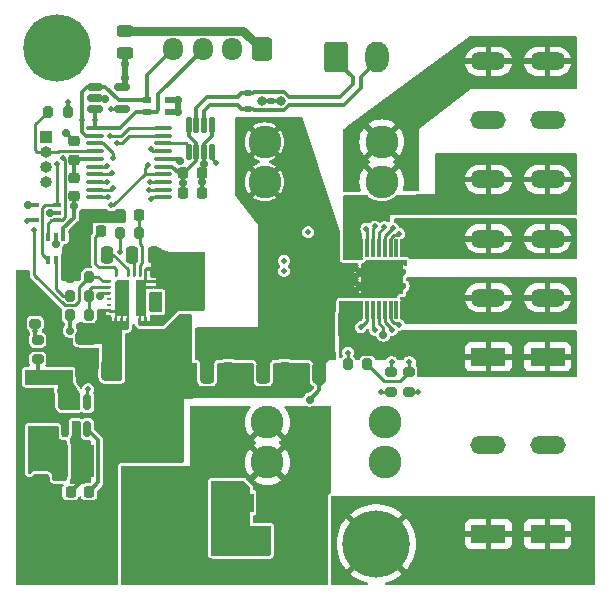
<source format=gbr>
%TF.GenerationSoftware,KiCad,Pcbnew,8.0.3*%
%TF.CreationDate,2024-06-13T00:54:22+02:00*%
%TF.ProjectId,pwm-ctrl,70776d2d-6374-4726-9c2e-6b696361645f,1*%
%TF.SameCoordinates,Original*%
%TF.FileFunction,Copper,L1,Top*%
%TF.FilePolarity,Positive*%
%FSLAX46Y46*%
G04 Gerber Fmt 4.6, Leading zero omitted, Abs format (unit mm)*
G04 Created by KiCad (PCBNEW 8.0.3) date 2024-06-13 00:54:22*
%MOMM*%
%LPD*%
G01*
G04 APERTURE LIST*
G04 Aperture macros list*
%AMRoundRect*
0 Rectangle with rounded corners*
0 $1 Rounding radius*
0 $2 $3 $4 $5 $6 $7 $8 $9 X,Y pos of 4 corners*
0 Add a 4 corners polygon primitive as box body*
4,1,4,$2,$3,$4,$5,$6,$7,$8,$9,$2,$3,0*
0 Add four circle primitives for the rounded corners*
1,1,$1+$1,$2,$3*
1,1,$1+$1,$4,$5*
1,1,$1+$1,$6,$7*
1,1,$1+$1,$8,$9*
0 Add four rect primitives between the rounded corners*
20,1,$1+$1,$2,$3,$4,$5,0*
20,1,$1+$1,$4,$5,$6,$7,0*
20,1,$1+$1,$6,$7,$8,$9,0*
20,1,$1+$1,$8,$9,$2,$3,0*%
%AMOutline5P*
0 Free polygon, 5 corners , with rotation*
0 The origin of the aperture is its center*
0 number of corners: always 5*
0 $1 to $10 corner X, Y*
0 $11 Rotation angle, in degrees counterclockwise*
0 create outline with 5 corners*
4,1,5,$1,$2,$3,$4,$5,$6,$7,$8,$9,$10,$1,$2,$11*%
%AMOutline6P*
0 Free polygon, 6 corners , with rotation*
0 The origin of the aperture is its center*
0 number of corners: always 6*
0 $1 to $12 corner X, Y*
0 $13 Rotation angle, in degrees counterclockwise*
0 create outline with 6 corners*
4,1,6,$1,$2,$3,$4,$5,$6,$7,$8,$9,$10,$11,$12,$1,$2,$13*%
%AMOutline7P*
0 Free polygon, 7 corners , with rotation*
0 The origin of the aperture is its center*
0 number of corners: always 7*
0 $1 to $14 corner X, Y*
0 $15 Rotation angle, in degrees counterclockwise*
0 create outline with 7 corners*
4,1,7,$1,$2,$3,$4,$5,$6,$7,$8,$9,$10,$11,$12,$13,$14,$1,$2,$15*%
%AMOutline8P*
0 Free polygon, 8 corners , with rotation*
0 The origin of the aperture is its center*
0 number of corners: always 8*
0 $1 to $16 corner X, Y*
0 $17 Rotation angle, in degrees counterclockwise*
0 create outline with 8 corners*
4,1,8,$1,$2,$3,$4,$5,$6,$7,$8,$9,$10,$11,$12,$13,$14,$15,$16,$1,$2,$17*%
G04 Aperture macros list end*
%TA.AperFunction,SMDPad,CuDef*%
%ADD10RoundRect,0.200000X0.275000X-0.200000X0.275000X0.200000X-0.275000X0.200000X-0.275000X-0.200000X0*%
%TD*%
%TA.AperFunction,SMDPad,CuDef*%
%ADD11RoundRect,0.250000X-0.325000X-0.650000X0.325000X-0.650000X0.325000X0.650000X-0.325000X0.650000X0*%
%TD*%
%TA.AperFunction,SMDPad,CuDef*%
%ADD12RoundRect,0.250000X0.325000X0.650000X-0.325000X0.650000X-0.325000X-0.650000X0.325000X-0.650000X0*%
%TD*%
%TA.AperFunction,SMDPad,CuDef*%
%ADD13RoundRect,0.200000X0.200000X0.275000X-0.200000X0.275000X-0.200000X-0.275000X0.200000X-0.275000X0*%
%TD*%
%TA.AperFunction,SMDPad,CuDef*%
%ADD14R,3.100000X5.000000*%
%TD*%
%TA.AperFunction,SMDPad,CuDef*%
%ADD15RoundRect,0.218750X-0.256250X0.218750X-0.256250X-0.218750X0.256250X-0.218750X0.256250X0.218750X0*%
%TD*%
%TA.AperFunction,SMDPad,CuDef*%
%ADD16RoundRect,0.200000X-0.200000X-0.275000X0.200000X-0.275000X0.200000X0.275000X-0.200000X0.275000X0*%
%TD*%
%TA.AperFunction,SMDPad,CuDef*%
%ADD17RoundRect,0.225000X0.225000X0.250000X-0.225000X0.250000X-0.225000X-0.250000X0.225000X-0.250000X0*%
%TD*%
%TA.AperFunction,SMDPad,CuDef*%
%ADD18RoundRect,0.250000X-0.250000X-0.475000X0.250000X-0.475000X0.250000X0.475000X-0.250000X0.475000X0*%
%TD*%
%TA.AperFunction,ComponentPad*%
%ADD19C,3.600000*%
%TD*%
%TA.AperFunction,ConnectorPad*%
%ADD20C,5.700000*%
%TD*%
%TA.AperFunction,SMDPad,CuDef*%
%ADD21RoundRect,0.100000X-0.100000X0.225000X-0.100000X-0.225000X0.100000X-0.225000X0.100000X0.225000X0*%
%TD*%
%TA.AperFunction,ComponentPad*%
%ADD22RoundRect,0.250000X0.600000X0.725000X-0.600000X0.725000X-0.600000X-0.725000X0.600000X-0.725000X0*%
%TD*%
%TA.AperFunction,ComponentPad*%
%ADD23O,1.700000X1.950000*%
%TD*%
%TA.AperFunction,SMDPad,CuDef*%
%ADD24RoundRect,0.250000X1.000000X0.650000X-1.000000X0.650000X-1.000000X-0.650000X1.000000X-0.650000X0*%
%TD*%
%TA.AperFunction,ComponentPad*%
%ADD25C,2.780000*%
%TD*%
%TA.AperFunction,SMDPad,CuDef*%
%ADD26RoundRect,0.225000X-0.225000X-0.250000X0.225000X-0.250000X0.225000X0.250000X-0.225000X0.250000X0*%
%TD*%
%TA.AperFunction,SMDPad,CuDef*%
%ADD27R,0.450000X0.250000*%
%TD*%
%TA.AperFunction,SMDPad,CuDef*%
%ADD28R,0.250000X0.450000*%
%TD*%
%TA.AperFunction,SMDPad,CuDef*%
%ADD29Outline5P,-0.600000X1.300400X-0.350400X1.550000X0.600000X1.550000X0.600000X-1.550000X-0.600000X-1.550000X0.000000*%
%TD*%
%TA.AperFunction,SMDPad,CuDef*%
%ADD30R,0.850000X3.100000*%
%TD*%
%TA.AperFunction,ComponentPad*%
%ADD31R,3.000000X1.500000*%
%TD*%
%TA.AperFunction,ComponentPad*%
%ADD32O,3.000000X1.500000*%
%TD*%
%TA.AperFunction,SMDPad,CuDef*%
%ADD33R,1.000000X2.700000*%
%TD*%
%TA.AperFunction,SMDPad,CuDef*%
%ADD34R,0.800000X0.500000*%
%TD*%
%TA.AperFunction,SMDPad,CuDef*%
%ADD35RoundRect,0.225000X-0.250000X0.225000X-0.250000X-0.225000X0.250000X-0.225000X0.250000X0.225000X0*%
%TD*%
%TA.AperFunction,ComponentPad*%
%ADD36R,1.000000X1.000000*%
%TD*%
%TA.AperFunction,ComponentPad*%
%ADD37O,1.000000X1.000000*%
%TD*%
%TA.AperFunction,SMDPad,CuDef*%
%ADD38RoundRect,0.250000X1.000000X-1.950000X1.000000X1.950000X-1.000000X1.950000X-1.000000X-1.950000X0*%
%TD*%
%TA.AperFunction,SMDPad,CuDef*%
%ADD39RoundRect,0.150000X-0.150000X0.512500X-0.150000X-0.512500X0.150000X-0.512500X0.150000X0.512500X0*%
%TD*%
%TA.AperFunction,SMDPad,CuDef*%
%ADD40RoundRect,0.112500X-0.237500X0.112500X-0.237500X-0.112500X0.237500X-0.112500X0.237500X0.112500X0*%
%TD*%
%TA.AperFunction,SMDPad,CuDef*%
%ADD41RoundRect,0.075000X0.075000X-0.700000X0.075000X0.700000X-0.075000X0.700000X-0.075000X-0.700000X0*%
%TD*%
%TA.AperFunction,HeatsinkPad*%
%ADD42C,0.600000*%
%TD*%
%TA.AperFunction,HeatsinkPad*%
%ADD43R,3.610000X2.500000*%
%TD*%
%TA.AperFunction,SMDPad,CuDef*%
%ADD44RoundRect,0.250000X-0.475000X0.250000X-0.475000X-0.250000X0.475000X-0.250000X0.475000X0.250000X0*%
%TD*%
%TA.AperFunction,SMDPad,CuDef*%
%ADD45RoundRect,0.125000X0.125000X-0.537500X0.125000X0.537500X-0.125000X0.537500X-0.125000X-0.537500X0*%
%TD*%
%TA.AperFunction,SMDPad,CuDef*%
%ADD46RoundRect,0.100000X-0.637500X-0.100000X0.637500X-0.100000X0.637500X0.100000X-0.637500X0.100000X0*%
%TD*%
%TA.AperFunction,SMDPad,CuDef*%
%ADD47RoundRect,0.100000X0.225000X0.100000X-0.225000X0.100000X-0.225000X-0.100000X0.225000X-0.100000X0*%
%TD*%
%TA.AperFunction,SMDPad,CuDef*%
%ADD48RoundRect,0.250000X0.650000X-0.325000X0.650000X0.325000X-0.650000X0.325000X-0.650000X-0.325000X0*%
%TD*%
%TA.AperFunction,SMDPad,CuDef*%
%ADD49RoundRect,0.250000X0.475000X-0.250000X0.475000X0.250000X-0.475000X0.250000X-0.475000X-0.250000X0*%
%TD*%
%TA.AperFunction,SMDPad,CuDef*%
%ADD50RoundRect,0.250000X0.250000X0.475000X-0.250000X0.475000X-0.250000X-0.475000X0.250000X-0.475000X0*%
%TD*%
%TA.AperFunction,SMDPad,CuDef*%
%ADD51RoundRect,0.243750X-0.456250X0.243750X-0.456250X-0.243750X0.456250X-0.243750X0.456250X0.243750X0*%
%TD*%
%TA.AperFunction,ComponentPad*%
%ADD52RoundRect,0.250000X-0.750000X-1.050000X0.750000X-1.050000X0.750000X1.050000X-0.750000X1.050000X0*%
%TD*%
%TA.AperFunction,ComponentPad*%
%ADD53O,2.000000X2.600000*%
%TD*%
%TA.AperFunction,SMDPad,CuDef*%
%ADD54RoundRect,0.093750X-0.093750X-0.106250X0.093750X-0.106250X0.093750X0.106250X-0.093750X0.106250X0*%
%TD*%
%TA.AperFunction,HeatsinkPad*%
%ADD55R,1.000000X1.600000*%
%TD*%
%TA.AperFunction,SMDPad,CuDef*%
%ADD56RoundRect,0.200000X-0.275000X0.200000X-0.275000X-0.200000X0.275000X-0.200000X0.275000X0.200000X0*%
%TD*%
%TA.AperFunction,SMDPad,CuDef*%
%ADD57RoundRect,0.150000X-0.512500X-0.150000X0.512500X-0.150000X0.512500X0.150000X-0.512500X0.150000X0*%
%TD*%
%TA.AperFunction,ViaPad*%
%ADD58C,0.700000*%
%TD*%
%TA.AperFunction,ViaPad*%
%ADD59C,0.500000*%
%TD*%
%TA.AperFunction,ViaPad*%
%ADD60C,0.800000*%
%TD*%
%TA.AperFunction,Conductor*%
%ADD61C,0.250000*%
%TD*%
%TA.AperFunction,Conductor*%
%ADD62C,0.350000*%
%TD*%
%TA.AperFunction,Conductor*%
%ADD63C,0.750000*%
%TD*%
%TA.AperFunction,Conductor*%
%ADD64C,0.500000*%
%TD*%
G04 APERTURE END LIST*
D10*
%TO.P,R5,1*%
%TO.N,/BATT_VOLTAGE*%
X159131000Y-128942600D03*
%TO.P,R5,2*%
%TO.N,GNDPWR*%
X159131000Y-127292600D03*
%TD*%
D11*
%TO.P,C11,1*%
%TO.N,GNDPWR*%
X170735000Y-133120000D03*
%TO.P,C11,2*%
%TO.N,VH*%
X173685000Y-133120000D03*
%TD*%
D12*
%TO.P,C8,1*%
%TO.N,GNDPWR*%
X168685000Y-130370000D03*
%TO.P,C8,2*%
%TO.N,VBAT_Fused*%
X165735000Y-130370000D03*
%TD*%
D13*
%TO.P,R1,1*%
%TO.N,VDD*%
X161861000Y-110998000D03*
%TO.P,R1,2*%
%TO.N,/~{RST}*%
X160211000Y-110998000D03*
%TD*%
D14*
%TO.P,L1,1,1*%
%TO.N,/LX*%
X171960000Y-125370000D03*
%TO.P,L1,2,2*%
%TO.N,VH*%
X183060000Y-125370000D03*
%TD*%
D15*
%TO.P,FB1,1*%
%TO.N,VDDA*%
X162433000Y-116586000D03*
%TO.P,FB1,2*%
%TO.N,VDD*%
X162433000Y-118161000D03*
%TD*%
D16*
%TO.P,R6,1*%
%TO.N,VH*%
X162035000Y-128200000D03*
%TO.P,R6,2*%
%TO.N,/FB*%
X163685000Y-128200000D03*
%TD*%
D10*
%TO.P,R9,1*%
%TO.N,VDD*%
X189255200Y-134704200D03*
%TO.P,R9,2*%
%TO.N,Net-(U5-SEn)*%
X189255200Y-133054200D03*
%TD*%
D17*
%TO.P,C18,1*%
%TO.N,/BST*%
X163675000Y-143200000D03*
%TO.P,C18,2*%
%TO.N,/SW*%
X162125000Y-143200000D03*
%TD*%
D18*
%TO.P,C7,1*%
%TO.N,Net-(U6-BST)*%
X167310000Y-123120000D03*
%TO.P,C7,2*%
%TO.N,/LX*%
X169210000Y-123120000D03*
%TD*%
D19*
%TO.P,H1,1,1*%
%TO.N,GNDPWR*%
X161000000Y-105600000D03*
D20*
X161000000Y-105600000D03*
%TD*%
D21*
%TO.P,U4,1,VDD*%
%TO.N,VDD*%
X161510000Y-121650000D03*
%TO.P,U4,2,VSS*%
%TO.N,GNDPWR*%
X160860000Y-121650000D03*
%TO.P,U4,3,SCL*%
%TO.N,/SCL*%
X160210000Y-121650000D03*
%TO.P,U4,4,SDA*%
%TO.N,/SDA*%
X160210000Y-123550000D03*
%TO.P,U4,5,B*%
%TO.N,Net-(U4-B)*%
X160860000Y-123550000D03*
%TO.P,U4,6,W*%
%TO.N,GNDA*%
X161510000Y-123550000D03*
%TD*%
D22*
%TO.P,J1,1,Pin_1*%
%TO.N,Net-(J1-Pin_1)*%
X178300000Y-105700000D03*
D23*
%TO.P,J1,2,Pin_2*%
%TO.N,GNDPWR*%
X175800000Y-105700000D03*
%TO.P,J1,3,Pin_3*%
%TO.N,/SCL*%
X173300000Y-105700000D03*
%TO.P,J1,4,Pin_4*%
%TO.N,/SDA*%
X170800000Y-105700000D03*
%TD*%
D24*
%TO.P,D3,1,K*%
%TO.N,VBAT_Fused*%
X181324000Y-147320000D03*
%TO.P,D3,2,A*%
%TO.N,GNDPWR*%
X177324000Y-147320000D03*
%TD*%
D25*
%TO.P,F3,1*%
%TO.N,VBAT*%
X188710000Y-140700000D03*
X188710000Y-137300000D03*
%TO.P,F3,2*%
%TO.N,VBAT_Fused*%
X178790000Y-140700000D03*
X178790000Y-137300000D03*
%TD*%
D13*
%TO.P,R8,1*%
%TO.N,Net-(U5-CS)*%
X187250000Y-132400000D03*
%TO.P,R8,2*%
%TO.N,/SENSE*%
X185600000Y-132400000D03*
%TD*%
D26*
%TO.P,C3,1*%
%TO.N,GNDPWR*%
X171678000Y-117856000D03*
%TO.P,C3,2*%
%TO.N,VDD*%
X173228000Y-117856000D03*
%TD*%
D27*
%TO.P,U6,1,EN*%
%TO.N,/EN*%
X165390000Y-125370000D03*
%TO.P,U6,2,FB*%
%TO.N,/FB*%
X165390000Y-125870000D03*
%TO.P,U6,3,AGND*%
%TO.N,GNDA*%
X165390000Y-126370000D03*
%TO.P,U6,4,NC*%
%TO.N,unconnected-(U6-NC-Pad4)*%
X165390000Y-126870000D03*
%TO.P,U6,5,NC*%
%TO.N,unconnected-(U6-NC-Pad5)*%
X165390000Y-127370000D03*
%TO.P,U6,6,AIN*%
%TO.N,VBAT_Fused*%
X165390000Y-127870000D03*
D28*
%TO.P,U6,7,IN*%
X165960000Y-128440000D03*
%TO.P,U6,8,IN*%
X166460000Y-128440000D03*
%TO.P,U6,9,IN*%
X166960000Y-128440000D03*
%TO.P,U6,10,LX*%
%TO.N,/LX*%
X167960000Y-128440000D03*
%TO.P,U6,11,LX*%
X168460000Y-128440000D03*
D27*
%TO.P,U6,12,PGND*%
%TO.N,GNDPWR*%
X169030000Y-127870000D03*
%TO.P,U6,13,PGND*%
X169030000Y-127370000D03*
%TO.P,U6,14,PGND*%
X169030000Y-126870000D03*
%TO.P,U6,15,PGND*%
X169030000Y-126370000D03*
%TO.P,U6,16,LX*%
%TO.N,/LX*%
X169030000Y-125870000D03*
%TO.P,U6,17,LX*%
X169030000Y-125370000D03*
D28*
%TO.P,U6,18,LX*%
X168460000Y-124800000D03*
%TO.P,U6,19,TON*%
%TO.N,Net-(U6-TON)*%
X167960000Y-124800000D03*
%TO.P,U6,20,BST*%
%TO.N,Net-(U6-BST)*%
X167460000Y-124800000D03*
%TO.P,U6,21,VCC*%
%TO.N,Net-(U6-VCC)*%
X166960000Y-124800000D03*
%TO.P,U6,22,SS*%
%TO.N,Net-(U6-SS)*%
X165960000Y-124800000D03*
D29*
%TO.P,U6,EP1,IN*%
%TO.N,VBAT_Fused*%
X166485000Y-126795000D03*
D30*
%TO.P,U6,EP2,LX*%
%TO.N,/LX*%
X168115000Y-126795000D03*
%TD*%
D17*
%TO.P,C4,1*%
%TO.N,Net-(U6-TON)*%
X167885000Y-119770000D03*
%TO.P,C4,2*%
%TO.N,GNDA*%
X166335000Y-119770000D03*
%TD*%
D31*
%TO.P,J4,1,Pin_1*%
%TO.N,/OUT0*%
X197500000Y-131750000D03*
X202500000Y-131750000D03*
D32*
%TO.P,J4,2,Pin_2*%
%TO.N,/OUT1*%
X197500000Y-126750000D03*
X202500000Y-126750000D03*
%TO.P,J4,3,Pin_3*%
%TO.N,/OUT2*%
X197500000Y-121750000D03*
X202500000Y-121750000D03*
%TO.P,J4,4,Pin_4*%
%TO.N,/OUT3*%
X197500000Y-116750000D03*
X202500000Y-116750000D03*
%TO.P,J4,5,Pin_5*%
%TO.N,GNDPWR*%
X197500000Y-111750000D03*
X202500000Y-111750000D03*
%TO.P,J4,6,Pin_6*%
%TO.N,VH_Fused*%
X197500000Y-106750000D03*
X202500000Y-106750000D03*
%TD*%
D33*
%TO.P,L2,1,1*%
%TO.N,/SW*%
X163600000Y-140600000D03*
%TO.P,L2,2,2*%
%TO.N,VDD*%
X161400000Y-140600000D03*
%TD*%
D34*
%TO.P,RN1,1,R1.1*%
%TO.N,/SDA*%
X168619600Y-110040800D03*
%TO.P,RN1,2,R2.1*%
%TO.N,/SCL*%
X168619600Y-111040800D03*
%TO.P,RN1,3,R2.2*%
%TO.N,VDD*%
X170419600Y-111040800D03*
%TO.P,RN1,4,R1.2*%
X170419600Y-110040800D03*
%TD*%
D31*
%TO.P,J5,1,Pin_1*%
%TO.N,GNDPWR*%
X197500000Y-146750000D03*
X202500000Y-146750000D03*
D32*
%TO.P,J5,2,Pin_2*%
%TO.N,VBAT*%
X197500000Y-139250000D03*
X202500000Y-139250000D03*
%TD*%
D35*
%TO.P,C1,1*%
%TO.N,GNDPWR*%
X162433000Y-113525000D03*
%TO.P,C1,2*%
%TO.N,VDDA*%
X162433000Y-115075000D03*
%TD*%
D36*
%TO.P,J3,1,Pin_1*%
%TO.N,GNDPWR*%
X160020000Y-113130000D03*
D37*
%TO.P,J3,2,Pin_2*%
%TO.N,/~{RST}*%
X160020000Y-114400000D03*
%TO.P,J3,3,Pin_3*%
%TO.N,/SWCLK*%
X160020000Y-115670000D03*
%TO.P,J3,4,Pin_4*%
%TO.N,/SWDIO*%
X160020000Y-116940000D03*
%TD*%
D26*
%TO.P,C2,1*%
%TO.N,GNDPWR*%
X171678000Y-116205000D03*
%TO.P,C2,2*%
%TO.N,VDD*%
X173228000Y-116205000D03*
%TD*%
D13*
%TO.P,R2,1*%
%TO.N,Net-(U6-TON)*%
X167935000Y-121270000D03*
%TO.P,R2,2*%
%TO.N,VBAT_Fused*%
X166285000Y-121270000D03*
%TD*%
D38*
%TO.P,C17,1*%
%TO.N,VBAT_Fused*%
X170000000Y-145200000D03*
%TO.P,C17,2*%
%TO.N,GNDPWR*%
X170000000Y-136800000D03*
%TD*%
D10*
%TO.P,R7,1*%
%TO.N,VBAT_Fused*%
X159334200Y-131977400D03*
%TO.P,R7,2*%
%TO.N,/BATT_VOLTAGE*%
X159334200Y-130327400D03*
%TD*%
D39*
%TO.P,U7,1,FB*%
%TO.N,VDD*%
X163550000Y-135600000D03*
%TO.P,U7,2,EN*%
%TO.N,VBAT_Fused*%
X162600000Y-135600000D03*
%TO.P,U7,3,IN*%
X161650000Y-135600000D03*
%TO.P,U7,4,GND*%
%TO.N,GNDPWR*%
X161650000Y-137875000D03*
%TO.P,U7,5,SW*%
%TO.N,/SW*%
X162600000Y-137875000D03*
%TO.P,U7,6,BST*%
%TO.N,/BST*%
X163550000Y-137875000D03*
%TD*%
D19*
%TO.P,H3,1,1*%
%TO.N,GNDPWR*%
X188000000Y-147600000D03*
D20*
X188000000Y-147600000D03*
%TD*%
D26*
%TO.P,C5,1*%
%TO.N,GNDA*%
X163160000Y-121120000D03*
%TO.P,C5,2*%
%TO.N,Net-(U6-SS)*%
X164710000Y-121120000D03*
%TD*%
D40*
%TO.P,D2,1,K*%
%TO.N,/CAN+*%
X177100000Y-109450000D03*
%TO.P,D2,2,K*%
%TO.N,/CAN-*%
X177100000Y-110750000D03*
%TO.P,D2,3,A*%
%TO.N,GNDPWR*%
X179100000Y-110100000D03*
%TD*%
D41*
%TO.P,U5,1,OUT0*%
%TO.N,/OUT0*%
X186710000Y-127800000D03*
%TO.P,U5,2,SEn*%
%TO.N,Net-(U5-SEn)*%
X187210000Y-127800000D03*
%TO.P,U5,3,IN0*%
%TO.N,/CH1*%
X187710000Y-127800000D03*
%TO.P,U5,4,GND*%
%TO.N,GNDPWR*%
X188210000Y-127800000D03*
%TO.P,U5,5,~{FaultRST}*%
%TO.N,/FRST*%
X188710000Y-127800000D03*
%TO.P,U5,6,IN1*%
%TO.N,/CH2*%
X189210000Y-127800000D03*
%TO.P,U5,7,NC*%
%TO.N,unconnected-(U5-NC-Pad7)*%
X189710000Y-127800000D03*
%TO.P,U5,8,OUT1*%
%TO.N,/OUT1*%
X190210000Y-127800000D03*
%TO.P,U5,9,OUT2*%
%TO.N,/OUT2*%
X190210000Y-122550000D03*
%TO.P,U5,10,NC*%
%TO.N,unconnected-(U5-NC-Pad10)*%
X189710000Y-122550000D03*
%TO.P,U5,11,IN2*%
%TO.N,/CH3*%
X189210000Y-122550000D03*
%TO.P,U5,12,SEL0*%
%TO.N,/SEL0*%
X188710000Y-122550000D03*
%TO.P,U5,13,CS*%
%TO.N,Net-(U5-CS)*%
X188210000Y-122550000D03*
%TO.P,U5,14,IN3*%
%TO.N,/CH4*%
X187710000Y-122550000D03*
%TO.P,U5,15,SEL1*%
%TO.N,/SEL1*%
X187210000Y-122550000D03*
%TO.P,U5,16,OUT3*%
%TO.N,/OUT3*%
X186710000Y-122550000D03*
D42*
%TO.P,U5,17,VCC*%
%TO.N,VH*%
X186660000Y-125775000D03*
X187860000Y-125775000D03*
X189060000Y-125775000D03*
X190260000Y-125775000D03*
D43*
X188460000Y-125175000D03*
D42*
X186660000Y-124575000D03*
X187860000Y-124575000D03*
X189060000Y-124575000D03*
X190260000Y-124575000D03*
%TD*%
D44*
%TO.P,C15,1*%
%TO.N,GNDPWR*%
X159600000Y-136900000D03*
%TO.P,C15,2*%
%TO.N,VDD*%
X159600000Y-138800000D03*
%TD*%
D19*
%TO.P,H2,1,1*%
%TO.N,GNDPWR*%
X161000000Y-147600000D03*
D20*
X161000000Y-147600000D03*
%TD*%
D45*
%TO.P,U1,1,TXD*%
%TO.N,/CAN_TX*%
X172125000Y-114437500D03*
%TO.P,U1,2,GND*%
%TO.N,GNDPWR*%
X172775000Y-114437500D03*
%TO.P,U1,3,VCC*%
%TO.N,VDD*%
X173425000Y-114437500D03*
%TO.P,U1,4,RXD*%
%TO.N,/CAN_RX*%
X174075000Y-114437500D03*
%TO.P,U1,5,SHDN*%
%TO.N,VDD*%
X174075000Y-112162500D03*
%TO.P,U1,6,CANL*%
%TO.N,/CAN-*%
X173425000Y-112162500D03*
%TO.P,U1,7,CANH*%
%TO.N,/CAN+*%
X172775000Y-112162500D03*
%TO.P,U1,8,S*%
%TO.N,GNDPWR*%
X172125000Y-112162500D03*
%TD*%
D12*
%TO.P,C10,1*%
%TO.N,GNDPWR*%
X168685000Y-132870000D03*
%TO.P,C10,2*%
%TO.N,VBAT_Fused*%
X165735000Y-132870000D03*
%TD*%
D46*
%TO.P,U2,1,PB8*%
%TO.N,/SCL*%
X164200000Y-112400000D03*
%TO.P,U2,2,PF0*%
%TO.N,/SDA*%
X164200000Y-113050000D03*
%TO.P,U2,3,PF1*%
%TO.N,/EN*%
X164200000Y-113700000D03*
%TO.P,U2,4,NRST*%
%TO.N,/~{RST}*%
X164200000Y-114350000D03*
%TO.P,U2,5,VDDA*%
%TO.N,VDDA*%
X164200000Y-115000000D03*
%TO.P,U2,6,PA0*%
%TO.N,/CH1*%
X164200000Y-115650000D03*
%TO.P,U2,7,PA1*%
%TO.N,/CH2*%
X164200000Y-116300000D03*
%TO.P,U2,8,PA2*%
%TO.N,/CH3*%
X164200000Y-116950000D03*
%TO.P,U2,9,PA3*%
%TO.N,/CH4*%
X164200000Y-117600000D03*
%TO.P,U2,10,PA4*%
%TO.N,/SENSE*%
X164200000Y-118250000D03*
%TO.P,U2,11,PA5*%
%TO.N,/SEL0*%
X169925000Y-118250000D03*
%TO.P,U2,12,PA6*%
%TO.N,/SEL1*%
X169925000Y-117600000D03*
%TO.P,U2,13,PA7*%
%TO.N,/FRST*%
X169925000Y-116950000D03*
%TO.P,U2,14,PB1*%
%TO.N,/BATT_VOLTAGE*%
X169925000Y-116300000D03*
%TO.P,U2,15,VSSA*%
%TO.N,GNDPWR*%
X169925000Y-115650000D03*
%TO.P,U2,16,VDD*%
%TO.N,VDD*%
X169925000Y-115000000D03*
%TO.P,U2,17,PA9/PA11*%
%TO.N,/CAN_RX*%
X169925000Y-114350000D03*
%TO.P,U2,18,PA10/PA12*%
%TO.N,/CAN_TX*%
X169925000Y-113700000D03*
%TO.P,U2,19,PA13*%
%TO.N,/SWDIO*%
X169925000Y-113050000D03*
%TO.P,U2,20,PA14*%
%TO.N,/SWCLK*%
X169925000Y-112400000D03*
%TD*%
D11*
%TO.P,C13,1*%
%TO.N,GNDPWR*%
X180235000Y-133120000D03*
%TO.P,C13,2*%
%TO.N,VH*%
X183185000Y-133120000D03*
%TD*%
%TO.P,C12,1*%
%TO.N,GNDPWR*%
X175485000Y-133120000D03*
%TO.P,C12,2*%
%TO.N,VH*%
X178435000Y-133120000D03*
%TD*%
D47*
%TO.P,U3,1,SCL*%
%TO.N,/SCL*%
X160975000Y-120200000D03*
%TO.P,U3,2,GND*%
%TO.N,GNDPWR*%
X160975000Y-119550000D03*
%TO.P,U3,3,SDA*%
%TO.N,/SDA*%
X160975000Y-118900000D03*
%TO.P,U3,4,VCC*%
%TO.N,VDD*%
X159075000Y-118900000D03*
%TO.P,U3,5,WP*%
%TO.N,GNDPWR*%
X159075000Y-120200000D03*
%TD*%
D13*
%TO.P,R4,1*%
%TO.N,/FB*%
X163685000Y-126600000D03*
%TO.P,R4,2*%
%TO.N,Net-(U4-B)*%
X162035000Y-126600000D03*
%TD*%
%TO.P,R3,1*%
%TO.N,/EN*%
X163685000Y-125000000D03*
%TO.P,R3,2*%
%TO.N,GNDA*%
X162035000Y-125000000D03*
%TD*%
D48*
%TO.P,C9,1*%
%TO.N,GNDPWR*%
X163460000Y-133095000D03*
%TO.P,C9,2*%
%TO.N,VBAT_Fused*%
X163460000Y-130145000D03*
%TD*%
D49*
%TO.P,C14,1*%
%TO.N,GNDPWR*%
X159600000Y-135350000D03*
%TO.P,C14,2*%
%TO.N,VBAT_Fused*%
X159600000Y-133450000D03*
%TD*%
%TO.P,C16,1*%
%TO.N,GNDPWR*%
X159600000Y-142200000D03*
%TO.P,C16,2*%
%TO.N,VDD*%
X159600000Y-140300000D03*
%TD*%
D50*
%TO.P,C6,1*%
%TO.N,Net-(U6-VCC)*%
X165210000Y-123120000D03*
%TO.P,C6,2*%
%TO.N,GNDA*%
X163310000Y-123120000D03*
%TD*%
D51*
%TO.P,F1,1*%
%TO.N,Net-(J1-Pin_1)*%
X166751000Y-104170000D03*
%TO.P,F1,2*%
%TO.N,VDD*%
X166751000Y-106045000D03*
%TD*%
D52*
%TO.P,J2,1,Pin_1*%
%TO.N,/CAN+*%
X184600000Y-106400000D03*
D53*
%TO.P,J2,2,Pin_2*%
%TO.N,/CAN-*%
X188100000Y-106400000D03*
%TD*%
D54*
%TO.P,U8,1,GND*%
%TO.N,GNDPWR*%
X176212500Y-143450000D03*
%TO.P,U8,2,GND*%
X176212500Y-144100000D03*
%TO.P,U8,3,GND*%
X176212500Y-144750000D03*
%TO.P,U8,4,IN*%
%TO.N,VBAT_Fused*%
X177987500Y-144750000D03*
%TO.P,U8,5,IN*%
X177987500Y-144100000D03*
%TO.P,U8,6,IN*%
X177987500Y-143450000D03*
D55*
%TO.P,U8,7,GND*%
%TO.N,GNDPWR*%
X177100000Y-144100000D03*
%TD*%
D25*
%TO.P,F2,1*%
%TO.N,VH*%
X178540000Y-113550000D03*
X178540000Y-116950000D03*
%TO.P,F2,2*%
%TO.N,VH_Fused*%
X188460000Y-113550000D03*
X188460000Y-116950000D03*
%TD*%
D56*
%TO.P,R10,1*%
%TO.N,Net-(U5-CS)*%
X190755200Y-133054200D03*
%TO.P,R10,2*%
%TO.N,GNDPWR*%
X190755200Y-134704200D03*
%TD*%
D57*
%TO.P,D1,1,K*%
%TO.N,/SDA*%
X164165700Y-108890900D03*
%TO.P,D1,2,A*%
%TO.N,GNDPWR*%
X164165700Y-109840900D03*
%TO.P,D1,3,K*%
%TO.N,/SCL*%
X164165700Y-110790900D03*
%TO.P,D1,4,K*%
%TO.N,/BATT_VOLTAGE*%
X166440700Y-110790900D03*
%TO.P,D1,5,K*%
%TO.N,VDD*%
X166440700Y-108890900D03*
%TD*%
D58*
%TO.N,GNDA*%
X164639881Y-126581438D03*
X162400000Y-124100000D03*
%TO.N,GNDPWR*%
X158406000Y-126043247D03*
X188601702Y-129875000D03*
X176784000Y-145796000D03*
D59*
X181610000Y-133070000D03*
D58*
X174752000Y-143256000D03*
D59*
X169635000Y-126495000D03*
X172110000Y-130970000D03*
X167310000Y-130370000D03*
X169910000Y-129870000D03*
D58*
X159600000Y-143100000D03*
D59*
X171010000Y-130970000D03*
X169635000Y-127120000D03*
X172110000Y-129870000D03*
X163510000Y-131670000D03*
X169910000Y-130970000D03*
X171010000Y-129870000D03*
D60*
X179900000Y-110100000D03*
D59*
X158395000Y-120244458D03*
X172110000Y-128770000D03*
D58*
X159600000Y-136100000D03*
X171678600Y-117017800D03*
D59*
X176910000Y-133070000D03*
X191500000Y-134700000D03*
X169635000Y-127745000D03*
D58*
X160860001Y-122221836D03*
D59*
X172110000Y-133070000D03*
D58*
X157900000Y-139500000D03*
X174752000Y-147320000D03*
D60*
X178300000Y-110100000D03*
D58*
X161734761Y-112834761D03*
X160340000Y-119570000D03*
X174752000Y-145288000D03*
X165000000Y-109900000D03*
D59*
X167310000Y-132870000D03*
X171210000Y-128970000D03*
%TO.N,/LX*%
X168110000Y-126770000D03*
X168110000Y-127970000D03*
X168110000Y-125570000D03*
X168110000Y-126170000D03*
X168110000Y-127370000D03*
D58*
%TO.N,VH*%
X162052000Y-129540000D03*
X182372000Y-135382000D03*
D59*
%TO.N,/EN*%
X165700000Y-114900000D03*
X159020000Y-121010000D03*
%TO.N,/SWDIO*%
X166065200Y-113639600D03*
%TO.N,/CH2*%
X189921312Y-129050000D03*
X165600000Y-116200000D03*
%TO.N,/SCL*%
X164200000Y-111700000D03*
X161508000Y-114900000D03*
%TO.N,/CH4*%
X180200000Y-124500000D03*
X165700000Y-117500000D03*
X182225000Y-121200000D03*
X187857457Y-120725000D03*
%TO.N,/CH1*%
X165200000Y-115600000D03*
X187885215Y-129474514D03*
%TO.N,/SDA*%
X161000000Y-115400000D03*
X163087500Y-111700000D03*
%TO.N,/CAN_RX*%
X168902760Y-114195753D03*
X174447200Y-115316000D03*
%TO.N,/SWCLK*%
X165455600Y-113030000D03*
%TO.N,/CH3*%
X165207933Y-116925000D03*
X189957572Y-121352781D03*
X180188057Y-123628059D03*
%TO.N,VDD*%
X163600000Y-134500000D03*
D58*
X162400000Y-119000000D03*
X160700000Y-138800000D03*
D59*
X161900000Y-110200000D03*
D58*
X158500000Y-118890000D03*
X171196000Y-111074200D03*
X160600000Y-140300000D03*
X166751000Y-106984800D03*
D59*
X188400000Y-134700000D03*
D58*
X171356430Y-115185057D03*
X173448161Y-115429794D03*
X173228000Y-116992400D03*
X166751000Y-108178600D03*
X171196000Y-110032800D03*
D59*
%TO.N,Net-(U5-SEn)*%
X186675000Y-129252208D03*
X189300000Y-132200000D03*
%TO.N,/BATT_VOLTAGE*%
X168700000Y-115500000D03*
X159131000Y-129600000D03*
X165500000Y-110800000D03*
X165575000Y-118949121D03*
%TO.N,/SEL0*%
X189412195Y-120868645D03*
X168945209Y-118384400D03*
%TO.N,/SENSE*%
X185600000Y-131400000D03*
X165300000Y-118200000D03*
%TO.N,/SEL1*%
X187161972Y-120921977D03*
X168725000Y-117667454D03*
%TO.N,VBAT_Fused*%
X166810000Y-127370000D03*
X166810000Y-125570000D03*
X166810002Y-129145000D03*
D58*
X161290000Y-134620000D03*
D59*
X166210000Y-126770000D03*
X164910000Y-129170000D03*
X166210000Y-126170000D03*
X166810000Y-127970000D03*
X166210000Y-127370000D03*
X166210000Y-125570000D03*
X166310000Y-122870000D03*
D58*
X160909000Y-133476998D03*
D59*
X166810000Y-126170000D03*
X166810000Y-126770000D03*
X166210000Y-127970000D03*
X165910000Y-129170000D03*
%TO.N,Net-(U5-CS)*%
X188673477Y-120774239D03*
X190800000Y-132200000D03*
%TO.N,/FRST*%
X189346312Y-129465049D03*
X168808749Y-116922142D03*
%TD*%
D61*
%TO.N,Net-(U6-TON)*%
X167960000Y-124015100D02*
X167960000Y-124800000D01*
X168135000Y-122399900D02*
X168135000Y-123840100D01*
X167960000Y-122224900D02*
X168135000Y-122399900D01*
X167935000Y-121270000D02*
X167960000Y-121295000D01*
X168135000Y-123840100D02*
X167960000Y-124015100D01*
X167935000Y-119720000D02*
X167935000Y-121270000D01*
X167960000Y-121295000D02*
X167960000Y-122224900D01*
%TO.N,GNDA*%
X165390000Y-126370000D02*
X164851319Y-126370000D01*
X164851319Y-126370000D02*
X164639881Y-126581438D01*
%TO.N,Net-(U6-SS)*%
X165760000Y-124170000D02*
X164510000Y-124170000D01*
X165960000Y-124370000D02*
X165760000Y-124170000D01*
X164210000Y-123870000D02*
X164210000Y-121620000D01*
X164210000Y-121620000D02*
X164710000Y-121120000D01*
X165960000Y-124800000D02*
X165960000Y-124370000D01*
X164510000Y-124170000D02*
X164210000Y-123870000D01*
%TO.N,Net-(U6-VCC)*%
X166960000Y-124370000D02*
X165710000Y-123120000D01*
X166960000Y-124800000D02*
X166960000Y-124370000D01*
X165710000Y-123120000D02*
X165210000Y-123120000D01*
%TO.N,Net-(U6-BST)*%
X167460000Y-124800000D02*
X167460000Y-123270000D01*
X167460000Y-123270000D02*
X167310000Y-123120000D01*
%TO.N,GNDPWR*%
X188450000Y-129587902D02*
X188450000Y-129723298D01*
D62*
X162425000Y-113525000D02*
X161734761Y-112834761D01*
X160975000Y-119550000D02*
X160360000Y-119550000D01*
X159075000Y-120200000D02*
X158439458Y-120200000D01*
X158631447Y-126043247D02*
X158406000Y-126043247D01*
X172125000Y-113044600D02*
X172125000Y-112162500D01*
X160860001Y-122221836D02*
X160860000Y-122221835D01*
D61*
X188210000Y-127800000D02*
X188210000Y-128915556D01*
D62*
X171730572Y-116205000D02*
X171678000Y-116205000D01*
X158439458Y-120200000D02*
X158395000Y-120244458D01*
X164940900Y-109840900D02*
X165000000Y-109900000D01*
D61*
X188210000Y-128915556D02*
X188601702Y-129307258D01*
D62*
X171678000Y-116205000D02*
X171678000Y-117017200D01*
X171678000Y-117018400D02*
X171678000Y-117856000D01*
X169925000Y-115650000D02*
X170725357Y-115650000D01*
D61*
X191125000Y-134725000D02*
X191150000Y-134700000D01*
D62*
X172775000Y-114437500D02*
X172775000Y-113694600D01*
X172775000Y-113694600D02*
X172125000Y-113044600D01*
X159131000Y-126542800D02*
X158631447Y-126043247D01*
X171678600Y-117017800D02*
X171678000Y-117018400D01*
X172775000Y-114437500D02*
X172775000Y-115160572D01*
D61*
X188601702Y-129307258D02*
X188601702Y-129875000D01*
D62*
X172775000Y-115160572D02*
X171730572Y-116205000D01*
X160860000Y-122221835D02*
X160860000Y-121650000D01*
X160360000Y-119550000D02*
X160340000Y-119570000D01*
D61*
X191495800Y-134704200D02*
X191500000Y-134700000D01*
D62*
X162433000Y-113525000D02*
X162425000Y-113525000D01*
X164165700Y-109840900D02*
X164940900Y-109840900D01*
X179100000Y-110100000D02*
X179900000Y-110100000D01*
D61*
X188450000Y-129723298D02*
X188601702Y-129875000D01*
X190755200Y-134704200D02*
X191495800Y-134704200D01*
D62*
X171280357Y-116205000D02*
X171678000Y-116205000D01*
X171678000Y-117017200D02*
X171678600Y-117017800D01*
X159131000Y-127292600D02*
X159131000Y-126542800D01*
X170725357Y-115650000D02*
X171280357Y-116205000D01*
X179100000Y-110100000D02*
X178300000Y-110100000D01*
D63*
%TO.N,Net-(J1-Pin_1)*%
X166771000Y-104150000D02*
X166751000Y-104170000D01*
X176750000Y-104150000D02*
X166771000Y-104150000D01*
X178300000Y-105700000D02*
X176750000Y-104150000D01*
D61*
%TO.N,/LX*%
X168115000Y-126775000D02*
X168115000Y-126795000D01*
X168110000Y-126170000D02*
X168115000Y-126765000D01*
X168460000Y-124800000D02*
X168460000Y-125370000D01*
X169030000Y-125370000D02*
X168460000Y-125370000D01*
X168115000Y-126285000D02*
X168110000Y-126170000D01*
X168115000Y-126765000D02*
X168110000Y-126770000D01*
X168110000Y-126770000D02*
X168115000Y-126775000D01*
X169030000Y-125870000D02*
X168530000Y-125870000D01*
D62*
%TO.N,VH*%
X162035000Y-128200000D02*
X162035000Y-129523000D01*
X162035000Y-129523000D02*
X162052000Y-129540000D01*
X183185000Y-134569000D02*
X183185000Y-133120000D01*
X182372000Y-135382000D02*
X183185000Y-134569000D01*
D61*
%TO.N,/FB*%
X163685000Y-128200000D02*
X163685000Y-126600000D01*
X163940000Y-125870000D02*
X163685000Y-126125000D01*
X165390000Y-125870000D02*
X163940000Y-125870000D01*
X163685000Y-126125000D02*
X163685000Y-126600000D01*
%TO.N,/EN*%
X163685000Y-125000000D02*
X162860000Y-125825000D01*
X159020000Y-124808004D02*
X159020000Y-120880000D01*
X165390000Y-125370000D02*
X164830000Y-125370000D01*
X164830000Y-125370000D02*
X164460000Y-125000000D01*
X162458004Y-127400000D02*
X161611996Y-127400000D01*
X161611996Y-127400000D02*
X159020000Y-124808004D01*
X164200000Y-113700000D02*
X164891312Y-113700000D01*
X164891312Y-113700000D02*
X165700000Y-114508688D01*
X162860000Y-126998004D02*
X162458004Y-127400000D01*
X165700000Y-114508688D02*
X165700000Y-114900000D01*
X162860000Y-125825000D02*
X162860000Y-126998004D01*
X164460000Y-125000000D02*
X163685000Y-125000000D01*
%TO.N,/SWDIO*%
X166443502Y-113639600D02*
X166065200Y-113639600D01*
X169925000Y-113050000D02*
X167033102Y-113050000D01*
X167033102Y-113050000D02*
X166443502Y-113639600D01*
%TO.N,/CH2*%
X189210000Y-128642764D02*
X189210000Y-127800000D01*
X165500000Y-116300000D02*
X165600000Y-116200000D01*
X189467236Y-128900000D02*
X189210000Y-128642764D01*
X164200000Y-116300000D02*
X165500000Y-116300000D01*
X189771312Y-128900000D02*
X189467236Y-128900000D01*
X189921312Y-129050000D02*
X189771312Y-128900000D01*
D62*
%TO.N,/SCL*%
X167698800Y-111040800D02*
X168619600Y-111040800D01*
D61*
X160975000Y-120200000D02*
X161370000Y-120200000D01*
X160210000Y-121650000D02*
X160210000Y-120480000D01*
X160210000Y-120480000D02*
X160490000Y-120200000D01*
D62*
X164200000Y-112400000D02*
X166339600Y-112400000D01*
X164200000Y-110825200D02*
X164165700Y-110790900D01*
X173300000Y-105760400D02*
X173300000Y-105700000D01*
X169545000Y-110896400D02*
X169545000Y-109515400D01*
X166339600Y-112400000D02*
X167698800Y-111040800D01*
X164200000Y-112400000D02*
X164200000Y-110825200D01*
D61*
X161625000Y-115017000D02*
X161508000Y-114900000D01*
D62*
X168619600Y-111040800D02*
X169400600Y-111040800D01*
D61*
X160490000Y-120200000D02*
X160975000Y-120200000D01*
D62*
X169400600Y-111040800D02*
X169545000Y-110896400D01*
D61*
X161625000Y-119945000D02*
X161625000Y-115017000D01*
D62*
X169545000Y-109515400D02*
X173300000Y-105760400D01*
D61*
X161370000Y-120200000D02*
X161625000Y-119945000D01*
%TO.N,/CH4*%
X164200000Y-117600000D02*
X165600000Y-117600000D01*
X187710000Y-121303604D02*
X187760000Y-121253604D01*
X165600000Y-117600000D02*
X165700000Y-117500000D01*
X187760000Y-120822457D02*
X187857457Y-120725000D01*
X187710000Y-122550000D02*
X187710000Y-121303604D01*
X187760000Y-121253604D02*
X187760000Y-120822457D01*
%TO.N,/CAN_TX*%
X171866000Y-113700000D02*
X169925000Y-113700000D01*
X172125000Y-114437500D02*
X172125000Y-113959000D01*
X172125000Y-113959000D02*
X171866000Y-113700000D01*
%TO.N,/CH1*%
X165150000Y-115650000D02*
X165200000Y-115600000D01*
X187710000Y-129299299D02*
X187885215Y-129474514D01*
X187710000Y-127800000D02*
X187710000Y-129299299D01*
X164200000Y-115650000D02*
X165150000Y-115650000D01*
D62*
%TO.N,/SDA*%
X163503201Y-108890900D02*
X164165700Y-108890900D01*
D61*
X159685000Y-119199695D02*
X159984695Y-118900000D01*
X159984695Y-118900000D02*
X160975000Y-118900000D01*
D62*
X168619600Y-107880400D02*
X170800000Y-105700000D01*
X165031582Y-108890900D02*
X164165700Y-108890900D01*
X163087500Y-109306601D02*
X163503201Y-108890900D01*
X166181482Y-110040800D02*
X165031582Y-108890900D01*
D61*
X160975000Y-115425000D02*
X160975000Y-118900000D01*
X160210000Y-123550000D02*
X159685000Y-123025000D01*
D62*
X163087500Y-112699522D02*
X163087500Y-109306601D01*
D61*
X161000000Y-115400000D02*
X160975000Y-115425000D01*
D62*
X164200000Y-113050000D02*
X163437978Y-113050000D01*
X163437978Y-113050000D02*
X163087500Y-112699522D01*
X168619600Y-110040800D02*
X166181482Y-110040800D01*
X168619600Y-110040800D02*
X168619600Y-107880400D01*
D61*
X159685000Y-123025000D02*
X159685000Y-119199695D01*
%TO.N,/CAN_RX*%
X174075000Y-114943800D02*
X174447200Y-115316000D01*
X174075000Y-114437500D02*
X174075000Y-114943800D01*
X169925000Y-114350000D02*
X169057007Y-114350000D01*
X169057007Y-114350000D02*
X168902760Y-114195753D01*
%TO.N,/SWCLK*%
X167046706Y-112400000D02*
X166416706Y-113030000D01*
X169925000Y-112400000D02*
X167046706Y-112400000D01*
X166416706Y-113030000D02*
X165455600Y-113030000D01*
%TO.N,/CH3*%
X189957572Y-121352781D02*
X189860353Y-121450000D01*
X164200000Y-116950000D02*
X165182933Y-116950000D01*
X189210000Y-121707236D02*
X189210000Y-122550000D01*
X189467236Y-121450000D02*
X189210000Y-121707236D01*
X165182933Y-116950000D02*
X165207933Y-116925000D01*
X189860353Y-121450000D02*
X189467236Y-121450000D01*
D64*
%TO.N,VDD*%
X171196000Y-110032800D02*
X171196000Y-111074200D01*
X170419600Y-110040800D02*
X171188000Y-110040800D01*
X171162600Y-111040800D02*
X171196000Y-111074200D01*
X166751000Y-106045000D02*
X166751000Y-106984800D01*
D62*
X173425000Y-114437500D02*
X173425000Y-113714428D01*
D61*
X188900000Y-134725000D02*
X189176996Y-134725000D01*
D64*
X171188000Y-110040800D02*
X171196000Y-110032800D01*
D62*
X161510000Y-120865000D02*
X162400000Y-119975000D01*
D61*
X163550000Y-134550000D02*
X163600000Y-134500000D01*
D64*
X166751000Y-108178600D02*
X166751000Y-108580600D01*
D62*
X173425000Y-116008000D02*
X173228000Y-116205000D01*
X158510000Y-118900000D02*
X158500000Y-118890000D01*
X162433000Y-118967000D02*
X162400000Y-119000000D01*
X162400000Y-119975000D02*
X162400000Y-119000000D01*
X173228000Y-116992400D02*
X173228000Y-117856000D01*
X171171373Y-115000000D02*
X171356430Y-115185057D01*
X162433000Y-118161000D02*
X162433000Y-118967000D01*
X173425000Y-113714428D02*
X174075000Y-113064428D01*
D61*
X163550000Y-135600000D02*
X163550000Y-134550000D01*
D62*
X169925000Y-115000000D02*
X171171373Y-115000000D01*
X161861000Y-110239000D02*
X161900000Y-110200000D01*
D61*
X189255200Y-134704200D02*
X188404200Y-134704200D01*
X188404200Y-134704200D02*
X188400000Y-134700000D01*
D64*
X170419600Y-111040800D02*
X171162600Y-111040800D01*
D62*
X161861000Y-110998000D02*
X161861000Y-110239000D01*
X161510000Y-121650000D02*
X161510000Y-120865000D01*
D64*
X166751000Y-106984800D02*
X166751000Y-108178600D01*
X166751000Y-108580600D02*
X166440700Y-108890900D01*
D62*
X159075000Y-118900000D02*
X158510000Y-118900000D01*
X173425000Y-114437500D02*
X173425000Y-116008000D01*
X174075000Y-113064428D02*
X174075000Y-112162500D01*
X173228000Y-116205000D02*
X173228000Y-116992400D01*
D61*
%TO.N,/~{RST}*%
X159131000Y-114218106D02*
X159131000Y-112078000D01*
X161136000Y-114300000D02*
X161036000Y-114400000D01*
X161036000Y-114400000D02*
X160328894Y-114400000D01*
X160328894Y-114400000D02*
X160211000Y-114282106D01*
X164150000Y-114300000D02*
X161136000Y-114300000D01*
X159131000Y-112078000D02*
X160211000Y-110998000D01*
X160020000Y-114400000D02*
X159312894Y-114400000D01*
X159312894Y-114400000D02*
X159131000Y-114218106D01*
X164200000Y-114350000D02*
X164150000Y-114300000D01*
%TO.N,Net-(U5-SEn)*%
X187210000Y-127800000D02*
X187210000Y-128717208D01*
X189255200Y-133054200D02*
X189255200Y-132244800D01*
X189255200Y-132244800D02*
X189300000Y-132200000D01*
X187210000Y-128717208D02*
X186675000Y-129252208D01*
D62*
%TO.N,VDDA*%
X162508000Y-115000000D02*
X162433000Y-115075000D01*
X164200000Y-115000000D02*
X162508000Y-115000000D01*
X162433000Y-116586000D02*
X162433000Y-115075000D01*
D61*
%TO.N,/BATT_VOLTAGE*%
X168400000Y-116300000D02*
X168400000Y-115800000D01*
X166431600Y-110800000D02*
X166440700Y-110790900D01*
X168400000Y-115800000D02*
X168700000Y-115500000D01*
X168400000Y-116300000D02*
X169925000Y-116300000D01*
D62*
X159131000Y-128942600D02*
X159131000Y-130124200D01*
X159131000Y-130124200D02*
X159334200Y-130327400D01*
D61*
X168400000Y-116300000D02*
X165750879Y-118949121D01*
X165500000Y-110800000D02*
X166431600Y-110800000D01*
X165750879Y-118949121D02*
X165575000Y-118949121D01*
%TO.N,/SEL0*%
X169079609Y-118250000D02*
X168945209Y-118384400D01*
X169925000Y-118250000D02*
X169079609Y-118250000D01*
X188710000Y-121570840D02*
X188710000Y-122550000D01*
X189412195Y-120868645D02*
X188710000Y-121570840D01*
%TO.N,Net-(U4-B)*%
X160860000Y-126000000D02*
X160860000Y-123550000D01*
X161460000Y-126600000D02*
X160860000Y-126000000D01*
X162035000Y-126600000D02*
X161460000Y-126600000D01*
%TO.N,/SENSE*%
X185600000Y-132400000D02*
X185600000Y-131400000D01*
X165250000Y-118250000D02*
X165300000Y-118200000D01*
X164200000Y-118250000D02*
X165250000Y-118250000D01*
%TO.N,/SEL1*%
X169925000Y-117600000D02*
X168792454Y-117600000D01*
X168792454Y-117600000D02*
X168725000Y-117667454D01*
X187210000Y-122550000D02*
X187210000Y-120970005D01*
X187210000Y-120970005D02*
X187161972Y-120921977D01*
%TO.N,VBAT_Fused*%
X166285000Y-122845000D02*
X166310000Y-122870000D01*
D62*
X159334200Y-133184200D02*
X159600000Y-133450000D01*
D61*
X165990000Y-127870000D02*
X165890000Y-127870000D01*
X165390000Y-127870000D02*
X165790000Y-127870000D01*
X166285000Y-121270000D02*
X166285000Y-122845000D01*
X165790000Y-127870000D02*
X166210000Y-127970000D01*
X166210000Y-127970000D02*
X165990000Y-127870000D01*
D62*
X159334200Y-131977400D02*
X159334200Y-133184200D01*
%TO.N,/BST*%
X163550000Y-137875000D02*
X164475000Y-138800000D01*
X164475000Y-142400000D02*
X163675000Y-143200000D01*
X164475000Y-138800000D02*
X164475000Y-142400000D01*
%TO.N,/SW*%
X162125000Y-143200000D02*
X163600000Y-141725000D01*
X163600000Y-141725000D02*
X163600000Y-140600000D01*
%TO.N,/CAN+*%
X176574999Y-109450000D02*
X176274999Y-109750000D01*
X177100000Y-109450000D02*
X176574999Y-109450000D01*
X186000000Y-108705024D02*
X186000000Y-108100000D01*
X176274999Y-109750000D02*
X173655024Y-109750000D01*
X180221016Y-109325000D02*
X180646016Y-109750000D01*
X172750000Y-112137500D02*
X172775000Y-112162500D01*
X177100000Y-109450000D02*
X177550000Y-109450000D01*
X186000000Y-108100000D02*
X184600000Y-106700000D01*
X180646016Y-109750000D02*
X184955024Y-109750000D01*
X177675000Y-109325000D02*
X180221016Y-109325000D01*
X184955024Y-109750000D02*
X186000000Y-108705024D01*
X184600000Y-106700000D02*
X184600000Y-106400000D01*
X172750000Y-110655024D02*
X172750000Y-112137500D01*
X173655024Y-109750000D02*
X172750000Y-110655024D01*
X177550000Y-109450000D02*
X177675000Y-109325000D01*
%TO.N,/CAN-*%
X176574999Y-110750000D02*
X176274999Y-110450000D01*
X173944976Y-110450000D02*
X173450000Y-110944976D01*
X186700000Y-108100000D02*
X188100000Y-106700000D01*
X180225000Y-110875000D02*
X180650000Y-110450000D01*
X177100000Y-110750000D02*
X176574999Y-110750000D01*
X186700000Y-108994976D02*
X186700000Y-108100000D01*
X177100000Y-110750000D02*
X177550000Y-110750000D01*
X177675000Y-110875000D02*
X180225000Y-110875000D01*
X180650000Y-110450000D02*
X185244976Y-110450000D01*
X188100000Y-106700000D02*
X188100000Y-106400000D01*
X173450000Y-110944976D02*
X173450000Y-112137500D01*
X173450000Y-112137500D02*
X173425000Y-112162500D01*
X185244976Y-110450000D02*
X186700000Y-108994976D01*
X177550000Y-110750000D02*
X177675000Y-110875000D01*
X176274999Y-110450000D02*
X173944976Y-110450000D01*
D61*
%TO.N,Net-(U5-CS)*%
X190030200Y-133779200D02*
X188629200Y-133779200D01*
X190755200Y-133054200D02*
X190030200Y-133779200D01*
X190755200Y-133054200D02*
X190755200Y-132244800D01*
X188210000Y-122550000D02*
X188210000Y-121237716D01*
X188210000Y-121237716D02*
X188673477Y-120774239D01*
X190755200Y-132244800D02*
X190800000Y-132200000D01*
X188629200Y-133779200D02*
X187250000Y-132400000D01*
X190545800Y-133054200D02*
X190755200Y-133054200D01*
%TO.N,/FRST*%
X188710000Y-128779160D02*
X189346312Y-129415472D01*
X188710000Y-127800000D02*
X188710000Y-128779160D01*
X169925000Y-116950000D02*
X168836607Y-116950000D01*
X189346312Y-129415472D02*
X189346312Y-129465049D01*
X168836607Y-116950000D02*
X168808749Y-116922142D01*
%TD*%
%TA.AperFunction,Conductor*%
%TO.N,GNDPWR*%
G36*
X169885000Y-127995000D02*
G01*
X168805000Y-127995000D01*
X168805000Y-127745000D01*
X169335000Y-127745000D01*
X169335000Y-127495000D01*
X168805000Y-127495000D01*
X168805000Y-127245000D01*
X169335000Y-127245000D01*
X169335000Y-126995000D01*
X168805000Y-126995000D01*
X168805000Y-126745000D01*
X169335000Y-126745000D01*
X169335000Y-126495000D01*
X168805000Y-126495000D01*
X168805000Y-126320118D01*
X168810185Y-126302461D01*
X168862989Y-126256706D01*
X168914500Y-126245500D01*
X169279676Y-126245500D01*
X169279677Y-126245499D01*
X169282188Y-126245000D01*
X169885000Y-126245000D01*
X169885000Y-127995000D01*
G37*
%TD.AperFunction*%
%TD*%
%TA.AperFunction,Conductor*%
%TO.N,GNDPWR*%
G36*
X206442539Y-143529685D02*
G01*
X206488294Y-143582489D01*
X206499500Y-143634000D01*
X206499500Y-150975500D01*
X206479815Y-151042539D01*
X206427011Y-151088294D01*
X206375500Y-151099500D01*
X188825309Y-151099500D01*
X188758270Y-151079815D01*
X188712515Y-151027011D01*
X188702571Y-150957853D01*
X188731596Y-150894297D01*
X188790374Y-150856523D01*
X188798653Y-150854399D01*
X188897538Y-150832632D01*
X189241789Y-150716640D01*
X189241794Y-150716639D01*
X189571464Y-150564116D01*
X189571477Y-150564109D01*
X189882717Y-150376843D01*
X189882733Y-150376832D01*
X190171929Y-150156992D01*
X190188110Y-150141664D01*
X190188110Y-150141663D01*
X188940698Y-148894251D01*
X189042330Y-148820412D01*
X189220412Y-148642330D01*
X189294251Y-148540698D01*
X190539028Y-149785475D01*
X190539029Y-149785475D01*
X190670827Y-149630311D01*
X190670838Y-149630297D01*
X190874681Y-149329651D01*
X190874683Y-149329647D01*
X191044838Y-149008702D01*
X191044847Y-149008684D01*
X191179302Y-148671227D01*
X191179304Y-148671220D01*
X191276480Y-148321222D01*
X191276482Y-148321214D01*
X191335253Y-147962728D01*
X191354920Y-147600002D01*
X191354920Y-147599997D01*
X191335253Y-147237271D01*
X191276482Y-146878785D01*
X191276480Y-146878777D01*
X191179304Y-146528779D01*
X191179302Y-146528772D01*
X191044847Y-146191315D01*
X191044838Y-146191297D01*
X190918052Y-145952155D01*
X195500000Y-145952155D01*
X195500000Y-146500000D01*
X196980384Y-146500000D01*
X196964185Y-146528058D01*
X196925000Y-146674300D01*
X196925000Y-146825700D01*
X196964185Y-146971942D01*
X196980384Y-147000000D01*
X195500000Y-147000000D01*
X195500000Y-147547844D01*
X195506401Y-147607372D01*
X195506403Y-147607379D01*
X195556645Y-147742086D01*
X195556649Y-147742093D01*
X195642809Y-147857187D01*
X195642812Y-147857190D01*
X195757906Y-147943350D01*
X195757913Y-147943354D01*
X195892620Y-147993596D01*
X195892627Y-147993598D01*
X195952155Y-147999999D01*
X195952172Y-148000000D01*
X197250000Y-148000000D01*
X197250000Y-147269615D01*
X197278058Y-147285815D01*
X197424300Y-147325000D01*
X197575700Y-147325000D01*
X197721942Y-147285815D01*
X197750000Y-147269615D01*
X197750000Y-148000000D01*
X199047828Y-148000000D01*
X199047844Y-147999999D01*
X199107372Y-147993598D01*
X199107379Y-147993596D01*
X199242086Y-147943354D01*
X199242093Y-147943350D01*
X199357187Y-147857190D01*
X199357190Y-147857187D01*
X199443350Y-147742093D01*
X199443354Y-147742086D01*
X199493596Y-147607379D01*
X199493598Y-147607372D01*
X199499999Y-147547844D01*
X199500000Y-147547827D01*
X199500000Y-147000000D01*
X198019616Y-147000000D01*
X198035815Y-146971942D01*
X198075000Y-146825700D01*
X198075000Y-146674300D01*
X198035815Y-146528058D01*
X198019616Y-146500000D01*
X199500000Y-146500000D01*
X199500000Y-145952172D01*
X199499999Y-145952155D01*
X200500000Y-145952155D01*
X200500000Y-146500000D01*
X201980384Y-146500000D01*
X201964185Y-146528058D01*
X201925000Y-146674300D01*
X201925000Y-146825700D01*
X201964185Y-146971942D01*
X201980384Y-147000000D01*
X200500000Y-147000000D01*
X200500000Y-147547844D01*
X200506401Y-147607372D01*
X200506403Y-147607379D01*
X200556645Y-147742086D01*
X200556649Y-147742093D01*
X200642809Y-147857187D01*
X200642812Y-147857190D01*
X200757906Y-147943350D01*
X200757913Y-147943354D01*
X200892620Y-147993596D01*
X200892627Y-147993598D01*
X200952155Y-147999999D01*
X200952172Y-148000000D01*
X202250000Y-148000000D01*
X202250000Y-147269615D01*
X202278058Y-147285815D01*
X202424300Y-147325000D01*
X202575700Y-147325000D01*
X202721942Y-147285815D01*
X202750000Y-147269615D01*
X202750000Y-148000000D01*
X204047828Y-148000000D01*
X204047844Y-147999999D01*
X204107372Y-147993598D01*
X204107379Y-147993596D01*
X204242086Y-147943354D01*
X204242093Y-147943350D01*
X204357187Y-147857190D01*
X204357190Y-147857187D01*
X204443350Y-147742093D01*
X204443354Y-147742086D01*
X204493596Y-147607379D01*
X204493598Y-147607372D01*
X204499999Y-147547844D01*
X204500000Y-147547827D01*
X204500000Y-147000000D01*
X203019616Y-147000000D01*
X203035815Y-146971942D01*
X203075000Y-146825700D01*
X203075000Y-146674300D01*
X203035815Y-146528058D01*
X203019616Y-146500000D01*
X204500000Y-146500000D01*
X204500000Y-145952172D01*
X204499999Y-145952155D01*
X204493598Y-145892627D01*
X204493596Y-145892620D01*
X204443354Y-145757913D01*
X204443350Y-145757906D01*
X204357190Y-145642812D01*
X204357187Y-145642809D01*
X204242093Y-145556649D01*
X204242086Y-145556645D01*
X204107379Y-145506403D01*
X204107372Y-145506401D01*
X204047844Y-145500000D01*
X202750000Y-145500000D01*
X202750000Y-146230384D01*
X202721942Y-146214185D01*
X202575700Y-146175000D01*
X202424300Y-146175000D01*
X202278058Y-146214185D01*
X202250000Y-146230384D01*
X202250000Y-145500000D01*
X200952155Y-145500000D01*
X200892627Y-145506401D01*
X200892620Y-145506403D01*
X200757913Y-145556645D01*
X200757906Y-145556649D01*
X200642812Y-145642809D01*
X200642809Y-145642812D01*
X200556649Y-145757906D01*
X200556645Y-145757913D01*
X200506403Y-145892620D01*
X200506401Y-145892627D01*
X200500000Y-145952155D01*
X199499999Y-145952155D01*
X199493598Y-145892627D01*
X199493596Y-145892620D01*
X199443354Y-145757913D01*
X199443350Y-145757906D01*
X199357190Y-145642812D01*
X199357187Y-145642809D01*
X199242093Y-145556649D01*
X199242086Y-145556645D01*
X199107379Y-145506403D01*
X199107372Y-145506401D01*
X199047844Y-145500000D01*
X197750000Y-145500000D01*
X197750000Y-146230384D01*
X197721942Y-146214185D01*
X197575700Y-146175000D01*
X197424300Y-146175000D01*
X197278058Y-146214185D01*
X197250000Y-146230384D01*
X197250000Y-145500000D01*
X195952155Y-145500000D01*
X195892627Y-145506401D01*
X195892620Y-145506403D01*
X195757913Y-145556645D01*
X195757906Y-145556649D01*
X195642812Y-145642809D01*
X195642809Y-145642812D01*
X195556649Y-145757906D01*
X195556645Y-145757913D01*
X195506403Y-145892620D01*
X195506401Y-145892627D01*
X195500000Y-145952155D01*
X190918052Y-145952155D01*
X190874683Y-145870352D01*
X190874681Y-145870348D01*
X190670829Y-145569690D01*
X190670822Y-145569680D01*
X190539029Y-145414523D01*
X190539028Y-145414523D01*
X189294251Y-146659300D01*
X189220412Y-146557670D01*
X189042330Y-146379588D01*
X188940698Y-146305748D01*
X190188110Y-145058336D01*
X190188110Y-145058334D01*
X190171929Y-145043007D01*
X190171928Y-145043006D01*
X189882733Y-144823167D01*
X189882717Y-144823156D01*
X189571477Y-144635890D01*
X189571464Y-144635883D01*
X189241794Y-144483360D01*
X189241789Y-144483359D01*
X188897538Y-144367367D01*
X188542764Y-144289275D01*
X188181633Y-144250000D01*
X187818366Y-144250000D01*
X187457235Y-144289275D01*
X187102461Y-144367367D01*
X186758210Y-144483359D01*
X186758205Y-144483360D01*
X186428535Y-144635883D01*
X186428522Y-144635890D01*
X186117282Y-144823156D01*
X186117266Y-144823167D01*
X185828075Y-145043002D01*
X185811888Y-145058335D01*
X185811887Y-145058335D01*
X187059301Y-146305748D01*
X186957670Y-146379588D01*
X186779588Y-146557670D01*
X186705748Y-146659300D01*
X185460970Y-145414522D01*
X185460969Y-145414523D01*
X185329177Y-145569680D01*
X185329170Y-145569690D01*
X185125318Y-145870348D01*
X185125316Y-145870352D01*
X184955161Y-146191297D01*
X184955152Y-146191315D01*
X184820697Y-146528772D01*
X184820695Y-146528779D01*
X184723519Y-146878777D01*
X184723517Y-146878785D01*
X184664746Y-147237271D01*
X184645080Y-147599997D01*
X184645080Y-147600002D01*
X184664746Y-147962728D01*
X184723517Y-148321214D01*
X184723519Y-148321222D01*
X184820695Y-148671220D01*
X184820697Y-148671227D01*
X184955152Y-149008684D01*
X184955161Y-149008702D01*
X185125316Y-149329647D01*
X185125318Y-149329651D01*
X185329170Y-149630309D01*
X185329177Y-149630319D01*
X185460969Y-149785475D01*
X185460970Y-149785475D01*
X186705748Y-148540698D01*
X186779588Y-148642330D01*
X186957670Y-148820412D01*
X187059300Y-148894251D01*
X185811888Y-150141662D01*
X185811888Y-150141664D01*
X185828070Y-150156992D01*
X185828071Y-150156993D01*
X186117266Y-150376832D01*
X186117282Y-150376843D01*
X186428522Y-150564109D01*
X186428535Y-150564116D01*
X186758205Y-150716639D01*
X186758210Y-150716640D01*
X187102461Y-150832632D01*
X187201347Y-150854399D01*
X187262588Y-150888035D01*
X187295922Y-150949440D01*
X187290766Y-151019119D01*
X187248757Y-151074950D01*
X187183233Y-151099205D01*
X187174691Y-151099500D01*
X184274000Y-151099500D01*
X184206961Y-151079815D01*
X184161206Y-151027011D01*
X184150000Y-150975500D01*
X184150000Y-143634000D01*
X184169685Y-143566961D01*
X184222489Y-143521206D01*
X184274000Y-143510000D01*
X206375500Y-143510000D01*
X206442539Y-143529685D01*
G37*
%TD.AperFunction*%
%TD*%
%TA.AperFunction,Conductor*%
%TO.N,/OUT1*%
G36*
X204943039Y-124999685D02*
G01*
X204988794Y-125052489D01*
X205000000Y-125104000D01*
X205000000Y-128896000D01*
X204980315Y-128963039D01*
X204927511Y-129008794D01*
X204876000Y-129020000D01*
X190530093Y-129020000D01*
X190463054Y-129000315D01*
X190417299Y-128947511D01*
X190407355Y-128913648D01*
X190406477Y-128907546D01*
X190406477Y-128907543D01*
X190346689Y-128776627D01*
X190252440Y-128667857D01*
X190167459Y-128613243D01*
X190121705Y-128560440D01*
X190110499Y-128508932D01*
X190110499Y-127061862D01*
X190104259Y-127014455D01*
X190055747Y-126910421D01*
X190032507Y-126887181D01*
X189999022Y-126825858D01*
X190004006Y-126756166D01*
X190045878Y-126700233D01*
X190111342Y-126675816D01*
X190120188Y-126675500D01*
X190289676Y-126675500D01*
X190289677Y-126675499D01*
X190362740Y-126660966D01*
X190445601Y-126605601D01*
X190500966Y-126522740D01*
X190505489Y-126500000D01*
X195524016Y-126500000D01*
X196980384Y-126500000D01*
X196964185Y-126528058D01*
X196925000Y-126674300D01*
X196925000Y-126825700D01*
X196964185Y-126971942D01*
X196980384Y-127000000D01*
X195524016Y-127000000D01*
X195530781Y-127042716D01*
X195591581Y-127229837D01*
X195680904Y-127405143D01*
X195796555Y-127564321D01*
X195935678Y-127703444D01*
X196094856Y-127819095D01*
X196270164Y-127908418D01*
X196457294Y-127969221D01*
X196651618Y-128000000D01*
X197250000Y-128000000D01*
X197250000Y-127269615D01*
X197278058Y-127285815D01*
X197424300Y-127325000D01*
X197575700Y-127325000D01*
X197721942Y-127285815D01*
X197750000Y-127269615D01*
X197750000Y-128000000D01*
X198348382Y-128000000D01*
X198542705Y-127969221D01*
X198729835Y-127908418D01*
X198905143Y-127819095D01*
X199064321Y-127703444D01*
X199203444Y-127564321D01*
X199319095Y-127405143D01*
X199408418Y-127229837D01*
X199469218Y-127042716D01*
X199475984Y-127000000D01*
X198019616Y-127000000D01*
X198035815Y-126971942D01*
X198075000Y-126825700D01*
X198075000Y-126674300D01*
X198035815Y-126528058D01*
X198019616Y-126500000D01*
X199475984Y-126500000D01*
X200524016Y-126500000D01*
X201980384Y-126500000D01*
X201964185Y-126528058D01*
X201925000Y-126674300D01*
X201925000Y-126825700D01*
X201964185Y-126971942D01*
X201980384Y-127000000D01*
X200524016Y-127000000D01*
X200530781Y-127042716D01*
X200591581Y-127229837D01*
X200680904Y-127405143D01*
X200796555Y-127564321D01*
X200935678Y-127703444D01*
X201094856Y-127819095D01*
X201270164Y-127908418D01*
X201457294Y-127969221D01*
X201651618Y-128000000D01*
X202250000Y-128000000D01*
X202250000Y-127269615D01*
X202278058Y-127285815D01*
X202424300Y-127325000D01*
X202575700Y-127325000D01*
X202721942Y-127285815D01*
X202750000Y-127269615D01*
X202750000Y-128000000D01*
X203348382Y-128000000D01*
X203542705Y-127969221D01*
X203729835Y-127908418D01*
X203905143Y-127819095D01*
X204064321Y-127703444D01*
X204203444Y-127564321D01*
X204319095Y-127405143D01*
X204408418Y-127229837D01*
X204469218Y-127042716D01*
X204475984Y-127000000D01*
X203019616Y-127000000D01*
X203035815Y-126971942D01*
X203075000Y-126825700D01*
X203075000Y-126674300D01*
X203035815Y-126528058D01*
X203019616Y-126500000D01*
X204475984Y-126500000D01*
X204469218Y-126457283D01*
X204408418Y-126270162D01*
X204319095Y-126094856D01*
X204203444Y-125935678D01*
X204064321Y-125796555D01*
X203905143Y-125680904D01*
X203729835Y-125591581D01*
X203542705Y-125530778D01*
X203348382Y-125500000D01*
X202750000Y-125500000D01*
X202750000Y-126230384D01*
X202721942Y-126214185D01*
X202575700Y-126175000D01*
X202424300Y-126175000D01*
X202278058Y-126214185D01*
X202250000Y-126230384D01*
X202250000Y-125500000D01*
X201651618Y-125500000D01*
X201457294Y-125530778D01*
X201270164Y-125591581D01*
X201094856Y-125680904D01*
X200935678Y-125796555D01*
X200796555Y-125935678D01*
X200680904Y-126094856D01*
X200591581Y-126270162D01*
X200530781Y-126457283D01*
X200524016Y-126500000D01*
X199475984Y-126500000D01*
X199469218Y-126457283D01*
X199408418Y-126270162D01*
X199319095Y-126094856D01*
X199203444Y-125935678D01*
X199064321Y-125796555D01*
X198905143Y-125680904D01*
X198729835Y-125591581D01*
X198542705Y-125530778D01*
X198348382Y-125500000D01*
X197750000Y-125500000D01*
X197750000Y-126230384D01*
X197721942Y-126214185D01*
X197575700Y-126175000D01*
X197424300Y-126175000D01*
X197278058Y-126214185D01*
X197250000Y-126230384D01*
X197250000Y-125500000D01*
X196651618Y-125500000D01*
X196457294Y-125530778D01*
X196270164Y-125591581D01*
X196094856Y-125680904D01*
X195935678Y-125796555D01*
X195796555Y-125935678D01*
X195680904Y-126094856D01*
X195591581Y-126270162D01*
X195530781Y-126457283D01*
X195524016Y-126500000D01*
X190505489Y-126500000D01*
X190515500Y-126449674D01*
X190515500Y-126333988D01*
X190535185Y-126266949D01*
X190564013Y-126235613D01*
X190591938Y-126214185D01*
X190652621Y-126167621D01*
X190740861Y-126052625D01*
X190796330Y-125918709D01*
X190815250Y-125775000D01*
X190796330Y-125631291D01*
X190740861Y-125497375D01*
X190652621Y-125382379D01*
X190564013Y-125314387D01*
X190522811Y-125257959D01*
X190515500Y-125216012D01*
X190515500Y-125133987D01*
X190535185Y-125066948D01*
X190564011Y-125035614D01*
X190603095Y-125005623D01*
X190668263Y-124980430D01*
X190678580Y-124980000D01*
X204876000Y-124980000D01*
X204943039Y-124999685D01*
G37*
%TD.AperFunction*%
%TD*%
%TA.AperFunction,Conductor*%
%TO.N,/OUT0*%
G36*
X186686315Y-127012705D02*
G01*
X186753223Y-127032829D01*
X186798630Y-127085932D01*
X186809500Y-127136702D01*
X186809500Y-128535307D01*
X186789815Y-128602346D01*
X186773182Y-128622988D01*
X186680603Y-128715568D01*
X186619280Y-128749053D01*
X186610571Y-128750624D01*
X186603041Y-128751706D01*
X186464949Y-128792253D01*
X186343873Y-128870064D01*
X186249623Y-128978834D01*
X186249622Y-128978836D01*
X186189834Y-129109751D01*
X186169353Y-129252208D01*
X186189834Y-129394664D01*
X186228405Y-129479121D01*
X186249623Y-129525581D01*
X186343872Y-129634351D01*
X186464947Y-129712161D01*
X186464950Y-129712162D01*
X186464949Y-129712162D01*
X186603036Y-129752707D01*
X186603038Y-129752708D01*
X186603039Y-129752708D01*
X186746962Y-129752708D01*
X186746962Y-129752707D01*
X186885053Y-129712161D01*
X187006128Y-129634351D01*
X187100377Y-129525581D01*
X187135904Y-129447786D01*
X187181657Y-129394985D01*
X187248696Y-129375300D01*
X187315736Y-129394984D01*
X187356083Y-129437298D01*
X187368279Y-129458421D01*
X187383631Y-129502776D01*
X187400049Y-129616967D01*
X187400050Y-129616972D01*
X187455515Y-129738422D01*
X187459838Y-129747887D01*
X187554087Y-129856657D01*
X187675162Y-129934467D01*
X187675165Y-129934468D01*
X187675164Y-129934468D01*
X187813251Y-129975013D01*
X187813253Y-129975014D01*
X187910298Y-129975014D01*
X187977337Y-129994699D01*
X188023092Y-130047503D01*
X188024859Y-130051561D01*
X188077166Y-130177841D01*
X188173420Y-130303282D01*
X188298861Y-130399536D01*
X188444940Y-130460044D01*
X188523321Y-130470363D01*
X188601701Y-130480682D01*
X188601702Y-130480682D01*
X188601703Y-130480682D01*
X188653956Y-130473802D01*
X188758464Y-130460044D01*
X188904543Y-130399536D01*
X189029984Y-130303282D01*
X189126238Y-130177841D01*
X189182466Y-130042094D01*
X189226306Y-129987693D01*
X189292600Y-129965628D01*
X189297026Y-129965549D01*
X189418274Y-129965549D01*
X189418274Y-129965548D01*
X189556365Y-129925002D01*
X189677440Y-129847192D01*
X189771689Y-129738422D01*
X189824406Y-129622988D01*
X189870161Y-129570185D01*
X189937200Y-129550500D01*
X189993274Y-129550500D01*
X189993274Y-129550499D01*
X190046109Y-129534985D01*
X190139875Y-129507455D01*
X190140234Y-129508680D01*
X190180134Y-129500000D01*
X204876000Y-129500000D01*
X204943039Y-129519685D01*
X204988794Y-129572489D01*
X205000000Y-129624000D01*
X205000000Y-133376000D01*
X204980315Y-133443039D01*
X204927511Y-133488794D01*
X204876000Y-133500000D01*
X191596236Y-133500000D01*
X191529197Y-133480315D01*
X191483442Y-133427511D01*
X191473498Y-133358353D01*
X191476440Y-133346317D01*
X191476236Y-133346273D01*
X191477846Y-133338899D01*
X191480700Y-133308469D01*
X191480700Y-132799930D01*
X191477846Y-132769500D01*
X191477846Y-132769498D01*
X191432993Y-132641319D01*
X191432993Y-132641318D01*
X191373154Y-132560239D01*
X191349185Y-132494611D01*
X191349069Y-132480656D01*
X191369800Y-132050000D01*
X191361410Y-132050000D01*
X191294371Y-132030315D01*
X191248616Y-131977512D01*
X191225377Y-131926628D01*
X191225376Y-131926626D01*
X191204068Y-131902035D01*
X191131128Y-131817857D01*
X191010053Y-131740047D01*
X191010051Y-131740046D01*
X191010049Y-131740045D01*
X191010050Y-131740045D01*
X190871963Y-131699500D01*
X190871961Y-131699500D01*
X190728039Y-131699500D01*
X190728036Y-131699500D01*
X190589949Y-131740045D01*
X190468873Y-131817856D01*
X190374623Y-131926626D01*
X190374622Y-131926628D01*
X190351384Y-131977512D01*
X190305629Y-132030316D01*
X190238590Y-132050000D01*
X189861410Y-132050000D01*
X189794371Y-132030315D01*
X189748616Y-131977512D01*
X189725377Y-131926628D01*
X189725376Y-131926626D01*
X189704068Y-131902035D01*
X189631128Y-131817857D01*
X189510053Y-131740047D01*
X189510051Y-131740046D01*
X189510049Y-131740045D01*
X189510050Y-131740045D01*
X189371963Y-131699500D01*
X189371961Y-131699500D01*
X189228039Y-131699500D01*
X189228036Y-131699500D01*
X189089949Y-131740045D01*
X188968873Y-131817856D01*
X188874623Y-131926626D01*
X188874622Y-131926628D01*
X188851384Y-131977512D01*
X188805629Y-132030316D01*
X188738590Y-132050000D01*
X187989022Y-132050000D01*
X187921983Y-132030315D01*
X187876228Y-131977511D01*
X187871989Y-131966978D01*
X187852793Y-131912118D01*
X187772150Y-131802850D01*
X187662882Y-131722207D01*
X187662880Y-131722206D01*
X187534700Y-131677353D01*
X187504270Y-131674500D01*
X187504266Y-131674500D01*
X186995734Y-131674500D01*
X186995730Y-131674500D01*
X186965300Y-131677353D01*
X186965298Y-131677353D01*
X186837119Y-131722206D01*
X186837117Y-131722207D01*
X186727850Y-131802850D01*
X186654649Y-131902035D01*
X186647207Y-131912118D01*
X186628017Y-131966958D01*
X186587298Y-132023731D01*
X186522345Y-132049478D01*
X186510978Y-132050000D01*
X186339022Y-132050000D01*
X186271983Y-132030315D01*
X186226228Y-131977511D01*
X186221989Y-131966978D01*
X186202793Y-131912118D01*
X186122150Y-131802850D01*
X186086508Y-131776545D01*
X186044257Y-131720897D01*
X186038800Y-131651241D01*
X186047348Y-131625263D01*
X186085165Y-131542456D01*
X186091269Y-131500000D01*
X186105647Y-131400000D01*
X186085165Y-131257543D01*
X186025377Y-131126627D01*
X185931128Y-131017857D01*
X185828893Y-130952155D01*
X195500000Y-130952155D01*
X195500000Y-131500000D01*
X196980384Y-131500000D01*
X196964185Y-131528058D01*
X196925000Y-131674300D01*
X196925000Y-131825700D01*
X196964185Y-131971942D01*
X196980384Y-132000000D01*
X195500000Y-132000000D01*
X195500000Y-132547844D01*
X195506401Y-132607372D01*
X195506403Y-132607379D01*
X195556645Y-132742086D01*
X195556649Y-132742093D01*
X195642809Y-132857187D01*
X195642812Y-132857190D01*
X195757906Y-132943350D01*
X195757913Y-132943354D01*
X195892620Y-132993596D01*
X195892627Y-132993598D01*
X195952155Y-132999999D01*
X195952172Y-133000000D01*
X197250000Y-133000000D01*
X197250000Y-132269615D01*
X197278058Y-132285815D01*
X197424300Y-132325000D01*
X197575700Y-132325000D01*
X197721942Y-132285815D01*
X197750000Y-132269615D01*
X197750000Y-133000000D01*
X199047828Y-133000000D01*
X199047844Y-132999999D01*
X199107372Y-132993598D01*
X199107379Y-132993596D01*
X199242086Y-132943354D01*
X199242093Y-132943350D01*
X199357187Y-132857190D01*
X199357190Y-132857187D01*
X199443350Y-132742093D01*
X199443354Y-132742086D01*
X199493596Y-132607379D01*
X199493598Y-132607372D01*
X199499999Y-132547844D01*
X199500000Y-132547827D01*
X199500000Y-132000000D01*
X198019616Y-132000000D01*
X198035815Y-131971942D01*
X198075000Y-131825700D01*
X198075000Y-131674300D01*
X198035815Y-131528058D01*
X198019616Y-131500000D01*
X199500000Y-131500000D01*
X199500000Y-130952172D01*
X199499999Y-130952155D01*
X200500000Y-130952155D01*
X200500000Y-131500000D01*
X201980384Y-131500000D01*
X201964185Y-131528058D01*
X201925000Y-131674300D01*
X201925000Y-131825700D01*
X201964185Y-131971942D01*
X201980384Y-132000000D01*
X200500000Y-132000000D01*
X200500000Y-132547844D01*
X200506401Y-132607372D01*
X200506403Y-132607379D01*
X200556645Y-132742086D01*
X200556649Y-132742093D01*
X200642809Y-132857187D01*
X200642812Y-132857190D01*
X200757906Y-132943350D01*
X200757913Y-132943354D01*
X200892620Y-132993596D01*
X200892627Y-132993598D01*
X200952155Y-132999999D01*
X200952172Y-133000000D01*
X202250000Y-133000000D01*
X202250000Y-132269615D01*
X202278058Y-132285815D01*
X202424300Y-132325000D01*
X202575700Y-132325000D01*
X202721942Y-132285815D01*
X202750000Y-132269615D01*
X202750000Y-133000000D01*
X204047828Y-133000000D01*
X204047844Y-132999999D01*
X204107372Y-132993598D01*
X204107379Y-132993596D01*
X204242086Y-132943354D01*
X204242093Y-132943350D01*
X204357187Y-132857190D01*
X204357190Y-132857187D01*
X204443350Y-132742093D01*
X204443354Y-132742086D01*
X204493596Y-132607379D01*
X204493598Y-132607372D01*
X204499999Y-132547844D01*
X204500000Y-132547827D01*
X204500000Y-132000000D01*
X203019616Y-132000000D01*
X203035815Y-131971942D01*
X203075000Y-131825700D01*
X203075000Y-131674300D01*
X203035815Y-131528058D01*
X203019616Y-131500000D01*
X204500000Y-131500000D01*
X204500000Y-130952172D01*
X204499999Y-130952155D01*
X204493598Y-130892627D01*
X204493596Y-130892620D01*
X204443354Y-130757913D01*
X204443350Y-130757906D01*
X204357190Y-130642812D01*
X204357187Y-130642809D01*
X204242093Y-130556649D01*
X204242086Y-130556645D01*
X204107379Y-130506403D01*
X204107372Y-130506401D01*
X204047844Y-130500000D01*
X202750000Y-130500000D01*
X202750000Y-131230384D01*
X202721942Y-131214185D01*
X202575700Y-131175000D01*
X202424300Y-131175000D01*
X202278058Y-131214185D01*
X202250000Y-131230384D01*
X202250000Y-130500000D01*
X200952155Y-130500000D01*
X200892627Y-130506401D01*
X200892620Y-130506403D01*
X200757913Y-130556645D01*
X200757906Y-130556649D01*
X200642812Y-130642809D01*
X200642809Y-130642812D01*
X200556649Y-130757906D01*
X200556645Y-130757913D01*
X200506403Y-130892620D01*
X200506401Y-130892627D01*
X200500000Y-130952155D01*
X199499999Y-130952155D01*
X199493598Y-130892627D01*
X199493596Y-130892620D01*
X199443354Y-130757913D01*
X199443350Y-130757906D01*
X199357190Y-130642812D01*
X199357187Y-130642809D01*
X199242093Y-130556649D01*
X199242086Y-130556645D01*
X199107379Y-130506403D01*
X199107372Y-130506401D01*
X199047844Y-130500000D01*
X197750000Y-130500000D01*
X197750000Y-131230384D01*
X197721942Y-131214185D01*
X197575700Y-131175000D01*
X197424300Y-131175000D01*
X197278058Y-131214185D01*
X197250000Y-131230384D01*
X197250000Y-130500000D01*
X195952155Y-130500000D01*
X195892627Y-130506401D01*
X195892620Y-130506403D01*
X195757913Y-130556645D01*
X195757906Y-130556649D01*
X195642812Y-130642809D01*
X195642809Y-130642812D01*
X195556649Y-130757906D01*
X195556645Y-130757913D01*
X195506403Y-130892620D01*
X195506401Y-130892627D01*
X195500000Y-130952155D01*
X185828893Y-130952155D01*
X185810053Y-130940047D01*
X185810051Y-130940046D01*
X185810049Y-130940045D01*
X185810050Y-130940045D01*
X185671963Y-130899500D01*
X185671961Y-130899500D01*
X185528039Y-130899500D01*
X185528036Y-130899500D01*
X185389949Y-130940045D01*
X185268873Y-131017856D01*
X185174623Y-131126626D01*
X185174622Y-131126628D01*
X185114834Y-131257543D01*
X185094353Y-131400000D01*
X185114834Y-131542454D01*
X185152652Y-131625264D01*
X185162595Y-131694422D01*
X185133570Y-131757978D01*
X185113493Y-131776544D01*
X185077849Y-131802850D01*
X185039859Y-131854326D01*
X184984211Y-131896577D01*
X184914555Y-131902035D01*
X184853006Y-131868967D01*
X184819105Y-131807873D01*
X184816101Y-131782406D01*
X184816020Y-131776544D01*
X184765582Y-128127386D01*
X184784337Y-128060087D01*
X184786467Y-128056788D01*
X184845964Y-127967743D01*
X184845964Y-127967742D01*
X184845966Y-127967740D01*
X184860500Y-127894674D01*
X184860500Y-127125540D01*
X184880185Y-127058501D01*
X184932989Y-127012746D01*
X184985309Y-127001544D01*
X186686315Y-127012705D01*
G37*
%TD.AperFunction*%
%TD*%
%TA.AperFunction,Conductor*%
%TO.N,VH_Fused*%
G36*
X204943039Y-104619685D02*
G01*
X204988794Y-104672489D01*
X205000000Y-104724000D01*
X205000000Y-108976000D01*
X204980315Y-109043039D01*
X204927511Y-109088794D01*
X204876000Y-109100000D01*
X196000000Y-109100000D01*
X191600000Y-112499999D01*
X191600000Y-117630260D01*
X191580315Y-117697299D01*
X191527511Y-117743054D01*
X191476795Y-117754257D01*
X190353914Y-117761455D01*
X190286750Y-117742201D01*
X190240657Y-117689691D01*
X190230271Y-117620598D01*
X190236937Y-117594124D01*
X190278075Y-117483827D01*
X190335539Y-117219670D01*
X190335540Y-117219663D01*
X190354828Y-116950001D01*
X190354828Y-116949998D01*
X190335540Y-116680336D01*
X190335539Y-116680329D01*
X190278075Y-116416169D01*
X190183595Y-116162858D01*
X190183593Y-116162854D01*
X190054034Y-115925584D01*
X190054033Y-115925583D01*
X189961533Y-115802017D01*
X189243266Y-116520284D01*
X189151308Y-116382658D01*
X189027342Y-116258692D01*
X188889714Y-116166732D01*
X189607981Y-115448465D01*
X189607980Y-115448464D01*
X189484422Y-115355969D01*
X189481849Y-115354316D01*
X189481176Y-115353539D01*
X189480876Y-115353315D01*
X189480924Y-115353249D01*
X189436093Y-115301513D01*
X189426149Y-115232355D01*
X189455173Y-115168799D01*
X189481849Y-115145684D01*
X189484414Y-115144035D01*
X189607981Y-115051533D01*
X188889714Y-114333267D01*
X189027342Y-114241308D01*
X189151308Y-114117342D01*
X189243267Y-113979714D01*
X189961533Y-114697981D01*
X189961534Y-114697980D01*
X190054029Y-114574424D01*
X190183593Y-114337145D01*
X190183595Y-114337141D01*
X190278075Y-114083830D01*
X190335539Y-113819670D01*
X190335540Y-113819663D01*
X190354828Y-113550001D01*
X190354828Y-113549998D01*
X190335540Y-113280336D01*
X190335539Y-113280329D01*
X190278075Y-113016169D01*
X190183595Y-112762858D01*
X190183593Y-112762854D01*
X190054034Y-112525584D01*
X190054033Y-112525583D01*
X189961533Y-112402017D01*
X189243266Y-113120284D01*
X189151308Y-112982658D01*
X189027342Y-112858692D01*
X188889714Y-112766732D01*
X189607981Y-112048465D01*
X189607980Y-112048464D01*
X189484423Y-111955970D01*
X189484415Y-111955965D01*
X189247145Y-111826406D01*
X189247141Y-111826404D01*
X188993830Y-111731924D01*
X188729670Y-111674460D01*
X188729663Y-111674459D01*
X188460001Y-111655172D01*
X188459999Y-111655172D01*
X188190336Y-111674459D01*
X188190329Y-111674460D01*
X187926169Y-111731924D01*
X187672858Y-111826404D01*
X187672854Y-111826406D01*
X187435584Y-111955965D01*
X187435576Y-111955970D01*
X187312017Y-112048464D01*
X188030285Y-112766732D01*
X187892658Y-112858692D01*
X187768692Y-112982658D01*
X187676732Y-113120285D01*
X186958464Y-112402017D01*
X186865970Y-112525576D01*
X186865965Y-112525584D01*
X186736406Y-112762854D01*
X186736404Y-112762858D01*
X186641924Y-113016169D01*
X186584460Y-113280329D01*
X186584459Y-113280336D01*
X186565172Y-113549998D01*
X186565172Y-113550001D01*
X186584459Y-113819663D01*
X186584460Y-113819670D01*
X186641924Y-114083830D01*
X186736404Y-114337141D01*
X186736406Y-114337145D01*
X186865965Y-114574415D01*
X186865970Y-114574423D01*
X186958464Y-114697980D01*
X186958465Y-114697981D01*
X187676732Y-113979714D01*
X187768692Y-114117342D01*
X187892658Y-114241308D01*
X188030285Y-114333266D01*
X187312017Y-115051533D01*
X187435577Y-115144029D01*
X187438158Y-115145688D01*
X187438831Y-115146465D01*
X187439125Y-115146685D01*
X187439077Y-115146748D01*
X187483909Y-115198495D01*
X187493849Y-115267654D01*
X187464820Y-115331208D01*
X187438158Y-115354312D01*
X187435570Y-115355975D01*
X187312017Y-115448464D01*
X188030285Y-116166732D01*
X187892658Y-116258692D01*
X187768692Y-116382658D01*
X187676732Y-116520285D01*
X186958464Y-115802017D01*
X186865970Y-115925576D01*
X186865965Y-115925584D01*
X186736406Y-116162854D01*
X186736404Y-116162858D01*
X186641924Y-116416169D01*
X186584460Y-116680329D01*
X186584459Y-116680336D01*
X186565172Y-116949998D01*
X186565172Y-116950001D01*
X186584459Y-117219663D01*
X186584460Y-117219670D01*
X186641924Y-117483830D01*
X186692093Y-117618338D01*
X186697077Y-117688029D01*
X186663592Y-117749353D01*
X186602269Y-117782837D01*
X186576706Y-117785668D01*
X185324795Y-117793694D01*
X185257631Y-117774440D01*
X185211538Y-117721931D01*
X185200000Y-117669697D01*
X185200000Y-112562930D01*
X185219685Y-112495891D01*
X185250791Y-112462847D01*
X185817290Y-112048464D01*
X193402530Y-106500000D01*
X195524016Y-106500000D01*
X196980384Y-106500000D01*
X196964185Y-106528058D01*
X196925000Y-106674300D01*
X196925000Y-106825700D01*
X196964185Y-106971942D01*
X196980384Y-107000000D01*
X195524016Y-107000000D01*
X195530781Y-107042716D01*
X195591581Y-107229837D01*
X195680904Y-107405143D01*
X195796555Y-107564321D01*
X195935678Y-107703444D01*
X196094856Y-107819095D01*
X196270164Y-107908418D01*
X196457294Y-107969221D01*
X196651618Y-108000000D01*
X197250000Y-108000000D01*
X197250000Y-107269615D01*
X197278058Y-107285815D01*
X197424300Y-107325000D01*
X197575700Y-107325000D01*
X197721942Y-107285815D01*
X197750000Y-107269615D01*
X197750000Y-108000000D01*
X198348382Y-108000000D01*
X198542705Y-107969221D01*
X198729835Y-107908418D01*
X198905143Y-107819095D01*
X199064321Y-107703444D01*
X199203444Y-107564321D01*
X199319095Y-107405143D01*
X199408418Y-107229837D01*
X199469218Y-107042716D01*
X199475984Y-107000000D01*
X198019616Y-107000000D01*
X198035815Y-106971942D01*
X198075000Y-106825700D01*
X198075000Y-106674300D01*
X198035815Y-106528058D01*
X198019616Y-106500000D01*
X199475984Y-106500000D01*
X200524016Y-106500000D01*
X201980384Y-106500000D01*
X201964185Y-106528058D01*
X201925000Y-106674300D01*
X201925000Y-106825700D01*
X201964185Y-106971942D01*
X201980384Y-107000000D01*
X200524016Y-107000000D01*
X200530781Y-107042716D01*
X200591581Y-107229837D01*
X200680904Y-107405143D01*
X200796555Y-107564321D01*
X200935678Y-107703444D01*
X201094856Y-107819095D01*
X201270164Y-107908418D01*
X201457294Y-107969221D01*
X201651618Y-108000000D01*
X202250000Y-108000000D01*
X202250000Y-107269615D01*
X202278058Y-107285815D01*
X202424300Y-107325000D01*
X202575700Y-107325000D01*
X202721942Y-107285815D01*
X202750000Y-107269615D01*
X202750000Y-108000000D01*
X203348382Y-108000000D01*
X203542705Y-107969221D01*
X203729835Y-107908418D01*
X203905143Y-107819095D01*
X204064321Y-107703444D01*
X204203444Y-107564321D01*
X204319095Y-107405143D01*
X204408418Y-107229837D01*
X204469218Y-107042716D01*
X204475984Y-107000000D01*
X203019616Y-107000000D01*
X203035815Y-106971942D01*
X203075000Y-106825700D01*
X203075000Y-106674300D01*
X203035815Y-106528058D01*
X203019616Y-106500000D01*
X204475984Y-106500000D01*
X204469218Y-106457283D01*
X204408418Y-106270162D01*
X204319095Y-106094856D01*
X204203444Y-105935678D01*
X204064321Y-105796555D01*
X203905143Y-105680904D01*
X203729835Y-105591581D01*
X203542705Y-105530778D01*
X203348382Y-105500000D01*
X202750000Y-105500000D01*
X202750000Y-106230384D01*
X202721942Y-106214185D01*
X202575700Y-106175000D01*
X202424300Y-106175000D01*
X202278058Y-106214185D01*
X202250000Y-106230384D01*
X202250000Y-105500000D01*
X201651618Y-105500000D01*
X201457294Y-105530778D01*
X201270164Y-105591581D01*
X201094856Y-105680904D01*
X200935678Y-105796555D01*
X200796555Y-105935678D01*
X200680904Y-106094856D01*
X200591581Y-106270162D01*
X200530781Y-106457283D01*
X200524016Y-106500000D01*
X199475984Y-106500000D01*
X199469218Y-106457283D01*
X199408418Y-106270162D01*
X199319095Y-106094856D01*
X199203444Y-105935678D01*
X199064321Y-105796555D01*
X198905143Y-105680904D01*
X198729835Y-105591581D01*
X198542705Y-105530778D01*
X198348382Y-105500000D01*
X197750000Y-105500000D01*
X197750000Y-106230384D01*
X197721942Y-106214185D01*
X197575700Y-106175000D01*
X197424300Y-106175000D01*
X197278058Y-106214185D01*
X197250000Y-106230384D01*
X197250000Y-105500000D01*
X196651618Y-105500000D01*
X196457294Y-105530778D01*
X196270164Y-105591581D01*
X196094856Y-105680904D01*
X195935678Y-105796555D01*
X195796555Y-105935678D01*
X195680904Y-106094856D01*
X195591581Y-106270162D01*
X195530781Y-106457283D01*
X195524016Y-106500000D01*
X193402530Y-106500000D01*
X195967303Y-104623916D01*
X196033034Y-104600226D01*
X196040512Y-104600000D01*
X204876000Y-104600000D01*
X204943039Y-104619685D01*
G37*
%TD.AperFunction*%
%TD*%
%TA.AperFunction,Conductor*%
%TO.N,/LX*%
G36*
X169664934Y-122570635D02*
G01*
X169677517Y-122571912D01*
X169696419Y-122573832D01*
X169720967Y-122578871D01*
X169751177Y-122588338D01*
X169762938Y-122592688D01*
X170060000Y-122720000D01*
X170410000Y-122870000D01*
X173247789Y-122870000D01*
X173271980Y-122872383D01*
X173331480Y-122884218D01*
X173376175Y-122902730D01*
X173416272Y-122929522D01*
X173450477Y-122963727D01*
X173477267Y-123003822D01*
X173495781Y-123048517D01*
X173507617Y-123108022D01*
X173510000Y-123132210D01*
X173510000Y-127607789D01*
X173507617Y-127631982D01*
X173495781Y-127691482D01*
X173477267Y-127736179D01*
X173450481Y-127776268D01*
X173416269Y-127810479D01*
X173381975Y-127833394D01*
X173376179Y-127837267D01*
X173331482Y-127855781D01*
X173297857Y-127862469D01*
X173271978Y-127867617D01*
X173247789Y-127870000D01*
X171210000Y-127870000D01*
X171136228Y-127946723D01*
X171136226Y-127946724D01*
X171136223Y-127946727D01*
X170042450Y-129084251D01*
X170023465Y-129100385D01*
X169972317Y-129135659D01*
X169926708Y-129155077D01*
X169890153Y-129162535D01*
X169865830Y-129167497D01*
X169841046Y-129170000D01*
X168097211Y-129170000D01*
X168073020Y-129167617D01*
X168058189Y-129164667D01*
X168013518Y-129155781D01*
X167968822Y-129137267D01*
X167928727Y-129110477D01*
X167894522Y-129076272D01*
X167867730Y-129036175D01*
X167849218Y-128991480D01*
X167837383Y-128931980D01*
X167835000Y-128907789D01*
X167835000Y-128491326D01*
X167839225Y-128459232D01*
X167840225Y-128455500D01*
X167876590Y-128395840D01*
X167939437Y-128365311D01*
X168008813Y-128373606D01*
X168062691Y-128418091D01*
X168079775Y-128455500D01*
X168080775Y-128459232D01*
X168085000Y-128491326D01*
X168085000Y-128745000D01*
X168210000Y-128745000D01*
X168335000Y-128745000D01*
X168335000Y-128486326D01*
X168339225Y-128454232D01*
X168340225Y-128450500D01*
X168376590Y-128390840D01*
X168439437Y-128360311D01*
X168508813Y-128368606D01*
X168562691Y-128413091D01*
X168579775Y-128450500D01*
X168580775Y-128454232D01*
X168585000Y-128486326D01*
X168585000Y-128745000D01*
X168697500Y-128745000D01*
X168810000Y-128745000D01*
X168810000Y-128374500D01*
X168829685Y-128307461D01*
X168882489Y-128261706D01*
X168934000Y-128250500D01*
X169885002Y-128250500D01*
X169885003Y-128250499D01*
X169982776Y-128231051D01*
X170065666Y-128175666D01*
X170121051Y-128092776D01*
X170140500Y-127995000D01*
X170140500Y-127754891D01*
X170140646Y-127752848D01*
X170140647Y-127737179D01*
X170140500Y-127735111D01*
X170140500Y-127129891D01*
X170140646Y-127127848D01*
X170140647Y-127112179D01*
X170140500Y-127110111D01*
X170140500Y-126504891D01*
X170140646Y-126502848D01*
X170140647Y-126487179D01*
X170140500Y-126485111D01*
X170140500Y-126244997D01*
X170140499Y-126244995D01*
X170121052Y-126147228D01*
X170121051Y-126147227D01*
X170121051Y-126147224D01*
X170065666Y-126064334D01*
X170065665Y-126064333D01*
X169982778Y-126008950D01*
X169982771Y-126008947D01*
X169885003Y-125989500D01*
X169885000Y-125989500D01*
X169282188Y-125989500D01*
X169282186Y-125989500D01*
X169279149Y-125989649D01*
X169279146Y-125989601D01*
X169271021Y-125990000D01*
X169262520Y-125990000D01*
X169195481Y-125970315D01*
X169149726Y-125917511D01*
X169139782Y-125848353D01*
X169168807Y-125784797D01*
X169227585Y-125747023D01*
X169230427Y-125746225D01*
X169234999Y-125745000D01*
X169235000Y-125745000D01*
X169360000Y-125745000D01*
X169360000Y-125495000D01*
X169235000Y-125495000D01*
X169234999Y-125495000D01*
X168786326Y-125495000D01*
X168754232Y-125490775D01*
X168750500Y-125489775D01*
X168690840Y-125453410D01*
X168660311Y-125390563D01*
X168668606Y-125321187D01*
X168713091Y-125267309D01*
X168750500Y-125250225D01*
X168754232Y-125249225D01*
X168786326Y-125245000D01*
X169272498Y-125245000D01*
X169272500Y-125245000D01*
X169360000Y-125245000D01*
X169360000Y-125070000D01*
X169272501Y-125070000D01*
X169072211Y-125070000D01*
X169048020Y-125067617D01*
X169033189Y-125064667D01*
X168988518Y-125055781D01*
X168943822Y-125037267D01*
X168903727Y-125010477D01*
X168869522Y-124976272D01*
X168842730Y-124936175D01*
X168824218Y-124891480D01*
X168812383Y-124831980D01*
X168810000Y-124807789D01*
X168810000Y-124582502D01*
X168810000Y-124582500D01*
X168810000Y-124470000D01*
X168585000Y-124470000D01*
X168585000Y-124582498D01*
X168585000Y-124998673D01*
X168580775Y-125030767D01*
X168579775Y-125034499D01*
X168543410Y-125094159D01*
X168480563Y-125124688D01*
X168411187Y-125116393D01*
X168357309Y-125071908D01*
X168340225Y-125034499D01*
X168339725Y-125032633D01*
X168335500Y-125000539D01*
X168335500Y-124429696D01*
X168337883Y-124405505D01*
X168349218Y-124348519D01*
X168367729Y-124303826D01*
X168394524Y-124263724D01*
X168428724Y-124229524D01*
X168468826Y-124202729D01*
X168513514Y-124184219D01*
X168573028Y-124172381D01*
X168597211Y-124170000D01*
X168660001Y-124170000D01*
X168910000Y-124170000D01*
X168910000Y-122832210D01*
X168912383Y-122808019D01*
X168924218Y-122748519D01*
X168942729Y-122703826D01*
X168969524Y-122663724D01*
X169003724Y-122629524D01*
X169043826Y-122602729D01*
X169088514Y-122584219D01*
X169148028Y-122572381D01*
X169172211Y-122570000D01*
X169652406Y-122570000D01*
X169664934Y-122570635D01*
G37*
%TD.AperFunction*%
%TD*%
%TA.AperFunction,Conductor*%
%TO.N,VH*%
G36*
X176850597Y-111420914D02*
G01*
X179025990Y-111423280D01*
X181560310Y-111426037D01*
X181586079Y-111428774D01*
X181649236Y-111442272D01*
X181696317Y-111463299D01*
X181718685Y-111479590D01*
X181737743Y-111493470D01*
X181772202Y-111531831D01*
X181804423Y-111587793D01*
X181814939Y-111611490D01*
X183068069Y-115484230D01*
X184917561Y-121200000D01*
X184938477Y-121264638D01*
X184944500Y-121302813D01*
X184944500Y-123474419D01*
X184950687Y-123530306D01*
X184962555Y-123583247D01*
X184962557Y-123583254D01*
X184970481Y-123611098D01*
X184970482Y-123611101D01*
X185020905Y-123697101D01*
X185067324Y-123749322D01*
X185067326Y-123749324D01*
X185067325Y-123749324D01*
X185100500Y-123780534D01*
X185100503Y-123780536D01*
X185188266Y-123825037D01*
X185189414Y-123825619D01*
X185256698Y-123844453D01*
X185328804Y-123853890D01*
X186137415Y-123843653D01*
X186378135Y-123840607D01*
X186445419Y-123859441D01*
X186491838Y-123911662D01*
X186502656Y-123980689D01*
X186501322Y-123988789D01*
X186489047Y-124050494D01*
X186659999Y-124221446D01*
X186830949Y-124050495D01*
X187689048Y-124050495D01*
X187859999Y-124221446D01*
X188030949Y-124050495D01*
X188889048Y-124050495D01*
X189059999Y-124221446D01*
X189230950Y-124050494D01*
X189203579Y-124039157D01*
X189060001Y-124020254D01*
X189059999Y-124020254D01*
X188916422Y-124039156D01*
X188889048Y-124050495D01*
X188030949Y-124050495D01*
X188030950Y-124050494D01*
X188003579Y-124039157D01*
X187860001Y-124020254D01*
X187859999Y-124020254D01*
X187716422Y-124039156D01*
X187689048Y-124050495D01*
X186830949Y-124050495D01*
X186830950Y-124050494D01*
X186830920Y-124050482D01*
X186776517Y-124006640D01*
X186754453Y-123940346D01*
X186771733Y-123872647D01*
X186822870Y-123825037D01*
X186832029Y-123820908D01*
X186911059Y-123789089D01*
X186969536Y-123750850D01*
X187005283Y-123722623D01*
X187062948Y-123641303D01*
X187062951Y-123641296D01*
X187064807Y-123638044D01*
X187066232Y-123636671D01*
X187066472Y-123636333D01*
X187066536Y-123636378D01*
X187115129Y-123589573D01*
X187172504Y-123575499D01*
X187323138Y-123575499D01*
X187370545Y-123569259D01*
X187407595Y-123551981D01*
X187476672Y-123541490D01*
X187512404Y-123551981D01*
X187549455Y-123569259D01*
X187596861Y-123575500D01*
X187823138Y-123575499D01*
X187870545Y-123569259D01*
X187907595Y-123551981D01*
X187976672Y-123541490D01*
X188012404Y-123551981D01*
X188049455Y-123569259D01*
X188096861Y-123575500D01*
X188323138Y-123575499D01*
X188370545Y-123569259D01*
X188407595Y-123551981D01*
X188476672Y-123541490D01*
X188512404Y-123551981D01*
X188549455Y-123569259D01*
X188596861Y-123575500D01*
X188823138Y-123575499D01*
X188870545Y-123569259D01*
X188907595Y-123551981D01*
X188976672Y-123541490D01*
X189012404Y-123551981D01*
X189049455Y-123569259D01*
X189096861Y-123575500D01*
X189323138Y-123575499D01*
X189370545Y-123569259D01*
X189407595Y-123551981D01*
X189476672Y-123541490D01*
X189512404Y-123551981D01*
X189549455Y-123569259D01*
X189596861Y-123575500D01*
X189823138Y-123575499D01*
X189870545Y-123569259D01*
X189907595Y-123551981D01*
X189976672Y-123541490D01*
X190012404Y-123551981D01*
X190049455Y-123569259D01*
X190096861Y-123575500D01*
X190323138Y-123575499D01*
X190370545Y-123569259D01*
X190441119Y-123536349D01*
X190510194Y-123525857D01*
X190573978Y-123554376D01*
X190612219Y-123612852D01*
X190617517Y-123647492D01*
X190620461Y-123942176D01*
X190601447Y-124009409D01*
X190549103Y-124055689D01*
X190480047Y-124066323D01*
X190449016Y-124057977D01*
X190403578Y-124039157D01*
X190260001Y-124020254D01*
X190259999Y-124020254D01*
X190116422Y-124039156D01*
X190089048Y-124050495D01*
X190525871Y-124487318D01*
X190559356Y-124548641D01*
X190554372Y-124618333D01*
X190525871Y-124662680D01*
X190089047Y-125099503D01*
X190099253Y-125150813D01*
X190099252Y-125199193D01*
X190089047Y-125250494D01*
X190519289Y-125680736D01*
X190552774Y-125742059D01*
X190554548Y-125752239D01*
X190555414Y-125758820D01*
X190555413Y-125791187D01*
X190554546Y-125797771D01*
X190526277Y-125861667D01*
X190519288Y-125869263D01*
X190089047Y-126299503D01*
X190089189Y-126300213D01*
X190082960Y-126369804D01*
X190040096Y-126424981D01*
X190010905Y-126440583D01*
X189956608Y-126460834D01*
X189956596Y-126460839D01*
X189915505Y-126480498D01*
X189841346Y-126547111D01*
X189841342Y-126547115D01*
X189813627Y-126584136D01*
X189799462Y-126603058D01*
X189775532Y-126641798D01*
X189775530Y-126641801D01*
X189764144Y-126683307D01*
X189727425Y-126742749D01*
X189664397Y-126772904D01*
X189644565Y-126774500D01*
X189596868Y-126774500D01*
X189586341Y-126775885D01*
X189549455Y-126780741D01*
X189549453Y-126780742D01*
X189549451Y-126780742D01*
X189512403Y-126798018D01*
X189443325Y-126808509D01*
X189407596Y-126798018D01*
X189370545Y-126780741D01*
X189370541Y-126780740D01*
X189323140Y-126774500D01*
X189096868Y-126774500D01*
X189086341Y-126775885D01*
X189049455Y-126780741D01*
X189049453Y-126780742D01*
X189049451Y-126780742D01*
X189012403Y-126798018D01*
X188943325Y-126808509D01*
X188907596Y-126798018D01*
X188870545Y-126780741D01*
X188870541Y-126780740D01*
X188823140Y-126774500D01*
X188596868Y-126774500D01*
X188586341Y-126775885D01*
X188549455Y-126780741D01*
X188549453Y-126780742D01*
X188549451Y-126780742D01*
X188512403Y-126798018D01*
X188443325Y-126808509D01*
X188407596Y-126798018D01*
X188370545Y-126780741D01*
X188370541Y-126780740D01*
X188323140Y-126774500D01*
X188096868Y-126774500D01*
X188086341Y-126775885D01*
X188049455Y-126780741D01*
X188049453Y-126780742D01*
X188049451Y-126780742D01*
X188012403Y-126798018D01*
X187943325Y-126808509D01*
X187907596Y-126798018D01*
X187870545Y-126780741D01*
X187870541Y-126780740D01*
X187823140Y-126774500D01*
X187596868Y-126774500D01*
X187586341Y-126775885D01*
X187549455Y-126780741D01*
X187549453Y-126780742D01*
X187549451Y-126780742D01*
X187512403Y-126798018D01*
X187443325Y-126808509D01*
X187407596Y-126798018D01*
X187370545Y-126780741D01*
X187370541Y-126780740D01*
X187323140Y-126774500D01*
X187096868Y-126774500D01*
X187086341Y-126775885D01*
X187049455Y-126780741D01*
X187049453Y-126780742D01*
X187049451Y-126780742D01*
X187012403Y-126798018D01*
X186943325Y-126808509D01*
X186907596Y-126798018D01*
X186870545Y-126780741D01*
X186870541Y-126780740D01*
X186823140Y-126774500D01*
X186823139Y-126774500D01*
X186799654Y-126774500D01*
X186763938Y-126769245D01*
X186759905Y-126768032D01*
X186759902Y-126768031D01*
X186687993Y-126757210D01*
X186687988Y-126757209D01*
X184986996Y-126746049D01*
X184986994Y-126746049D01*
X184986985Y-126746049D01*
X184986977Y-126746049D01*
X184986971Y-126746050D01*
X184931821Y-126751705D01*
X184931809Y-126751707D01*
X184879501Y-126762906D01*
X184879490Y-126762909D01*
X184852303Y-126770320D01*
X184852302Y-126770320D01*
X184765677Y-126819648D01*
X184765673Y-126819651D01*
X184712871Y-126865403D01*
X184681243Y-126898180D01*
X184635034Y-126986517D01*
X184635033Y-126986517D01*
X184615351Y-127053549D01*
X184615348Y-127053561D01*
X184605000Y-127125538D01*
X184605000Y-127830867D01*
X184585315Y-127897906D01*
X184584105Y-127899754D01*
X184573998Y-127914880D01*
X184571813Y-127918207D01*
X184569692Y-127921492D01*
X184569689Y-127921499D01*
X184538218Y-127991491D01*
X184538212Y-127991507D01*
X184519463Y-128058787D01*
X184519461Y-128058795D01*
X184510809Y-128125500D01*
X184510106Y-128130917D01*
X184546403Y-130757006D01*
X184549290Y-130965856D01*
X184560544Y-131780075D01*
X184560544Y-131780078D01*
X184560624Y-131785902D01*
X184560626Y-131785957D01*
X184562358Y-131812316D01*
X184562360Y-131812343D01*
X184565362Y-131837796D01*
X184565363Y-131837799D01*
X184573834Y-131864062D01*
X184575678Y-131933907D01*
X184539468Y-131993662D01*
X184476701Y-132024354D01*
X184431632Y-132023743D01*
X184421824Y-132021792D01*
X184421816Y-132021790D01*
X184421807Y-132021789D01*
X184421801Y-132021787D01*
X184397027Y-132018113D01*
X184372839Y-132015731D01*
X184368139Y-132015500D01*
X184347789Y-132014500D01*
X184132190Y-132014500D01*
X184132180Y-132014500D01*
X184064603Y-132023602D01*
X184064588Y-132023605D01*
X184001321Y-132040962D01*
X183962780Y-132054945D01*
X183962777Y-132054947D01*
X183881919Y-132113253D01*
X183834305Y-132164393D01*
X183806369Y-132200355D01*
X183806365Y-132200362D01*
X183769866Y-132293124D01*
X183757459Y-132361890D01*
X183757061Y-132373051D01*
X183754999Y-132379245D01*
X183754999Y-132428568D01*
X183754920Y-132432992D01*
X183754863Y-132434563D01*
X183754920Y-132436136D01*
X183754999Y-132440559D01*
X183754999Y-133791830D01*
X183747181Y-133835164D01*
X183733472Y-133871919D01*
X183716557Y-133902896D01*
X183695704Y-133930752D01*
X183670747Y-133955708D01*
X183642896Y-133976557D01*
X183611930Y-133993468D01*
X183601847Y-133997229D01*
X183593330Y-134000581D01*
X183585191Y-134003953D01*
X183585177Y-134003961D01*
X183515664Y-134046906D01*
X183462881Y-134092644D01*
X183462874Y-134092650D01*
X183431243Y-134125430D01*
X183422625Y-134141905D01*
X183397184Y-134190542D01*
X183390418Y-134203476D01*
X183341902Y-134253755D01*
X183280543Y-134270000D01*
X183083243Y-134270000D01*
X183016204Y-134250315D01*
X182970449Y-134197511D01*
X182967062Y-134189336D01*
X182965851Y-134186089D01*
X182946194Y-134145004D01*
X182907032Y-134101407D01*
X182879577Y-134070842D01*
X182879573Y-134070838D01*
X182823645Y-134028973D01*
X182783734Y-134007180D01*
X182759818Y-133994121D01*
X182759816Y-133994120D01*
X182759814Y-133994119D01*
X182758072Y-133993469D01*
X182756439Y-133992577D01*
X182755788Y-133992280D01*
X182755809Y-133992233D01*
X182727104Y-133976558D01*
X182699247Y-133955705D01*
X182674293Y-133930751D01*
X182653440Y-133902895D01*
X182636525Y-133871917D01*
X182622818Y-133835167D01*
X182615000Y-133791834D01*
X182615000Y-132440393D01*
X182615100Y-132435407D01*
X182615133Y-132434586D01*
X182615044Y-132431257D01*
X182615000Y-132427943D01*
X182615000Y-132385117D01*
X182613472Y-132372494D01*
X182613309Y-132366387D01*
X182602814Y-132301620D01*
X182593029Y-132261802D01*
X182589440Y-132255500D01*
X182543701Y-132175177D01*
X182543700Y-132175176D01*
X182543698Y-132175172D01*
X182512407Y-132139061D01*
X182497946Y-132122371D01*
X182465169Y-132090743D01*
X182396738Y-132054947D01*
X182376834Y-132044535D01*
X182376833Y-132044534D01*
X182376832Y-132044534D01*
X182376832Y-132044533D01*
X182309800Y-132024851D01*
X182309788Y-132024848D01*
X182237811Y-132014500D01*
X182237810Y-132014500D01*
X180793323Y-132014500D01*
X180749990Y-132006682D01*
X180667486Y-131975910D01*
X180667485Y-131975909D01*
X180667483Y-131975909D01*
X180607873Y-131969500D01*
X180607863Y-131969500D01*
X179862129Y-131969500D01*
X179862123Y-131969501D01*
X179802516Y-131975908D01*
X179720010Y-132006682D01*
X179676677Y-132014500D01*
X179382180Y-132014500D01*
X179314603Y-132023602D01*
X179314588Y-132023605D01*
X179251321Y-132040962D01*
X179212780Y-132054945D01*
X179212777Y-132054947D01*
X179131919Y-132113253D01*
X179084305Y-132164393D01*
X179056369Y-132200355D01*
X179056365Y-132200362D01*
X179019866Y-132293124D01*
X179007459Y-132361890D01*
X179007061Y-132373051D01*
X179004999Y-132379245D01*
X179004999Y-132428568D01*
X179004920Y-132432992D01*
X179004863Y-132434563D01*
X179004920Y-132436136D01*
X179004999Y-132440559D01*
X179004999Y-133791830D01*
X178997181Y-133835164D01*
X178983472Y-133871919D01*
X178966555Y-133902899D01*
X178945703Y-133930752D01*
X178920750Y-133955704D01*
X178892896Y-133976556D01*
X178861920Y-133993471D01*
X178825167Y-134007180D01*
X178781831Y-134014999D01*
X178088167Y-134014999D01*
X178044834Y-134007181D01*
X178009818Y-133994121D01*
X178008078Y-133993472D01*
X177977100Y-133976556D01*
X177949247Y-133955705D01*
X177924292Y-133930749D01*
X177903440Y-133902894D01*
X177886525Y-133871917D01*
X177872818Y-133835167D01*
X177865000Y-133791834D01*
X177865000Y-132440393D01*
X177865100Y-132435407D01*
X177865133Y-132434586D01*
X177865044Y-132431257D01*
X177865000Y-132427943D01*
X177865000Y-132385117D01*
X177863472Y-132372494D01*
X177863309Y-132366387D01*
X177852814Y-132301620D01*
X177843029Y-132261802D01*
X177839440Y-132255500D01*
X177793701Y-132175177D01*
X177793700Y-132175176D01*
X177793698Y-132175172D01*
X177762407Y-132139061D01*
X177747946Y-132122371D01*
X177715169Y-132090743D01*
X177646738Y-132054947D01*
X177626834Y-132044535D01*
X177626833Y-132044534D01*
X177626832Y-132044534D01*
X177626832Y-132044533D01*
X177559800Y-132024851D01*
X177559788Y-132024848D01*
X177487811Y-132014500D01*
X177487810Y-132014500D01*
X176043323Y-132014500D01*
X175999990Y-132006682D01*
X175917486Y-131975910D01*
X175917485Y-131975909D01*
X175917483Y-131975909D01*
X175857873Y-131969500D01*
X175857863Y-131969500D01*
X175112129Y-131969500D01*
X175112123Y-131969501D01*
X175052516Y-131975908D01*
X174970010Y-132006682D01*
X174926677Y-132014500D01*
X174632180Y-132014500D01*
X174564603Y-132023602D01*
X174564588Y-132023605D01*
X174501321Y-132040962D01*
X174462780Y-132054945D01*
X174462777Y-132054947D01*
X174381919Y-132113253D01*
X174334305Y-132164393D01*
X174306369Y-132200355D01*
X174306365Y-132200362D01*
X174269866Y-132293124D01*
X174257459Y-132361890D01*
X174257061Y-132373051D01*
X174254999Y-132379245D01*
X174254999Y-132428568D01*
X174254920Y-132432992D01*
X174254863Y-132434563D01*
X174254920Y-132436136D01*
X174254999Y-132440559D01*
X174254999Y-133791830D01*
X174247181Y-133835164D01*
X174233472Y-133871919D01*
X174216555Y-133902899D01*
X174195703Y-133930752D01*
X174170750Y-133955704D01*
X174142896Y-133976556D01*
X174111920Y-133993471D01*
X174075167Y-134007180D01*
X174031831Y-134014999D01*
X173338167Y-134014999D01*
X173294834Y-134007181D01*
X173259818Y-133994121D01*
X173258078Y-133993472D01*
X173227100Y-133976556D01*
X173199247Y-133955705D01*
X173174292Y-133930749D01*
X173153440Y-133902894D01*
X173136525Y-133871917D01*
X173122818Y-133835167D01*
X173115000Y-133791834D01*
X173115000Y-132440393D01*
X173115100Y-132435407D01*
X173115133Y-132434586D01*
X173115044Y-132431257D01*
X173115000Y-132427943D01*
X173115000Y-132385117D01*
X173113472Y-132372494D01*
X173113309Y-132366387D01*
X173102814Y-132301620D01*
X173093029Y-132261802D01*
X173089440Y-132255500D01*
X173043701Y-132175177D01*
X173043700Y-132175176D01*
X173043698Y-132175172D01*
X173012407Y-132139061D01*
X172997946Y-132122371D01*
X172965169Y-132090743D01*
X172896738Y-132054947D01*
X172876834Y-132044535D01*
X172876833Y-132044534D01*
X172876832Y-132044534D01*
X172876832Y-132044533D01*
X172809800Y-132024851D01*
X172809791Y-132024849D01*
X172771852Y-132019394D01*
X172708296Y-131990368D01*
X172670523Y-131931590D01*
X172665500Y-131896656D01*
X172665500Y-129394000D01*
X172685185Y-129326961D01*
X172737989Y-129281206D01*
X172789500Y-129270000D01*
X177760001Y-129270000D01*
X178010000Y-129270000D01*
X178010000Y-126299503D01*
X186489048Y-126299503D01*
X186489048Y-126299504D01*
X186516420Y-126310842D01*
X186659999Y-126329746D01*
X186660001Y-126329746D01*
X186803574Y-126310843D01*
X186803578Y-126310842D01*
X186830951Y-126299503D01*
X187689048Y-126299503D01*
X187689048Y-126299504D01*
X187716420Y-126310842D01*
X187859999Y-126329746D01*
X187860001Y-126329746D01*
X188003574Y-126310843D01*
X188003578Y-126310842D01*
X188030951Y-126299503D01*
X188889048Y-126299503D01*
X188889048Y-126299504D01*
X188916420Y-126310842D01*
X189059999Y-126329746D01*
X189060001Y-126329746D01*
X189203574Y-126310843D01*
X189203578Y-126310842D01*
X189230951Y-126299503D01*
X189060001Y-126128553D01*
X188889048Y-126299503D01*
X188030951Y-126299503D01*
X187860001Y-126128553D01*
X187689048Y-126299503D01*
X186830951Y-126299503D01*
X186660001Y-126128553D01*
X186489048Y-126299503D01*
X178010000Y-126299503D01*
X178010000Y-125774999D01*
X186105254Y-125774999D01*
X186105254Y-125775000D01*
X186124157Y-125918579D01*
X186124157Y-125918580D01*
X186135494Y-125945950D01*
X186306446Y-125774999D01*
X186276610Y-125745163D01*
X186510000Y-125745163D01*
X186510000Y-125804837D01*
X186532836Y-125859968D01*
X186575032Y-125902164D01*
X186630163Y-125925000D01*
X186689837Y-125925000D01*
X186744968Y-125902164D01*
X186787164Y-125859968D01*
X186810000Y-125804837D01*
X186810000Y-125775000D01*
X187013553Y-125775000D01*
X187013553Y-125775001D01*
X187184502Y-125945950D01*
X187235812Y-125935745D01*
X187284194Y-125935746D01*
X187335494Y-125945950D01*
X187506446Y-125774999D01*
X187476610Y-125745163D01*
X187710000Y-125745163D01*
X187710000Y-125804837D01*
X187732836Y-125859968D01*
X187775032Y-125902164D01*
X187830163Y-125925000D01*
X187889837Y-125925000D01*
X187944968Y-125902164D01*
X187987164Y-125859968D01*
X188010000Y-125804837D01*
X188010000Y-125775000D01*
X188213553Y-125775000D01*
X188213553Y-125775001D01*
X188384502Y-125945950D01*
X188435812Y-125935745D01*
X188484194Y-125935746D01*
X188535494Y-125945950D01*
X188706446Y-125774999D01*
X188676610Y-125745163D01*
X188910000Y-125745163D01*
X188910000Y-125804837D01*
X188932836Y-125859968D01*
X188975032Y-125902164D01*
X189030163Y-125925000D01*
X189089837Y-125925000D01*
X189144968Y-125902164D01*
X189187164Y-125859968D01*
X189210000Y-125804837D01*
X189210000Y-125775000D01*
X189413553Y-125775000D01*
X189413553Y-125775001D01*
X189584502Y-125945950D01*
X189635812Y-125935745D01*
X189684194Y-125935746D01*
X189735494Y-125945950D01*
X189906446Y-125774999D01*
X189876610Y-125745163D01*
X190110000Y-125745163D01*
X190110000Y-125804837D01*
X190132836Y-125859968D01*
X190175032Y-125902164D01*
X190230163Y-125925000D01*
X190289837Y-125925000D01*
X190344968Y-125902164D01*
X190387164Y-125859968D01*
X190410000Y-125804837D01*
X190410000Y-125745163D01*
X190387164Y-125690032D01*
X190344968Y-125647836D01*
X190289837Y-125625000D01*
X190230163Y-125625000D01*
X190175032Y-125647836D01*
X190132836Y-125690032D01*
X190110000Y-125745163D01*
X189876610Y-125745163D01*
X189735494Y-125604047D01*
X189684193Y-125614252D01*
X189635813Y-125614253D01*
X189584504Y-125604048D01*
X189413553Y-125775000D01*
X189210000Y-125775000D01*
X189210000Y-125745163D01*
X189187164Y-125690032D01*
X189144968Y-125647836D01*
X189089837Y-125625000D01*
X189030163Y-125625000D01*
X188975032Y-125647836D01*
X188932836Y-125690032D01*
X188910000Y-125745163D01*
X188676610Y-125745163D01*
X188535494Y-125604047D01*
X188484193Y-125614252D01*
X188435813Y-125614253D01*
X188384504Y-125604048D01*
X188213553Y-125775000D01*
X188010000Y-125775000D01*
X188010000Y-125745163D01*
X187987164Y-125690032D01*
X187944968Y-125647836D01*
X187889837Y-125625000D01*
X187830163Y-125625000D01*
X187775032Y-125647836D01*
X187732836Y-125690032D01*
X187710000Y-125745163D01*
X187476610Y-125745163D01*
X187335494Y-125604047D01*
X187284193Y-125614252D01*
X187235813Y-125614253D01*
X187184504Y-125604048D01*
X187013553Y-125775000D01*
X186810000Y-125775000D01*
X186810000Y-125745163D01*
X186787164Y-125690032D01*
X186744968Y-125647836D01*
X186689837Y-125625000D01*
X186630163Y-125625000D01*
X186575032Y-125647836D01*
X186532836Y-125690032D01*
X186510000Y-125745163D01*
X186276610Y-125745163D01*
X186135495Y-125604048D01*
X186124156Y-125631422D01*
X186105254Y-125774999D01*
X178010000Y-125774999D01*
X178010000Y-125250494D01*
X186489047Y-125250494D01*
X186659999Y-125421446D01*
X186830950Y-125250494D01*
X187689047Y-125250494D01*
X187859999Y-125421446D01*
X188030950Y-125250494D01*
X188889047Y-125250494D01*
X189059999Y-125421446D01*
X189230950Y-125250494D01*
X189220746Y-125199194D01*
X189220745Y-125150812D01*
X189230950Y-125099502D01*
X189060001Y-124928553D01*
X188889048Y-125099504D01*
X188899253Y-125150813D01*
X188899252Y-125199193D01*
X188889047Y-125250494D01*
X188030950Y-125250494D01*
X188020746Y-125199194D01*
X188020745Y-125150812D01*
X188030950Y-125099502D01*
X187860001Y-124928553D01*
X187689048Y-125099504D01*
X187699253Y-125150813D01*
X187699252Y-125199193D01*
X187689047Y-125250494D01*
X186830950Y-125250494D01*
X186820746Y-125199194D01*
X186820745Y-125150812D01*
X186830950Y-125099502D01*
X186660001Y-124928553D01*
X186489048Y-125099504D01*
X186499253Y-125150813D01*
X186499252Y-125199193D01*
X186489047Y-125250494D01*
X178010000Y-125250494D01*
X178010000Y-123628059D01*
X179682410Y-123628059D01*
X179702891Y-123770515D01*
X179740968Y-123853890D01*
X179762680Y-123901432D01*
X179790578Y-123933628D01*
X179839180Y-123989719D01*
X179868204Y-124053275D01*
X179858260Y-124122433D01*
X179839180Y-124152123D01*
X179774623Y-124226627D01*
X179774622Y-124226628D01*
X179714834Y-124357543D01*
X179694353Y-124500000D01*
X179714834Y-124642456D01*
X179774622Y-124773371D01*
X179774623Y-124773373D01*
X179868872Y-124882143D01*
X179989947Y-124959953D01*
X179989950Y-124959954D01*
X179989949Y-124959954D01*
X180030301Y-124971802D01*
X180109181Y-124994963D01*
X180128036Y-125000499D01*
X180128038Y-125000500D01*
X180128039Y-125000500D01*
X180271962Y-125000500D01*
X180271962Y-125000499D01*
X180410053Y-124959953D01*
X180531128Y-124882143D01*
X180625377Y-124773373D01*
X180685165Y-124642457D01*
X180694864Y-124574999D01*
X186105254Y-124574999D01*
X186105254Y-124575000D01*
X186124157Y-124718579D01*
X186124157Y-124718580D01*
X186135494Y-124745950D01*
X186306446Y-124574999D01*
X186276610Y-124545163D01*
X186510000Y-124545163D01*
X186510000Y-124604837D01*
X186532836Y-124659968D01*
X186575032Y-124702164D01*
X186630163Y-124725000D01*
X186689837Y-124725000D01*
X186744968Y-124702164D01*
X186787164Y-124659968D01*
X186810000Y-124604837D01*
X186810000Y-124575000D01*
X187013553Y-124575000D01*
X187013553Y-124575001D01*
X187184502Y-124745950D01*
X187235812Y-124735745D01*
X187284194Y-124735746D01*
X187335494Y-124745950D01*
X187506446Y-124574999D01*
X187476610Y-124545163D01*
X187710000Y-124545163D01*
X187710000Y-124604837D01*
X187732836Y-124659968D01*
X187775032Y-124702164D01*
X187830163Y-124725000D01*
X187889837Y-124725000D01*
X187944968Y-124702164D01*
X187987164Y-124659968D01*
X188010000Y-124604837D01*
X188010000Y-124575000D01*
X188213553Y-124575000D01*
X188213553Y-124575001D01*
X188384502Y-124745950D01*
X188435812Y-124735745D01*
X188484194Y-124735746D01*
X188535494Y-124745950D01*
X188706446Y-124574999D01*
X188676610Y-124545163D01*
X188910000Y-124545163D01*
X188910000Y-124604837D01*
X188932836Y-124659968D01*
X188975032Y-124702164D01*
X189030163Y-124725000D01*
X189089837Y-124725000D01*
X189144968Y-124702164D01*
X189187164Y-124659968D01*
X189210000Y-124604837D01*
X189210000Y-124575000D01*
X189413553Y-124575000D01*
X189413553Y-124575001D01*
X189584502Y-124745950D01*
X189635812Y-124735745D01*
X189684194Y-124735746D01*
X189735494Y-124745950D01*
X189906446Y-124574999D01*
X189876610Y-124545163D01*
X190110000Y-124545163D01*
X190110000Y-124604837D01*
X190132836Y-124659968D01*
X190175032Y-124702164D01*
X190230163Y-124725000D01*
X190289837Y-124725000D01*
X190344968Y-124702164D01*
X190387164Y-124659968D01*
X190410000Y-124604837D01*
X190410000Y-124545163D01*
X190387164Y-124490032D01*
X190344968Y-124447836D01*
X190289837Y-124425000D01*
X190230163Y-124425000D01*
X190175032Y-124447836D01*
X190132836Y-124490032D01*
X190110000Y-124545163D01*
X189876610Y-124545163D01*
X189735494Y-124404047D01*
X189684193Y-124414252D01*
X189635813Y-124414253D01*
X189584504Y-124404048D01*
X189413553Y-124575000D01*
X189210000Y-124575000D01*
X189210000Y-124545163D01*
X189187164Y-124490032D01*
X189144968Y-124447836D01*
X189089837Y-124425000D01*
X189030163Y-124425000D01*
X188975032Y-124447836D01*
X188932836Y-124490032D01*
X188910000Y-124545163D01*
X188676610Y-124545163D01*
X188535494Y-124404047D01*
X188484193Y-124414252D01*
X188435813Y-124414253D01*
X188384504Y-124404048D01*
X188213553Y-124575000D01*
X188010000Y-124575000D01*
X188010000Y-124545163D01*
X187987164Y-124490032D01*
X187944968Y-124447836D01*
X187889837Y-124425000D01*
X187830163Y-124425000D01*
X187775032Y-124447836D01*
X187732836Y-124490032D01*
X187710000Y-124545163D01*
X187476610Y-124545163D01*
X187335494Y-124404047D01*
X187284193Y-124414252D01*
X187235813Y-124414253D01*
X187184504Y-124404048D01*
X187013553Y-124575000D01*
X186810000Y-124575000D01*
X186810000Y-124545163D01*
X186787164Y-124490032D01*
X186744968Y-124447836D01*
X186689837Y-124425000D01*
X186630163Y-124425000D01*
X186575032Y-124447836D01*
X186532836Y-124490032D01*
X186510000Y-124545163D01*
X186276610Y-124545163D01*
X186135495Y-124404048D01*
X186124156Y-124431422D01*
X186105254Y-124574999D01*
X180694864Y-124574999D01*
X180705647Y-124500000D01*
X180685165Y-124357543D01*
X180625377Y-124226627D01*
X180569273Y-124161879D01*
X180548876Y-124138339D01*
X180519852Y-124074783D01*
X180529796Y-124005625D01*
X180548873Y-123975939D01*
X180613434Y-123901432D01*
X180673222Y-123770516D01*
X180693704Y-123628059D01*
X180673222Y-123485602D01*
X180613434Y-123354686D01*
X180519185Y-123245916D01*
X180398110Y-123168106D01*
X180398108Y-123168105D01*
X180398106Y-123168104D01*
X180398107Y-123168104D01*
X180260020Y-123127559D01*
X180260018Y-123127559D01*
X180116096Y-123127559D01*
X180116093Y-123127559D01*
X179978006Y-123168104D01*
X179856930Y-123245915D01*
X179762680Y-123354685D01*
X179762679Y-123354687D01*
X179702891Y-123485602D01*
X179682410Y-123628059D01*
X178010000Y-123628059D01*
X178010000Y-121200000D01*
X181719353Y-121200000D01*
X181739834Y-121342456D01*
X181799622Y-121473371D01*
X181799623Y-121473373D01*
X181893872Y-121582143D01*
X182014947Y-121659953D01*
X182014950Y-121659954D01*
X182014949Y-121659954D01*
X182153036Y-121700499D01*
X182153038Y-121700500D01*
X182153039Y-121700500D01*
X182296962Y-121700500D01*
X182296962Y-121700499D01*
X182404121Y-121669035D01*
X182435050Y-121659954D01*
X182435050Y-121659953D01*
X182435053Y-121659953D01*
X182556128Y-121582143D01*
X182650377Y-121473373D01*
X182710165Y-121342457D01*
X182730647Y-121200000D01*
X182710165Y-121057543D01*
X182650377Y-120926627D01*
X182556128Y-120817857D01*
X182435053Y-120740047D01*
X182435051Y-120740046D01*
X182435049Y-120740045D01*
X182435050Y-120740045D01*
X182296963Y-120699500D01*
X182296961Y-120699500D01*
X182153039Y-120699500D01*
X182153036Y-120699500D01*
X182014949Y-120740045D01*
X181893873Y-120817856D01*
X181799623Y-120926626D01*
X181799622Y-120926628D01*
X181739834Y-121057543D01*
X181719353Y-121200000D01*
X178010000Y-121200000D01*
X178010000Y-120595000D01*
X176217568Y-118280890D01*
X176058770Y-118075874D01*
X176047622Y-118058727D01*
X176023316Y-118013584D01*
X176010152Y-117974997D01*
X176001801Y-117924414D01*
X176000145Y-117904035D01*
X176006762Y-113550000D01*
X176894929Y-113550000D01*
X176915183Y-113807349D01*
X176975444Y-114058355D01*
X176975444Y-114058356D01*
X177074228Y-114296843D01*
X177074230Y-114296846D01*
X177209111Y-114516951D01*
X177213895Y-114522551D01*
X177756732Y-113979713D01*
X177848692Y-114117342D01*
X177972658Y-114241308D01*
X178110284Y-114333266D01*
X177567447Y-114876103D01*
X177567447Y-114876104D01*
X177573046Y-114880885D01*
X177573052Y-114880890D01*
X177793153Y-115015769D01*
X177793156Y-115015771D01*
X178031644Y-115114555D01*
X178093585Y-115129426D01*
X178154177Y-115164217D01*
X178186341Y-115226243D01*
X178179865Y-115295812D01*
X178136805Y-115350836D01*
X178093585Y-115370574D01*
X178031644Y-115385444D01*
X178031643Y-115385444D01*
X177793156Y-115484228D01*
X177793153Y-115484230D01*
X177573057Y-115619105D01*
X177573052Y-115619109D01*
X177567447Y-115623894D01*
X178110285Y-116166732D01*
X177972658Y-116258692D01*
X177848692Y-116382658D01*
X177756732Y-116520285D01*
X177213894Y-115977447D01*
X177209109Y-115983052D01*
X177209105Y-115983057D01*
X177074230Y-116203153D01*
X177074228Y-116203156D01*
X176975444Y-116441643D01*
X176975444Y-116441644D01*
X176915183Y-116692650D01*
X176894929Y-116950000D01*
X176915183Y-117207349D01*
X176975444Y-117458355D01*
X176975444Y-117458356D01*
X177074228Y-117696843D01*
X177074230Y-117696846D01*
X177209111Y-117916951D01*
X177213895Y-117922551D01*
X177756732Y-117379713D01*
X177848692Y-117517342D01*
X177972658Y-117641308D01*
X178110284Y-117733266D01*
X177567447Y-118276103D01*
X177567447Y-118276104D01*
X177573046Y-118280885D01*
X177573052Y-118280890D01*
X177793153Y-118415769D01*
X177793156Y-118415771D01*
X178031644Y-118514555D01*
X178282650Y-118574816D01*
X178540000Y-118595070D01*
X178797349Y-118574816D01*
X179048355Y-118514555D01*
X179048356Y-118514555D01*
X179286843Y-118415771D01*
X179286846Y-118415769D01*
X179506942Y-118280894D01*
X179512550Y-118276103D01*
X178969714Y-117733267D01*
X179107342Y-117641308D01*
X179231308Y-117517342D01*
X179323267Y-117379714D01*
X179866103Y-117922550D01*
X179870894Y-117916942D01*
X180005769Y-117696846D01*
X180005771Y-117696843D01*
X180104555Y-117458356D01*
X180104555Y-117458355D01*
X180164816Y-117207349D01*
X180185070Y-116950000D01*
X180164816Y-116692650D01*
X180104555Y-116441644D01*
X180104555Y-116441643D01*
X180005771Y-116203156D01*
X180005769Y-116203153D01*
X179870890Y-115983052D01*
X179870885Y-115983046D01*
X179866103Y-115977447D01*
X179323266Y-116520284D01*
X179231308Y-116382658D01*
X179107342Y-116258692D01*
X178969714Y-116166732D01*
X179512551Y-115623895D01*
X179512551Y-115623894D01*
X179506951Y-115619111D01*
X179286846Y-115484230D01*
X179286843Y-115484228D01*
X179048355Y-115385444D01*
X178986414Y-115370574D01*
X178925822Y-115335783D01*
X178893658Y-115273757D01*
X178900134Y-115204188D01*
X178943193Y-115149164D01*
X178986414Y-115129426D01*
X179048355Y-115114555D01*
X179048356Y-115114555D01*
X179286843Y-115015771D01*
X179286846Y-115015769D01*
X179506942Y-114880894D01*
X179512550Y-114876103D01*
X178969714Y-114333267D01*
X179107342Y-114241308D01*
X179231308Y-114117342D01*
X179323267Y-113979714D01*
X179866103Y-114522550D01*
X179870894Y-114516942D01*
X180005769Y-114296846D01*
X180005771Y-114296843D01*
X180104555Y-114058356D01*
X180104555Y-114058355D01*
X180164816Y-113807349D01*
X180185070Y-113550000D01*
X180164816Y-113292650D01*
X180104555Y-113041644D01*
X180104555Y-113041643D01*
X180005771Y-112803156D01*
X180005769Y-112803153D01*
X179870890Y-112583052D01*
X179870885Y-112583046D01*
X179866103Y-112577447D01*
X179323266Y-113120284D01*
X179231308Y-112982658D01*
X179107342Y-112858692D01*
X178969714Y-112766732D01*
X179512551Y-112223895D01*
X179512551Y-112223894D01*
X179506951Y-112219111D01*
X179286846Y-112084230D01*
X179286843Y-112084228D01*
X179048355Y-111985444D01*
X178797349Y-111925183D01*
X178540000Y-111904929D01*
X178282650Y-111925183D01*
X178031644Y-111985444D01*
X178031643Y-111985444D01*
X177793156Y-112084228D01*
X177793153Y-112084230D01*
X177573057Y-112219105D01*
X177573052Y-112219109D01*
X177567447Y-112223894D01*
X178110285Y-112766732D01*
X177972658Y-112858692D01*
X177848692Y-112982658D01*
X177756732Y-113120285D01*
X177213894Y-112577447D01*
X177209109Y-112583052D01*
X177209105Y-112583057D01*
X177074230Y-112803153D01*
X177074228Y-112803156D01*
X176975444Y-113041643D01*
X176975444Y-113041644D01*
X176915183Y-113292650D01*
X176894929Y-113550000D01*
X176006762Y-113550000D01*
X176009601Y-111682096D01*
X176012018Y-111657927D01*
X176023939Y-111598447D01*
X176042510Y-111553794D01*
X176069349Y-111513744D01*
X176103588Y-111479594D01*
X176143709Y-111452859D01*
X176188411Y-111434405D01*
X176247917Y-111422639D01*
X176272099Y-111420285D01*
X176850597Y-111420914D01*
G37*
%TD.AperFunction*%
%TD*%
%TA.AperFunction,Conductor*%
%TO.N,/SW*%
G36*
X162942539Y-137232185D02*
G01*
X162988294Y-137284989D01*
X162999500Y-137336500D01*
X162999500Y-138419017D01*
X163010292Y-138487157D01*
X163014354Y-138512804D01*
X163071950Y-138625842D01*
X163071952Y-138625844D01*
X163071954Y-138625847D01*
X163161652Y-138715545D01*
X163161654Y-138715546D01*
X163161658Y-138715550D01*
X163274696Y-138773146D01*
X163274698Y-138773147D01*
X163368475Y-138787999D01*
X163368481Y-138788000D01*
X163706000Y-138787999D01*
X163773039Y-138807683D01*
X163818794Y-138860487D01*
X163830000Y-138911999D01*
X163830000Y-142350500D01*
X163810315Y-142417539D01*
X163757511Y-142463294D01*
X163706000Y-142474500D01*
X163404519Y-142474500D01*
X163404509Y-142474501D01*
X163347885Y-142480587D01*
X163332891Y-142486181D01*
X163289555Y-142494000D01*
X162176000Y-142494000D01*
X162108961Y-142474315D01*
X162063206Y-142421511D01*
X162052000Y-142370000D01*
X162052000Y-142210564D01*
X162071685Y-142143525D01*
X162073880Y-142140800D01*
X162073815Y-142140756D01*
X162080599Y-142130601D01*
X162080601Y-142130601D01*
X162135966Y-142047740D01*
X162150500Y-141974674D01*
X162150500Y-139225326D01*
X162150500Y-139225323D01*
X162150499Y-139225321D01*
X162135967Y-139152264D01*
X162135966Y-139152263D01*
X162135966Y-139152260D01*
X162080601Y-139069399D01*
X162073816Y-139059244D01*
X162077291Y-139056921D01*
X162054834Y-139015793D01*
X162052000Y-138989435D01*
X162052000Y-138753254D01*
X162071685Y-138686215D01*
X162088320Y-138665572D01*
X162128046Y-138625846D01*
X162128050Y-138625842D01*
X162185646Y-138512804D01*
X162185646Y-138512802D01*
X162185647Y-138512801D01*
X162200499Y-138419024D01*
X162200500Y-138419019D01*
X162200499Y-137336499D01*
X162220184Y-137269461D01*
X162272987Y-137223706D01*
X162324499Y-137212500D01*
X162875500Y-137212500D01*
X162942539Y-137232185D01*
G37*
%TD.AperFunction*%
%TD*%
%TA.AperFunction,Conductor*%
%TO.N,VBAT_Fused*%
G36*
X177303929Y-135909685D02*
G01*
X177349684Y-135962489D01*
X177359628Y-136031647D01*
X177336157Y-136088311D01*
X177195966Y-136275583D01*
X177195965Y-136275584D01*
X177066406Y-136512854D01*
X177066404Y-136512858D01*
X176971924Y-136766169D01*
X176914460Y-137030329D01*
X176914459Y-137030336D01*
X176895172Y-137299998D01*
X176895172Y-137300001D01*
X176914459Y-137569663D01*
X176914460Y-137569670D01*
X176971924Y-137833830D01*
X177066404Y-138087141D01*
X177066406Y-138087145D01*
X177195965Y-138324415D01*
X177195970Y-138324423D01*
X177288464Y-138447980D01*
X177288465Y-138447981D01*
X178006732Y-137729713D01*
X178098692Y-137867342D01*
X178222658Y-137991308D01*
X178360285Y-138083266D01*
X177642017Y-138801533D01*
X177765577Y-138894029D01*
X177768158Y-138895688D01*
X177768831Y-138896465D01*
X177769125Y-138896685D01*
X177769077Y-138896748D01*
X177813909Y-138948495D01*
X177823849Y-139017654D01*
X177794820Y-139081208D01*
X177768158Y-139104312D01*
X177765570Y-139105975D01*
X177642017Y-139198464D01*
X178360285Y-139916732D01*
X178222658Y-140008692D01*
X178098692Y-140132658D01*
X178006732Y-140270285D01*
X177288464Y-139552017D01*
X177195970Y-139675576D01*
X177195965Y-139675584D01*
X177066406Y-139912854D01*
X177066404Y-139912858D01*
X176971924Y-140166169D01*
X176914460Y-140430329D01*
X176914459Y-140430336D01*
X176895172Y-140699998D01*
X176895172Y-140700001D01*
X176914459Y-140969663D01*
X176914460Y-140969670D01*
X176971924Y-141233830D01*
X177066404Y-141487141D01*
X177066406Y-141487145D01*
X177195965Y-141724415D01*
X177195970Y-141724423D01*
X177288464Y-141847980D01*
X177288465Y-141847981D01*
X178006732Y-141129714D01*
X178098692Y-141267342D01*
X178222658Y-141391308D01*
X178360285Y-141483266D01*
X177642017Y-142201533D01*
X177765583Y-142294033D01*
X177765584Y-142294034D01*
X178002854Y-142423593D01*
X178002858Y-142423595D01*
X178256169Y-142518075D01*
X178520329Y-142575539D01*
X178520336Y-142575540D01*
X178789999Y-142594828D01*
X178790001Y-142594828D01*
X179059663Y-142575540D01*
X179059670Y-142575539D01*
X179323830Y-142518075D01*
X179577141Y-142423595D01*
X179577145Y-142423593D01*
X179814424Y-142294029D01*
X179937980Y-142201534D01*
X179937981Y-142201533D01*
X179219714Y-141483267D01*
X179357342Y-141391308D01*
X179481308Y-141267342D01*
X179573267Y-141129714D01*
X180291533Y-141847981D01*
X180291534Y-141847980D01*
X180384029Y-141724424D01*
X180513593Y-141487145D01*
X180513595Y-141487141D01*
X180608075Y-141233830D01*
X180665539Y-140969670D01*
X180665540Y-140969663D01*
X180684828Y-140700001D01*
X180684828Y-140699998D01*
X180665540Y-140430336D01*
X180665539Y-140430329D01*
X180608075Y-140166169D01*
X180513595Y-139912858D01*
X180513593Y-139912854D01*
X180384034Y-139675584D01*
X180384033Y-139675583D01*
X180291533Y-139552017D01*
X179573266Y-140270284D01*
X179481308Y-140132658D01*
X179357342Y-140008692D01*
X179219714Y-139916732D01*
X179937981Y-139198465D01*
X179937980Y-139198464D01*
X179814422Y-139105969D01*
X179811849Y-139104316D01*
X179811176Y-139103539D01*
X179810876Y-139103315D01*
X179810924Y-139103249D01*
X179766093Y-139051513D01*
X179756149Y-138982355D01*
X179785173Y-138918799D01*
X179811849Y-138895684D01*
X179814414Y-138894035D01*
X179937981Y-138801533D01*
X179219714Y-138083267D01*
X179357342Y-137991308D01*
X179481308Y-137867342D01*
X179573266Y-137729714D01*
X180291533Y-138447981D01*
X180291534Y-138447980D01*
X180384029Y-138324424D01*
X180513593Y-138087145D01*
X180513595Y-138087141D01*
X180608075Y-137833830D01*
X180665539Y-137569670D01*
X180665540Y-137569663D01*
X180684828Y-137300001D01*
X180684828Y-137299998D01*
X180665540Y-137030336D01*
X180665539Y-137030329D01*
X180608075Y-136766169D01*
X180513595Y-136512858D01*
X180513593Y-136512854D01*
X180384034Y-136275584D01*
X180384033Y-136275583D01*
X180243843Y-136088311D01*
X180219426Y-136022846D01*
X180234278Y-135954573D01*
X180283683Y-135905168D01*
X180343110Y-135890000D01*
X182007292Y-135890000D01*
X182061223Y-135904452D01*
X182061649Y-135903426D01*
X182166753Y-135946961D01*
X182215238Y-135967044D01*
X182293619Y-135977363D01*
X182371999Y-135987682D01*
X182372000Y-135987682D01*
X182372001Y-135987682D01*
X182424254Y-135980802D01*
X182528762Y-135967044D01*
X182605992Y-135935054D01*
X182682351Y-135903426D01*
X182682776Y-135904452D01*
X182736708Y-135890000D01*
X184026000Y-135890000D01*
X184093039Y-135909685D01*
X184138794Y-135962489D01*
X184150000Y-136014000D01*
X184150000Y-143202028D01*
X184130315Y-143269067D01*
X184087360Y-143309782D01*
X184055178Y-143328107D01*
X184055173Y-143328111D01*
X184002371Y-143373863D01*
X183970743Y-143406640D01*
X183924534Y-143494977D01*
X183924533Y-143494977D01*
X183904851Y-143562009D01*
X183904848Y-143562021D01*
X183894500Y-143633998D01*
X183894500Y-150975500D01*
X183874815Y-151042539D01*
X183822011Y-151088294D01*
X183770500Y-151099500D01*
X166494000Y-151099500D01*
X166426961Y-151079815D01*
X166381206Y-151027011D01*
X166370000Y-150975500D01*
X166370000Y-142363998D01*
X173734500Y-142363998D01*
X173734500Y-148466002D01*
X173740338Y-148520312D01*
X173751543Y-148571818D01*
X173751546Y-148571827D01*
X173758779Y-148598192D01*
X173758783Y-148598203D01*
X173808105Y-148684818D01*
X173808110Y-148684825D01*
X173808112Y-148684828D01*
X173833030Y-148713585D01*
X173853863Y-148737628D01*
X173853866Y-148737631D01*
X173853867Y-148737632D01*
X173886641Y-148769257D01*
X173974976Y-148815465D01*
X173974977Y-148815465D01*
X173974977Y-148815466D01*
X174019218Y-148828456D01*
X174042015Y-148835150D01*
X174042019Y-148835150D01*
X174042021Y-148835151D01*
X174053652Y-148836823D01*
X174114000Y-148845500D01*
X174114001Y-148845500D01*
X178946000Y-148845500D01*
X179000313Y-148839661D01*
X179051824Y-148828455D01*
X179078198Y-148821219D01*
X179121651Y-148796475D01*
X179164818Y-148771894D01*
X179164819Y-148771892D01*
X179164828Y-148771888D01*
X179217632Y-148726133D01*
X179249257Y-148693359D01*
X179295465Y-148605024D01*
X179297470Y-148598198D01*
X179305215Y-148571818D01*
X179315150Y-148537985D01*
X179325500Y-148466000D01*
X179325500Y-146174000D01*
X179319661Y-146119687D01*
X179308455Y-146068176D01*
X179301219Y-146041802D01*
X179301216Y-146041796D01*
X179251894Y-145955181D01*
X179251890Y-145955176D01*
X179251888Y-145955172D01*
X179206133Y-145902368D01*
X179173359Y-145870743D01*
X179085024Y-145824535D01*
X179085023Y-145824534D01*
X179085022Y-145824534D01*
X179085022Y-145824533D01*
X179017990Y-145804851D01*
X179017978Y-145804848D01*
X178946001Y-145794500D01*
X178946000Y-145794500D01*
X177671500Y-145794500D01*
X177604461Y-145774815D01*
X177558706Y-145722011D01*
X177547500Y-145670500D01*
X177547500Y-145267615D01*
X177567185Y-145200576D01*
X177619989Y-145154821D01*
X177647309Y-145145998D01*
X177697735Y-145135967D01*
X177697735Y-145135966D01*
X177697740Y-145135966D01*
X177780601Y-145080601D01*
X177835966Y-144997740D01*
X177850500Y-144924674D01*
X177850500Y-143275326D01*
X177850500Y-143275323D01*
X177850499Y-143275321D01*
X177835967Y-143202264D01*
X177835966Y-143202260D01*
X177835811Y-143202028D01*
X177780601Y-143119399D01*
X177697740Y-143064034D01*
X177697739Y-143064033D01*
X177697736Y-143064032D01*
X177647307Y-143054001D01*
X177585397Y-143021615D01*
X177550823Y-142960899D01*
X177547500Y-142932384D01*
X177547500Y-142799360D01*
X177547345Y-142796486D01*
X177546036Y-142772048D01*
X177543202Y-142745690D01*
X177513413Y-142650556D01*
X177479928Y-142589233D01*
X177436347Y-142531015D01*
X177436342Y-142531010D01*
X177436334Y-142531001D01*
X177000998Y-142095666D01*
X177000985Y-142095653D01*
X176980635Y-142077374D01*
X176980629Y-142077369D01*
X176980620Y-142077361D01*
X176959999Y-142060744D01*
X176959996Y-142060742D01*
X176959993Y-142060740D01*
X176871662Y-142014535D01*
X176871659Y-142014534D01*
X176804624Y-141994850D01*
X176804616Y-141994848D01*
X176732639Y-141984500D01*
X176732638Y-141984500D01*
X174114000Y-141984500D01*
X174113997Y-141984500D01*
X174059687Y-141990338D01*
X174008181Y-142001543D01*
X174008172Y-142001546D01*
X173981807Y-142008779D01*
X173981796Y-142008783D01*
X173895181Y-142058105D01*
X173895173Y-142058111D01*
X173842371Y-142103863D01*
X173810743Y-142136640D01*
X173764534Y-142224977D01*
X173764533Y-142224977D01*
X173744851Y-142292009D01*
X173744848Y-142292021D01*
X173734500Y-142363998D01*
X166370000Y-142363998D01*
X166370000Y-141094000D01*
X166389685Y-141026961D01*
X166442489Y-140981206D01*
X166494000Y-140970000D01*
X172212000Y-140970000D01*
X172212000Y-136014000D01*
X172231685Y-135946961D01*
X172284489Y-135901206D01*
X172336000Y-135890000D01*
X177236890Y-135890000D01*
X177303929Y-135909685D01*
G37*
%TD.AperFunction*%
%TD*%
%TA.AperFunction,Conductor*%
%TO.N,VDD*%
G36*
X158893452Y-137597818D02*
G01*
X159017517Y-137644091D01*
X159017516Y-137644091D01*
X159024444Y-137644835D01*
X159077127Y-137650500D01*
X160122872Y-137650499D01*
X160182483Y-137644091D01*
X160306548Y-137597818D01*
X160349881Y-137590000D01*
X160975500Y-137590000D01*
X161042539Y-137609685D01*
X161088294Y-137662489D01*
X161099500Y-137714000D01*
X161099500Y-138419017D01*
X161101694Y-138432867D01*
X161114354Y-138512804D01*
X161171950Y-138625842D01*
X161171952Y-138625844D01*
X161171954Y-138625847D01*
X161261652Y-138715545D01*
X161261654Y-138715546D01*
X161261658Y-138715550D01*
X161374696Y-138773146D01*
X161374698Y-138773147D01*
X161468475Y-138787999D01*
X161468481Y-138788000D01*
X161672500Y-138787999D01*
X161739539Y-138807683D01*
X161785294Y-138860487D01*
X161796500Y-138911999D01*
X161796500Y-138989438D01*
X161797822Y-139014105D01*
X161798000Y-139020741D01*
X161798000Y-142116000D01*
X161778315Y-142183039D01*
X161725511Y-142228794D01*
X161674000Y-142240000D01*
X160699500Y-142240000D01*
X160632461Y-142220315D01*
X160586706Y-142167511D01*
X160575500Y-142116001D01*
X160575499Y-141902130D01*
X160575498Y-141902123D01*
X160569091Y-141842516D01*
X160518797Y-141707671D01*
X160518793Y-141707664D01*
X160432547Y-141592455D01*
X160432544Y-141592452D01*
X160317335Y-141506206D01*
X160317328Y-141506202D01*
X160182482Y-141455908D01*
X160182483Y-141455908D01*
X160122883Y-141449501D01*
X160122881Y-141449500D01*
X160122873Y-141449500D01*
X160122864Y-141449500D01*
X159077129Y-141449500D01*
X159077123Y-141449501D01*
X159017516Y-141455908D01*
X158882671Y-141506202D01*
X158882664Y-141506206D01*
X158767455Y-141592452D01*
X158719266Y-141656824D01*
X158663332Y-141698694D01*
X158593640Y-141703678D01*
X158532317Y-141670192D01*
X158498833Y-141608868D01*
X158496000Y-141582512D01*
X158496000Y-139581668D01*
X158497061Y-139565483D01*
X158505682Y-139500000D01*
X158505682Y-139499998D01*
X158497061Y-139434516D01*
X158496000Y-139418331D01*
X158496000Y-137714000D01*
X158515685Y-137646961D01*
X158568489Y-137601206D01*
X158620000Y-137590000D01*
X158850119Y-137590000D01*
X158893452Y-137597818D01*
G37*
%TD.AperFunction*%
%TD*%
%TA.AperFunction,Conductor*%
%TO.N,VBAT_Fused*%
G36*
X165139336Y-127745500D02*
G01*
X165495540Y-127745500D01*
X165527650Y-127749730D01*
X165529515Y-127750230D01*
X165589170Y-127786603D01*
X165619691Y-127849454D01*
X165611387Y-127918828D01*
X165566894Y-127972700D01*
X165529506Y-127989773D01*
X165525774Y-127990773D01*
X165493674Y-127995000D01*
X165085000Y-127995000D01*
X165085000Y-128195000D01*
X165347789Y-128195000D01*
X165371980Y-128197383D01*
X165431480Y-128209218D01*
X165476175Y-128227730D01*
X165516272Y-128254522D01*
X165550477Y-128288727D01*
X165577267Y-128328822D01*
X165595781Y-128373517D01*
X165607617Y-128433022D01*
X165610000Y-128457210D01*
X165610000Y-128745000D01*
X165722500Y-128745000D01*
X165835000Y-128745000D01*
X165835000Y-128486326D01*
X165839225Y-128454232D01*
X165840225Y-128450500D01*
X165876590Y-128390840D01*
X165939437Y-128360311D01*
X166008813Y-128368606D01*
X166062691Y-128413091D01*
X166079775Y-128450500D01*
X166080775Y-128454232D01*
X166085000Y-128486326D01*
X166085000Y-128745000D01*
X166210000Y-128745000D01*
X166335000Y-128745000D01*
X166335000Y-128486326D01*
X166339225Y-128454232D01*
X166340225Y-128450500D01*
X166376590Y-128390840D01*
X166439437Y-128360311D01*
X166508813Y-128368606D01*
X166562691Y-128413091D01*
X166579775Y-128450500D01*
X166580775Y-128454232D01*
X166585000Y-128486326D01*
X166585000Y-128745000D01*
X166710000Y-128745000D01*
X166835000Y-128745000D01*
X166835000Y-128486326D01*
X166839224Y-128454235D01*
X166841369Y-128446229D01*
X166877733Y-128386568D01*
X166940579Y-128356037D01*
X167009955Y-128364331D01*
X167063834Y-128408815D01*
X167080306Y-128444018D01*
X167083326Y-128454509D01*
X167088134Y-128486056D01*
X167104513Y-129223107D01*
X167102829Y-129246415D01*
X167093151Y-129303996D01*
X167076967Y-129347619D01*
X167052933Y-129387354D01*
X167021810Y-129421942D01*
X166984822Y-129450022D01*
X166943144Y-129470703D01*
X166919990Y-129477158D01*
X166886901Y-129486382D01*
X166863911Y-129490506D01*
X166510000Y-129520000D01*
X166510000Y-129750028D01*
X166510000Y-133550423D01*
X166507532Y-133575042D01*
X166495278Y-133635534D01*
X166476115Y-133680891D01*
X166448445Y-133721370D01*
X166413140Y-133755694D01*
X166371897Y-133782213D01*
X166326020Y-133800089D01*
X166290441Y-133806259D01*
X166265213Y-133810634D01*
X166240535Y-133812408D01*
X164992013Y-133777239D01*
X164968202Y-133774245D01*
X164909751Y-133761051D01*
X164866047Y-133741750D01*
X164826995Y-133714472D01*
X164793834Y-133680083D01*
X164767992Y-133640063D01*
X164750295Y-133595691D01*
X164746417Y-133575042D01*
X164739233Y-133536792D01*
X164737107Y-133512903D01*
X164757934Y-130972049D01*
X164760000Y-130720000D01*
X164507942Y-130720000D01*
X164507938Y-130720000D01*
X162847211Y-130720000D01*
X162823020Y-130717617D01*
X162808189Y-130714667D01*
X162763518Y-130705781D01*
X162718822Y-130687267D01*
X162678727Y-130660477D01*
X162644522Y-130626272D01*
X162617730Y-130586175D01*
X162599218Y-130541480D01*
X162587383Y-130481980D01*
X162585000Y-130457789D01*
X162585000Y-129847072D01*
X162594439Y-129799619D01*
X162614980Y-129750028D01*
X162637044Y-129696762D01*
X162657682Y-129540000D01*
X162637044Y-129383238D01*
X162604221Y-129303996D01*
X162594439Y-129280379D01*
X162585000Y-129232927D01*
X162585000Y-129112210D01*
X162587383Y-129088019D01*
X162599218Y-129028519D01*
X162617729Y-128983826D01*
X162644524Y-128943724D01*
X162678724Y-128909524D01*
X162718826Y-128882729D01*
X162763514Y-128864219D01*
X162823028Y-128852381D01*
X162847211Y-128850000D01*
X163193657Y-128850000D01*
X163260696Y-128869685D01*
X163267292Y-128874231D01*
X163272118Y-128877793D01*
X163400299Y-128922646D01*
X163430730Y-128925500D01*
X163430734Y-128925500D01*
X163939270Y-128925500D01*
X163969699Y-128922646D01*
X163969701Y-128922646D01*
X164033790Y-128900219D01*
X164097882Y-128877793D01*
X164207150Y-128797150D01*
X164287793Y-128687882D01*
X164310219Y-128623790D01*
X164332646Y-128559701D01*
X164332646Y-128559699D01*
X164335500Y-128529269D01*
X164335500Y-127869000D01*
X164355185Y-127801961D01*
X164407989Y-127756206D01*
X164459500Y-127745000D01*
X165129158Y-127745000D01*
X165139336Y-127745500D01*
G37*
%TD.AperFunction*%
%TD*%
%TA.AperFunction,Conductor*%
%TO.N,/OUT2*%
G36*
X204943039Y-120019685D02*
G01*
X204988794Y-120072489D01*
X205000000Y-120124000D01*
X205000000Y-123376000D01*
X204980315Y-123443039D01*
X204927511Y-123488794D01*
X204876000Y-123500000D01*
X190910772Y-123500000D01*
X190843733Y-123480315D01*
X190806994Y-123443868D01*
X190787813Y-123414537D01*
X190759588Y-123378794D01*
X190759587Y-123378793D01*
X190759586Y-123378792D01*
X190759587Y-123378792D01*
X190678275Y-123321134D01*
X190678271Y-123321132D01*
X190678267Y-123321129D01*
X190614483Y-123292610D01*
X190588705Y-123283746D01*
X190571411Y-123277799D01*
X190471827Y-123273253D01*
X190471823Y-123273254D01*
X190402756Y-123283744D01*
X190402745Y-123283747D01*
X190333143Y-123304785D01*
X190333142Y-123304785D01*
X190325431Y-123308382D01*
X190273027Y-123319999D01*
X190234500Y-123319999D01*
X190167461Y-123300314D01*
X190121706Y-123247510D01*
X190110500Y-123195999D01*
X190110499Y-121917155D01*
X190130184Y-121850116D01*
X190167460Y-121812839D01*
X190167622Y-121812734D01*
X190167625Y-121812734D01*
X190288700Y-121734924D01*
X190382949Y-121626154D01*
X190440562Y-121500000D01*
X195524016Y-121500000D01*
X196980384Y-121500000D01*
X196964185Y-121528058D01*
X196925000Y-121674300D01*
X196925000Y-121825700D01*
X196964185Y-121971942D01*
X196980384Y-122000000D01*
X195524016Y-122000000D01*
X195530781Y-122042716D01*
X195591581Y-122229837D01*
X195680904Y-122405143D01*
X195796555Y-122564321D01*
X195935678Y-122703444D01*
X196094856Y-122819095D01*
X196270164Y-122908418D01*
X196457294Y-122969221D01*
X196651618Y-123000000D01*
X197250000Y-123000000D01*
X197250000Y-122269615D01*
X197278058Y-122285815D01*
X197424300Y-122325000D01*
X197575700Y-122325000D01*
X197721942Y-122285815D01*
X197750000Y-122269615D01*
X197750000Y-123000000D01*
X198348382Y-123000000D01*
X198542705Y-122969221D01*
X198729835Y-122908418D01*
X198905143Y-122819095D01*
X199064321Y-122703444D01*
X199203444Y-122564321D01*
X199319095Y-122405143D01*
X199408418Y-122229837D01*
X199469218Y-122042716D01*
X199475984Y-122000000D01*
X198019616Y-122000000D01*
X198035815Y-121971942D01*
X198075000Y-121825700D01*
X198075000Y-121674300D01*
X198035815Y-121528058D01*
X198019616Y-121500000D01*
X199475984Y-121500000D01*
X200524016Y-121500000D01*
X201980384Y-121500000D01*
X201964185Y-121528058D01*
X201925000Y-121674300D01*
X201925000Y-121825700D01*
X201964185Y-121971942D01*
X201980384Y-122000000D01*
X200524016Y-122000000D01*
X200530781Y-122042716D01*
X200591581Y-122229837D01*
X200680904Y-122405143D01*
X200796555Y-122564321D01*
X200935678Y-122703444D01*
X201094856Y-122819095D01*
X201270164Y-122908418D01*
X201457294Y-122969221D01*
X201651618Y-123000000D01*
X202250000Y-123000000D01*
X202250000Y-122269615D01*
X202278058Y-122285815D01*
X202424300Y-122325000D01*
X202575700Y-122325000D01*
X202721942Y-122285815D01*
X202750000Y-122269615D01*
X202750000Y-123000000D01*
X203348382Y-123000000D01*
X203542705Y-122969221D01*
X203729835Y-122908418D01*
X203905143Y-122819095D01*
X204064321Y-122703444D01*
X204203444Y-122564321D01*
X204319095Y-122405143D01*
X204408418Y-122229837D01*
X204469218Y-122042716D01*
X204475984Y-122000000D01*
X203019616Y-122000000D01*
X203035815Y-121971942D01*
X203075000Y-121825700D01*
X203075000Y-121674300D01*
X203035815Y-121528058D01*
X203019616Y-121500000D01*
X204475984Y-121500000D01*
X204469218Y-121457283D01*
X204408418Y-121270162D01*
X204319095Y-121094856D01*
X204203444Y-120935678D01*
X204064321Y-120796555D01*
X203905143Y-120680904D01*
X203729835Y-120591581D01*
X203542705Y-120530778D01*
X203348382Y-120500000D01*
X202750000Y-120500000D01*
X202750000Y-121230384D01*
X202721942Y-121214185D01*
X202575700Y-121175000D01*
X202424300Y-121175000D01*
X202278058Y-121214185D01*
X202250000Y-121230384D01*
X202250000Y-120500000D01*
X201651618Y-120500000D01*
X201457294Y-120530778D01*
X201270164Y-120591581D01*
X201094856Y-120680904D01*
X200935678Y-120796555D01*
X200796555Y-120935678D01*
X200680904Y-121094856D01*
X200591581Y-121270162D01*
X200530781Y-121457283D01*
X200524016Y-121500000D01*
X199475984Y-121500000D01*
X199469218Y-121457283D01*
X199408418Y-121270162D01*
X199319095Y-121094856D01*
X199203444Y-120935678D01*
X199064321Y-120796555D01*
X198905143Y-120680904D01*
X198729835Y-120591581D01*
X198542705Y-120530778D01*
X198348382Y-120500000D01*
X197750000Y-120500000D01*
X197750000Y-121230384D01*
X197721942Y-121214185D01*
X197575700Y-121175000D01*
X197424300Y-121175000D01*
X197278058Y-121214185D01*
X197250000Y-121230384D01*
X197250000Y-120500000D01*
X196651618Y-120500000D01*
X196457294Y-120530778D01*
X196270164Y-120591581D01*
X196094856Y-120680904D01*
X195935678Y-120796555D01*
X195796555Y-120935678D01*
X195680904Y-121094856D01*
X195591581Y-121270162D01*
X195530781Y-121457283D01*
X195524016Y-121500000D01*
X190440562Y-121500000D01*
X190442737Y-121495238D01*
X190463219Y-121352781D01*
X190442737Y-121210324D01*
X190382949Y-121079408D01*
X190288700Y-120970638D01*
X190167625Y-120892828D01*
X190167623Y-120892827D01*
X190167621Y-120892826D01*
X190167622Y-120892826D01*
X190029535Y-120852281D01*
X190029533Y-120852281D01*
X190022936Y-120852281D01*
X189955897Y-120832596D01*
X189910142Y-120779792D01*
X189900198Y-120745927D01*
X189897360Y-120726188D01*
X189864203Y-120653586D01*
X189837572Y-120595272D01*
X189743323Y-120486502D01*
X189622248Y-120408692D01*
X189622245Y-120408690D01*
X189589065Y-120398948D01*
X189530287Y-120361173D01*
X189501262Y-120297618D01*
X189500000Y-120279971D01*
X189500000Y-120124000D01*
X189519685Y-120056961D01*
X189572489Y-120011206D01*
X189624000Y-120000000D01*
X204876000Y-120000000D01*
X204943039Y-120019685D01*
G37*
%TD.AperFunction*%
%TD*%
%TA.AperFunction,Conductor*%
%TO.N,VBAT_Fused*%
G36*
X162249498Y-132861685D02*
G01*
X162295253Y-132914489D01*
X162306458Y-132965540D01*
X162309999Y-133919999D01*
X162309999Y-133920000D01*
X162883271Y-134908649D01*
X162900000Y-134970850D01*
X162900000Y-136138500D01*
X162880315Y-136205539D01*
X162827511Y-136251294D01*
X162776000Y-136262500D01*
X161403086Y-136262500D01*
X161336047Y-136242815D01*
X161313359Y-136224086D01*
X161074164Y-135973317D01*
X161042136Y-135911220D01*
X161039891Y-135888008D01*
X161036000Y-134112000D01*
X161035999Y-134112000D01*
X158366000Y-134112000D01*
X158298961Y-134092315D01*
X158253206Y-134039511D01*
X158242000Y-133988000D01*
X158242000Y-132966000D01*
X158261685Y-132898961D01*
X158314489Y-132853206D01*
X158366000Y-132842000D01*
X162182459Y-132842000D01*
X162249498Y-132861685D01*
G37*
%TD.AperFunction*%
%TD*%
%TA.AperFunction,Conductor*%
%TO.N,GNDPWR*%
G36*
X158586144Y-124400454D02*
G01*
X158632598Y-124452644D01*
X158644500Y-124505653D01*
X158644500Y-124857439D01*
X158648000Y-124870500D01*
X158670091Y-124952945D01*
X158708856Y-125020088D01*
X158719526Y-125038568D01*
X161311521Y-127630562D01*
X161366969Y-127686010D01*
X161400454Y-127747333D01*
X161396331Y-127814641D01*
X161387355Y-127840296D01*
X161387353Y-127840305D01*
X161384500Y-127870730D01*
X161384500Y-128529269D01*
X161387353Y-128559699D01*
X161387353Y-128559701D01*
X161421716Y-128657901D01*
X161432207Y-128687882D01*
X161512850Y-128797150D01*
X161559134Y-128831309D01*
X161601384Y-128886954D01*
X161609500Y-128931078D01*
X161609500Y-129088154D01*
X161589815Y-129155193D01*
X161583876Y-129163640D01*
X161527464Y-129237157D01*
X161466956Y-129383237D01*
X161466955Y-129383239D01*
X161446318Y-129539998D01*
X161446318Y-129540001D01*
X161466955Y-129696760D01*
X161466956Y-129696762D01*
X161485883Y-129742457D01*
X161527464Y-129842841D01*
X161623718Y-129968282D01*
X161749159Y-130064536D01*
X161895238Y-130125044D01*
X161934683Y-130130237D01*
X162051999Y-130145682D01*
X162052000Y-130145682D01*
X162169315Y-130130237D01*
X162238350Y-130141002D01*
X162290606Y-130187382D01*
X162309500Y-130253176D01*
X162309500Y-130517869D01*
X162309501Y-130517876D01*
X162315908Y-130577483D01*
X162366202Y-130712328D01*
X162366206Y-130712335D01*
X162452452Y-130827544D01*
X162452455Y-130827547D01*
X162567664Y-130913793D01*
X162567671Y-130913797D01*
X162570000Y-130914665D01*
X162570000Y-133835748D01*
X162565120Y-133817737D01*
X162564632Y-133686267D01*
X162561956Y-132964592D01*
X162556018Y-132910765D01*
X162544813Y-132859714D01*
X162537678Y-132833802D01*
X162488347Y-132747172D01*
X162452556Y-132705867D01*
X162442595Y-132694371D01*
X162409818Y-132662743D01*
X162321481Y-132616534D01*
X162321481Y-132616533D01*
X162254449Y-132596851D01*
X162254437Y-132596848D01*
X162182460Y-132586500D01*
X162182459Y-132586500D01*
X160112808Y-132586500D01*
X160045769Y-132566815D01*
X160000014Y-132514011D01*
X159990070Y-132444853D01*
X160008828Y-132399124D01*
X160007649Y-132398501D01*
X160011989Y-132390287D01*
X160011993Y-132390282D01*
X160034419Y-132326190D01*
X160056846Y-132262101D01*
X160056846Y-132262099D01*
X160059700Y-132231669D01*
X160059700Y-131723130D01*
X160056846Y-131692700D01*
X160056846Y-131692698D01*
X160011993Y-131564519D01*
X160011992Y-131564517D01*
X159931350Y-131455250D01*
X159822082Y-131374607D01*
X159822080Y-131374606D01*
X159693900Y-131329753D01*
X159663470Y-131326900D01*
X159663466Y-131326900D01*
X159004934Y-131326900D01*
X159004930Y-131326900D01*
X158974500Y-131329753D01*
X158974498Y-131329753D01*
X158846319Y-131374606D01*
X158846317Y-131374607D01*
X158737050Y-131455250D01*
X158656407Y-131564517D01*
X158656406Y-131564519D01*
X158611553Y-131692698D01*
X158611553Y-131692700D01*
X158608700Y-131723130D01*
X158608700Y-132231669D01*
X158611553Y-132262099D01*
X158611553Y-132262101D01*
X158656406Y-132390280D01*
X158660751Y-132398501D01*
X158659184Y-132399328D01*
X158679334Y-132454498D01*
X158664016Y-132522668D01*
X158614275Y-132571735D01*
X158555592Y-132586500D01*
X158365997Y-132586500D01*
X158311687Y-132592338D01*
X158260181Y-132603543D01*
X158260172Y-132603546D01*
X158233807Y-132610779D01*
X158233796Y-132610783D01*
X158147181Y-132660105D01*
X158147173Y-132660111D01*
X158094371Y-132705863D01*
X158062743Y-132738640D01*
X158016534Y-132826977D01*
X158016533Y-132826977D01*
X157996851Y-132894009D01*
X157996848Y-132894021D01*
X157986500Y-132965998D01*
X157986500Y-133988002D01*
X157992338Y-134042312D01*
X158003543Y-134093818D01*
X158003546Y-134093827D01*
X158010779Y-134120192D01*
X158010783Y-134120203D01*
X158060105Y-134206818D01*
X158060110Y-134206825D01*
X158060112Y-134206828D01*
X158077267Y-134226626D01*
X158105863Y-134259628D01*
X158105866Y-134259631D01*
X158105867Y-134259632D01*
X158138641Y-134291257D01*
X158226976Y-134337465D01*
X158226977Y-134337465D01*
X158226977Y-134337466D01*
X158277105Y-134352184D01*
X158294015Y-134357150D01*
X158294019Y-134357150D01*
X158294021Y-134357151D01*
X158296748Y-134357543D01*
X158366000Y-134367500D01*
X160576166Y-134367500D01*
X160643205Y-134387185D01*
X160688960Y-134439989D01*
X160699104Y-134507683D01*
X160684318Y-134620000D01*
X160684318Y-134620001D01*
X160704955Y-134776760D01*
X160704956Y-134776762D01*
X160765463Y-134922839D01*
X160765798Y-134923419D01*
X160765973Y-134924070D01*
X160768574Y-134930349D01*
X160767754Y-134930688D01*
X160782412Y-134985149D01*
X160784391Y-135888563D01*
X160785577Y-135912598D01*
X160785579Y-135912621D01*
X160787822Y-135935812D01*
X160815061Y-136028341D01*
X160847083Y-136090428D01*
X160847093Y-136090444D01*
X160889282Y-136149667D01*
X160889287Y-136149672D01*
X161126758Y-136398633D01*
X161128477Y-136400435D01*
X161150704Y-136421123D01*
X161150708Y-136421126D01*
X161150719Y-136421136D01*
X161151370Y-136421673D01*
X161173392Y-136439852D01*
X161175727Y-136441757D01*
X161264062Y-136487965D01*
X161264063Y-136487966D01*
X161308304Y-136500956D01*
X161331101Y-136507650D01*
X161331105Y-136507650D01*
X161331107Y-136507651D01*
X161342738Y-136509323D01*
X161403086Y-136518000D01*
X161403087Y-136518000D01*
X162776000Y-136518000D01*
X162830313Y-136512161D01*
X162881824Y-136500955D01*
X162908198Y-136493719D01*
X162937074Y-136477275D01*
X162994818Y-136444394D01*
X162994820Y-136444392D01*
X162994828Y-136444388D01*
X162999007Y-136440766D01*
X163062559Y-136411736D01*
X163131718Y-136421673D01*
X163152713Y-136436249D01*
X163153759Y-136434811D01*
X163161653Y-136440545D01*
X163161658Y-136440550D01*
X163254715Y-136487965D01*
X163274698Y-136498147D01*
X163368475Y-136512999D01*
X163368481Y-136513000D01*
X163731518Y-136512999D01*
X163825304Y-136498146D01*
X163938342Y-136440550D01*
X164028050Y-136350842D01*
X164085646Y-136237804D01*
X164085646Y-136237802D01*
X164085647Y-136237801D01*
X164096282Y-136170647D01*
X164100500Y-136144019D01*
X164100499Y-135306057D01*
X171704000Y-135292689D01*
X171704000Y-140590500D01*
X171684315Y-140657539D01*
X171631511Y-140703294D01*
X171580000Y-140714500D01*
X166493997Y-140714500D01*
X166439687Y-140720338D01*
X166388181Y-140731543D01*
X166388172Y-140731546D01*
X166361807Y-140738779D01*
X166361796Y-140738783D01*
X166275181Y-140788105D01*
X166275173Y-140788111D01*
X166222371Y-140833863D01*
X166190743Y-140866640D01*
X166144534Y-140954977D01*
X166144533Y-140954977D01*
X166124851Y-141022009D01*
X166124848Y-141022021D01*
X166114500Y-141093998D01*
X166114500Y-150975500D01*
X166094815Y-151042539D01*
X166042011Y-151088294D01*
X165990500Y-151099500D01*
X157624500Y-151099500D01*
X157557461Y-151079815D01*
X157511706Y-151027011D01*
X157500500Y-150975500D01*
X157500500Y-147600000D01*
X158695065Y-147600000D01*
X158714784Y-147900852D01*
X158714786Y-147900864D01*
X158773602Y-148196553D01*
X158773607Y-148196573D01*
X158870514Y-148482052D01*
X158870518Y-148482062D01*
X159003868Y-148752469D01*
X159171371Y-149003155D01*
X159171374Y-149003159D01*
X159204973Y-149041470D01*
X159204974Y-149041470D01*
X159705747Y-148540697D01*
X159779588Y-148642330D01*
X159957670Y-148820412D01*
X160059301Y-148894251D01*
X159558528Y-149395024D01*
X159558528Y-149395025D01*
X159596840Y-149428625D01*
X159596844Y-149428628D01*
X159847530Y-149596131D01*
X160117937Y-149729481D01*
X160117947Y-149729485D01*
X160403426Y-149826392D01*
X160403446Y-149826397D01*
X160699135Y-149885213D01*
X160699147Y-149885215D01*
X161000000Y-149904934D01*
X161300852Y-149885215D01*
X161300864Y-149885213D01*
X161596553Y-149826397D01*
X161596573Y-149826392D01*
X161882052Y-149729485D01*
X161882062Y-149729481D01*
X162152469Y-149596131D01*
X162403157Y-149428627D01*
X162441470Y-149395025D01*
X162441470Y-149395023D01*
X161940698Y-148894251D01*
X162042330Y-148820412D01*
X162220412Y-148642330D01*
X162294251Y-148540698D01*
X162795023Y-149041470D01*
X162795025Y-149041470D01*
X162828627Y-149003157D01*
X162996131Y-148752469D01*
X163129481Y-148482062D01*
X163129485Y-148482052D01*
X163226392Y-148196573D01*
X163226397Y-148196553D01*
X163285213Y-147900864D01*
X163285215Y-147900852D01*
X163304934Y-147600000D01*
X163285215Y-147299147D01*
X163285213Y-147299135D01*
X163226397Y-147003446D01*
X163226393Y-147003431D01*
X163129483Y-146717944D01*
X163129474Y-146717923D01*
X162996129Y-146447528D01*
X162828633Y-146196851D01*
X162828625Y-146196840D01*
X162795025Y-146158528D01*
X162795024Y-146158528D01*
X162294251Y-146659301D01*
X162220412Y-146557670D01*
X162042330Y-146379588D01*
X161940697Y-146305747D01*
X162441470Y-145804974D01*
X162441470Y-145804973D01*
X162403159Y-145771374D01*
X162403155Y-145771371D01*
X162152469Y-145603868D01*
X161882062Y-145470518D01*
X161882052Y-145470514D01*
X161596573Y-145373607D01*
X161596553Y-145373602D01*
X161300864Y-145314786D01*
X161300852Y-145314784D01*
X161000000Y-145295065D01*
X160699147Y-145314784D01*
X160699135Y-145314786D01*
X160403446Y-145373602D01*
X160403431Y-145373606D01*
X160117944Y-145470516D01*
X160117923Y-145470525D01*
X159847528Y-145603870D01*
X159596844Y-145771370D01*
X159596837Y-145771376D01*
X159558528Y-145804972D01*
X159558527Y-145804974D01*
X160059301Y-146305748D01*
X159957670Y-146379588D01*
X159779588Y-146557670D01*
X159705748Y-146659301D01*
X159204974Y-146158527D01*
X159204972Y-146158528D01*
X159171376Y-146196837D01*
X159171370Y-146196844D01*
X159003870Y-146447528D01*
X158870525Y-146717923D01*
X158870516Y-146717944D01*
X158773606Y-147003431D01*
X158773602Y-147003446D01*
X158714786Y-147299135D01*
X158714784Y-147299147D01*
X158695065Y-147600000D01*
X157500500Y-147600000D01*
X157500500Y-137713998D01*
X158240500Y-137713998D01*
X158240500Y-139418317D01*
X158241047Y-139435046D01*
X158242109Y-139451254D01*
X158243746Y-139467866D01*
X158245846Y-139483816D01*
X158245847Y-139516180D01*
X158243744Y-139532155D01*
X158242109Y-139548745D01*
X158241047Y-139564952D01*
X158241047Y-139564955D01*
X158240500Y-139581668D01*
X158240500Y-141582512D01*
X158241348Y-141598358D01*
X158241962Y-141609808D01*
X158241963Y-141609822D01*
X158244086Y-141629568D01*
X158244248Y-141632592D01*
X158244795Y-141636173D01*
X158274583Y-141731310D01*
X158274584Y-141731313D01*
X158308067Y-141792634D01*
X158308068Y-141792637D01*
X158319630Y-141809941D01*
X158333372Y-141830508D01*
X158354394Y-141848077D01*
X158409862Y-141894434D01*
X158409870Y-141894440D01*
X158471181Y-141927919D01*
X158471184Y-141927920D01*
X158471189Y-141927923D01*
X158512952Y-141946102D01*
X158611865Y-141958527D01*
X158664163Y-141954786D01*
X158681547Y-141953544D01*
X158681550Y-141953543D01*
X158681557Y-141953543D01*
X158726514Y-141946259D01*
X158816444Y-141903235D01*
X158872378Y-141861365D01*
X158923803Y-141809941D01*
X158939294Y-141789246D01*
X158964242Y-141764296D01*
X158992109Y-141743435D01*
X159023075Y-141726527D01*
X159059834Y-141712817D01*
X159103164Y-141705000D01*
X160096834Y-141705000D01*
X160140167Y-141712818D01*
X160176917Y-141726525D01*
X160207896Y-141743441D01*
X160235750Y-141764293D01*
X160260704Y-141789247D01*
X160281556Y-141817101D01*
X160298471Y-141848077D01*
X160312180Y-141884830D01*
X160319999Y-141928165D01*
X160319999Y-142115994D01*
X160320000Y-142116008D01*
X160325839Y-142170313D01*
X160325840Y-142170317D01*
X160337046Y-142221826D01*
X160337049Y-142221838D01*
X160344280Y-142248198D01*
X160393608Y-142334822D01*
X160393610Y-142334825D01*
X160393612Y-142334828D01*
X160403694Y-142346463D01*
X160439363Y-142387628D01*
X160439366Y-142387631D01*
X160439367Y-142387632D01*
X160472141Y-142419257D01*
X160560476Y-142465465D01*
X160560477Y-142465465D01*
X160560477Y-142465466D01*
X160605944Y-142478816D01*
X160627515Y-142485150D01*
X160627519Y-142485150D01*
X160627521Y-142485151D01*
X160639152Y-142486823D01*
X160699500Y-142495500D01*
X160699501Y-142495500D01*
X161398541Y-142495500D01*
X161465580Y-142515185D01*
X161511335Y-142567989D01*
X161521279Y-142637147D01*
X161497808Y-142693811D01*
X161478373Y-142719771D01*
X161430587Y-142847889D01*
X161424500Y-142904498D01*
X161424500Y-143495481D01*
X161424501Y-143495490D01*
X161430587Y-143552114D01*
X161478372Y-143680226D01*
X161560313Y-143789687D01*
X161669774Y-143871628D01*
X161797886Y-143919412D01*
X161854515Y-143925500D01*
X162395484Y-143925499D01*
X162452114Y-143919412D01*
X162580226Y-143871628D01*
X162689687Y-143789687D01*
X162771628Y-143680226D01*
X162783819Y-143647538D01*
X162825687Y-143591609D01*
X162891150Y-143567191D01*
X162959424Y-143582042D01*
X163008830Y-143631446D01*
X163016180Y-143647539D01*
X163028372Y-143680227D01*
X163028373Y-143680228D01*
X163110313Y-143789687D01*
X163219774Y-143871628D01*
X163347886Y-143919412D01*
X163404515Y-143925500D01*
X163945484Y-143925499D01*
X164002114Y-143919412D01*
X164130226Y-143871628D01*
X164239687Y-143789687D01*
X164321628Y-143680226D01*
X164369412Y-143552114D01*
X164371687Y-143530944D01*
X164375499Y-143495501D01*
X164375499Y-143495490D01*
X164375500Y-143495485D01*
X164375499Y-143152608D01*
X164395183Y-143085570D01*
X164411813Y-143064933D01*
X164815485Y-142661263D01*
X164871503Y-142564237D01*
X164900500Y-142456018D01*
X164900500Y-142343981D01*
X164900500Y-138743982D01*
X164871503Y-138635763D01*
X164815485Y-138538737D01*
X164736263Y-138459515D01*
X164136818Y-137860070D01*
X164103333Y-137798747D01*
X164100499Y-137772389D01*
X164100499Y-137330982D01*
X164095592Y-137299998D01*
X164085646Y-137237196D01*
X164028050Y-137124158D01*
X164028046Y-137124154D01*
X164028045Y-137124152D01*
X163938347Y-137034454D01*
X163938344Y-137034452D01*
X163938342Y-137034450D01*
X163861517Y-136995305D01*
X163825301Y-136976852D01*
X163731524Y-136962000D01*
X163368482Y-136962000D01*
X163274695Y-136976854D01*
X163190082Y-137019966D01*
X163121412Y-137032862D01*
X163076312Y-137019356D01*
X163014523Y-136987034D01*
X163014522Y-136987033D01*
X162947490Y-136967351D01*
X162947478Y-136967348D01*
X162875501Y-136957000D01*
X162875500Y-136957000D01*
X162324499Y-136957000D01*
X162270186Y-136962839D01*
X162218687Y-136974042D01*
X162218671Y-136974046D01*
X162192302Y-136981280D01*
X162192299Y-136981281D01*
X162105669Y-137030613D01*
X162105662Y-137030618D01*
X162052876Y-137076357D01*
X162052871Y-137076363D01*
X162021242Y-137109140D01*
X161975034Y-137197475D01*
X161955348Y-137264511D01*
X161944999Y-137336498D01*
X161944999Y-138389152D01*
X161943471Y-138408559D01*
X161942692Y-138413475D01*
X161930707Y-138450359D01*
X161927589Y-138456479D01*
X161908537Y-138483466D01*
X161908764Y-138483670D01*
X161889376Y-138505254D01*
X161889345Y-138505291D01*
X161889107Y-138505587D01*
X161889075Y-138505609D01*
X161888306Y-138506513D01*
X161888272Y-138506484D01*
X161888268Y-138506489D01*
X161888091Y-138506330D01*
X161888066Y-138506308D01*
X161831698Y-138545411D01*
X161761871Y-138547874D01*
X161757656Y-138546716D01*
X161744489Y-138542850D01*
X161744473Y-138542846D01*
X161672499Y-138532499D01*
X161498348Y-138532499D01*
X161478956Y-138530973D01*
X161474036Y-138530194D01*
X161437126Y-138518201D01*
X161431197Y-138515180D01*
X161399819Y-138492380D01*
X161395118Y-138487679D01*
X161372318Y-138456301D01*
X161369296Y-138450370D01*
X161357302Y-138413446D01*
X161356522Y-138408515D01*
X161355000Y-138389146D01*
X161355000Y-137714000D01*
X161349161Y-137659687D01*
X161337955Y-137608176D01*
X161330719Y-137581802D01*
X161326832Y-137574976D01*
X161281394Y-137495181D01*
X161281390Y-137495176D01*
X161281388Y-137495172D01*
X161245597Y-137453867D01*
X161235636Y-137442371D01*
X161202859Y-137410743D01*
X161114522Y-137364534D01*
X161114522Y-137364533D01*
X161047490Y-137344851D01*
X161047478Y-137344848D01*
X160975501Y-137334500D01*
X160975500Y-137334500D01*
X160349881Y-137334500D01*
X160304517Y-137338559D01*
X160261184Y-137346377D01*
X160261179Y-137346378D01*
X160261175Y-137346379D01*
X160217264Y-137358425D01*
X160159794Y-137379860D01*
X160140165Y-137387181D01*
X160096834Y-137394999D01*
X159103166Y-137394999D01*
X159059834Y-137387181D01*
X159037793Y-137378960D01*
X158982735Y-137358425D01*
X158938824Y-137346379D01*
X158938821Y-137346378D01*
X158938816Y-137346377D01*
X158895483Y-137338559D01*
X158850119Y-137334500D01*
X158620000Y-137334500D01*
X158619997Y-137334500D01*
X158565687Y-137340338D01*
X158514181Y-137351543D01*
X158514172Y-137351546D01*
X158487807Y-137358779D01*
X158487796Y-137358783D01*
X158401181Y-137408105D01*
X158401173Y-137408111D01*
X158348371Y-137453863D01*
X158316743Y-137486640D01*
X158270534Y-137574977D01*
X158270533Y-137574977D01*
X158250851Y-137642009D01*
X158250848Y-137642021D01*
X158240500Y-137713998D01*
X157500500Y-137713998D01*
X157500500Y-128688330D01*
X158405500Y-128688330D01*
X158405500Y-129196869D01*
X158408353Y-129227299D01*
X158408353Y-129227301D01*
X158451187Y-129349709D01*
X158453207Y-129355482D01*
X158533850Y-129464750D01*
X158574986Y-129495109D01*
X158617237Y-129550755D01*
X158625353Y-129594879D01*
X158625353Y-129599999D01*
X158645834Y-129742456D01*
X158645835Y-129742457D01*
X158668090Y-129791189D01*
X158678033Y-129860347D01*
X158659463Y-129905624D01*
X158660748Y-129906303D01*
X158656409Y-129914512D01*
X158611553Y-130042703D01*
X158608700Y-130073130D01*
X158608700Y-130581669D01*
X158611553Y-130612099D01*
X158611553Y-130612101D01*
X158656406Y-130740280D01*
X158656407Y-130740282D01*
X158737050Y-130849550D01*
X158846318Y-130930193D01*
X158889045Y-130945144D01*
X158974499Y-130975046D01*
X159004930Y-130977900D01*
X159004934Y-130977900D01*
X159663470Y-130977900D01*
X159693899Y-130975046D01*
X159693901Y-130975046D01*
X159757990Y-130952619D01*
X159822082Y-130930193D01*
X159931350Y-130849550D01*
X160011993Y-130740282D01*
X160034419Y-130676190D01*
X160056846Y-130612101D01*
X160056846Y-130612099D01*
X160059700Y-130581669D01*
X160059700Y-130073130D01*
X160056846Y-130042700D01*
X160056846Y-130042698D01*
X160011993Y-129914519D01*
X160011992Y-129914517D01*
X159931350Y-129805250D01*
X159822082Y-129724607D01*
X159740962Y-129696221D01*
X159684186Y-129655498D01*
X159658440Y-129590545D01*
X159671897Y-129521984D01*
X159708283Y-129479411D01*
X159728150Y-129464750D01*
X159808793Y-129355482D01*
X159832143Y-129288752D01*
X159853646Y-129227301D01*
X159853646Y-129227299D01*
X159856500Y-129196869D01*
X159856500Y-128688330D01*
X159853646Y-128657900D01*
X159853646Y-128657898D01*
X159819284Y-128559699D01*
X159808793Y-128529718D01*
X159728150Y-128420450D01*
X159618882Y-128339807D01*
X159618880Y-128339806D01*
X159490700Y-128294953D01*
X159460270Y-128292100D01*
X159460266Y-128292100D01*
X158801734Y-128292100D01*
X158801730Y-128292100D01*
X158771300Y-128294953D01*
X158771298Y-128294953D01*
X158643119Y-128339806D01*
X158643117Y-128339807D01*
X158533850Y-128420450D01*
X158453207Y-128529717D01*
X158453206Y-128529719D01*
X158408353Y-128657898D01*
X158408353Y-128657900D01*
X158405500Y-128688330D01*
X157500500Y-128688330D01*
X157500500Y-124517590D01*
X157520185Y-124450551D01*
X157572989Y-124404796D01*
X157622843Y-124393601D01*
X158518849Y-124381664D01*
X158586144Y-124400454D01*
G37*
%TD.AperFunction*%
%TD*%
%TA.AperFunction,Conductor*%
%TO.N,GNDPWR*%
G36*
X176799677Y-142259685D02*
G01*
X176820319Y-142276319D01*
X177255681Y-142711681D01*
X177289166Y-142773004D01*
X177292000Y-142799362D01*
X177292000Y-146050000D01*
X178946000Y-146050000D01*
X179013039Y-146069685D01*
X179058794Y-146122489D01*
X179070000Y-146174000D01*
X179070000Y-148466000D01*
X179050315Y-148533039D01*
X178997511Y-148578794D01*
X178946000Y-148590000D01*
X174114000Y-148590000D01*
X174046961Y-148570315D01*
X174001206Y-148517511D01*
X173990000Y-148466000D01*
X173990000Y-142364000D01*
X174009685Y-142296961D01*
X174062489Y-142251206D01*
X174114000Y-142240000D01*
X176732638Y-142240000D01*
X176799677Y-142259685D01*
G37*
%TD.AperFunction*%
%TD*%
%TA.AperFunction,Conductor*%
%TO.N,/OUT3*%
G36*
X204943039Y-114519685D02*
G01*
X204988794Y-114572489D01*
X205000000Y-114624000D01*
X205000000Y-119606000D01*
X204980315Y-119673039D01*
X204927511Y-119718794D01*
X204876000Y-119730000D01*
X189150000Y-119730000D01*
X189150000Y-120258446D01*
X189130315Y-120325485D01*
X189077511Y-120371240D01*
X189008353Y-120381184D01*
X188958961Y-120362762D01*
X188883527Y-120314284D01*
X188745440Y-120273739D01*
X188745438Y-120273739D01*
X188601516Y-120273739D01*
X188601513Y-120273739D01*
X188463426Y-120314284D01*
X188361378Y-120379866D01*
X188294338Y-120399550D01*
X188227299Y-120379865D01*
X188200628Y-120356755D01*
X188197130Y-120352719D01*
X188188585Y-120342857D01*
X188067510Y-120265047D01*
X188067508Y-120265046D01*
X188067506Y-120265045D01*
X188067507Y-120265045D01*
X187929420Y-120224500D01*
X187929418Y-120224500D01*
X187785496Y-120224500D01*
X187785493Y-120224500D01*
X187647406Y-120265045D01*
X187526329Y-120342857D01*
X187526326Y-120342859D01*
X187464902Y-120413746D01*
X187406124Y-120451520D01*
X187336256Y-120451520D01*
X187233936Y-120421477D01*
X187233933Y-120421477D01*
X187090011Y-120421477D01*
X187090008Y-120421477D01*
X186951921Y-120462022D01*
X186830845Y-120539833D01*
X186736595Y-120648603D01*
X186736594Y-120648605D01*
X186676806Y-120779520D01*
X186656325Y-120921977D01*
X186676806Y-121064433D01*
X186683645Y-121079408D01*
X186736595Y-121195350D01*
X186804213Y-121273386D01*
X186833238Y-121336941D01*
X186834500Y-121354588D01*
X186834500Y-121696736D01*
X186822882Y-121749141D01*
X186815742Y-121764452D01*
X186815740Y-121764458D01*
X186809500Y-121811860D01*
X186809500Y-123288132D01*
X186809501Y-123288138D01*
X186815741Y-123335545D01*
X186815742Y-123335548D01*
X186815743Y-123335551D01*
X186847731Y-123404150D01*
X186858223Y-123473227D01*
X186829703Y-123537011D01*
X186771226Y-123575250D01*
X186736919Y-123580544D01*
X185325570Y-123598410D01*
X185258286Y-123579576D01*
X185211867Y-123527355D01*
X185200000Y-123474420D01*
X185200000Y-118173207D01*
X185219685Y-118106168D01*
X185272489Y-118060413D01*
X185323203Y-118049210D01*
X187173326Y-118037350D01*
X187240485Y-118056603D01*
X187268403Y-118080812D01*
X187296404Y-118113596D01*
X187492756Y-118281297D01*
X187712925Y-118416216D01*
X187712927Y-118416216D01*
X187712929Y-118416218D01*
X187787312Y-118447028D01*
X187951490Y-118515033D01*
X188202576Y-118575313D01*
X188460000Y-118595573D01*
X188717424Y-118575313D01*
X188968510Y-118515033D01*
X189207075Y-118416216D01*
X189427244Y-118281297D01*
X189623596Y-118113596D01*
X189665751Y-118064238D01*
X189724255Y-118026046D01*
X189759237Y-118020774D01*
X193000000Y-118000000D01*
X193000000Y-116500000D01*
X195524016Y-116500000D01*
X196980384Y-116500000D01*
X196964185Y-116528058D01*
X196925000Y-116674300D01*
X196925000Y-116825700D01*
X196964185Y-116971942D01*
X196980384Y-117000000D01*
X195524016Y-117000000D01*
X195530781Y-117042716D01*
X195591581Y-117229837D01*
X195680904Y-117405143D01*
X195796555Y-117564321D01*
X195935678Y-117703444D01*
X196094856Y-117819095D01*
X196270164Y-117908418D01*
X196457294Y-117969221D01*
X196651618Y-118000000D01*
X197250000Y-118000000D01*
X197250000Y-117269615D01*
X197278058Y-117285815D01*
X197424300Y-117325000D01*
X197575700Y-117325000D01*
X197721942Y-117285815D01*
X197750000Y-117269615D01*
X197750000Y-118000000D01*
X198348382Y-118000000D01*
X198542705Y-117969221D01*
X198729835Y-117908418D01*
X198905143Y-117819095D01*
X199064321Y-117703444D01*
X199203444Y-117564321D01*
X199319095Y-117405143D01*
X199408418Y-117229837D01*
X199469218Y-117042716D01*
X199475984Y-117000000D01*
X198019616Y-117000000D01*
X198035815Y-116971942D01*
X198075000Y-116825700D01*
X198075000Y-116674300D01*
X198035815Y-116528058D01*
X198019616Y-116500000D01*
X199475984Y-116500000D01*
X200524016Y-116500000D01*
X201980384Y-116500000D01*
X201964185Y-116528058D01*
X201925000Y-116674300D01*
X201925000Y-116825700D01*
X201964185Y-116971942D01*
X201980384Y-117000000D01*
X200524016Y-117000000D01*
X200530781Y-117042716D01*
X200591581Y-117229837D01*
X200680904Y-117405143D01*
X200796555Y-117564321D01*
X200935678Y-117703444D01*
X201094856Y-117819095D01*
X201270164Y-117908418D01*
X201457294Y-117969221D01*
X201651618Y-118000000D01*
X202250000Y-118000000D01*
X202250000Y-117269615D01*
X202278058Y-117285815D01*
X202424300Y-117325000D01*
X202575700Y-117325000D01*
X202721942Y-117285815D01*
X202750000Y-117269615D01*
X202750000Y-118000000D01*
X203348382Y-118000000D01*
X203542705Y-117969221D01*
X203729835Y-117908418D01*
X203905143Y-117819095D01*
X204064321Y-117703444D01*
X204203444Y-117564321D01*
X204319095Y-117405143D01*
X204408418Y-117229837D01*
X204469218Y-117042716D01*
X204475984Y-117000000D01*
X203019616Y-117000000D01*
X203035815Y-116971942D01*
X203075000Y-116825700D01*
X203075000Y-116674300D01*
X203035815Y-116528058D01*
X203019616Y-116500000D01*
X204475984Y-116500000D01*
X204469218Y-116457283D01*
X204408418Y-116270162D01*
X204319095Y-116094856D01*
X204203444Y-115935678D01*
X204064321Y-115796555D01*
X203905143Y-115680904D01*
X203729835Y-115591581D01*
X203542705Y-115530778D01*
X203348382Y-115500000D01*
X202750000Y-115500000D01*
X202750000Y-116230384D01*
X202721942Y-116214185D01*
X202575700Y-116175000D01*
X202424300Y-116175000D01*
X202278058Y-116214185D01*
X202250000Y-116230384D01*
X202250000Y-115500000D01*
X201651618Y-115500000D01*
X201457294Y-115530778D01*
X201270164Y-115591581D01*
X201094856Y-115680904D01*
X200935678Y-115796555D01*
X200796555Y-115935678D01*
X200680904Y-116094856D01*
X200591581Y-116270162D01*
X200530781Y-116457283D01*
X200524016Y-116500000D01*
X199475984Y-116500000D01*
X199469218Y-116457283D01*
X199408418Y-116270162D01*
X199319095Y-116094856D01*
X199203444Y-115935678D01*
X199064321Y-115796555D01*
X198905143Y-115680904D01*
X198729835Y-115591581D01*
X198542705Y-115530778D01*
X198348382Y-115500000D01*
X197750000Y-115500000D01*
X197750000Y-116230384D01*
X197721942Y-116214185D01*
X197575700Y-116175000D01*
X197424300Y-116175000D01*
X197278058Y-116214185D01*
X197250000Y-116230384D01*
X197250000Y-115500000D01*
X196651618Y-115500000D01*
X196457294Y-115530778D01*
X196270164Y-115591581D01*
X196094856Y-115680904D01*
X195935678Y-115796555D01*
X195796555Y-115935678D01*
X195680904Y-116094856D01*
X195591581Y-116270162D01*
X195530781Y-116457283D01*
X195524016Y-116500000D01*
X193000000Y-116500000D01*
X193000000Y-114624000D01*
X193019685Y-114556961D01*
X193072489Y-114511206D01*
X193124000Y-114500000D01*
X204876000Y-114500000D01*
X204943039Y-114519685D01*
G37*
%TD.AperFunction*%
%TD*%
%TA.AperFunction,Conductor*%
%TO.N,GNDA*%
G36*
X165201197Y-119289685D02*
G01*
X165227873Y-119312800D01*
X165242362Y-119329522D01*
X165243872Y-119331264D01*
X165364947Y-119409074D01*
X165364950Y-119409075D01*
X165364949Y-119409075D01*
X165503036Y-119449620D01*
X165503038Y-119449621D01*
X165503039Y-119449621D01*
X165646962Y-119449621D01*
X165646962Y-119449620D01*
X165785053Y-119409074D01*
X165906128Y-119331264D01*
X165922127Y-119312800D01*
X165980904Y-119275024D01*
X166015842Y-119270000D01*
X166547789Y-119270000D01*
X166571980Y-119272383D01*
X166631480Y-119284218D01*
X166676175Y-119302730D01*
X166716272Y-119329522D01*
X166750477Y-119363727D01*
X166777267Y-119403822D01*
X166795781Y-119448517D01*
X166796001Y-119449621D01*
X166807617Y-119508022D01*
X166810000Y-119532210D01*
X166810000Y-120207789D01*
X166807617Y-120231982D01*
X166795781Y-120291482D01*
X166777267Y-120336179D01*
X166750481Y-120376268D01*
X166716269Y-120410479D01*
X166681975Y-120433394D01*
X166676179Y-120437267D01*
X166631482Y-120455781D01*
X166597857Y-120462469D01*
X166571978Y-120467617D01*
X166547789Y-120470000D01*
X165235388Y-120470000D01*
X165173452Y-120451813D01*
X165173010Y-120452623D01*
X165169288Y-120450590D01*
X165168349Y-120450315D01*
X165166748Y-120449204D01*
X165165230Y-120448375D01*
X165165226Y-120448372D01*
X165037114Y-120400588D01*
X165037112Y-120400587D01*
X165037110Y-120400587D01*
X164980493Y-120394500D01*
X164439518Y-120394500D01*
X164439509Y-120394501D01*
X164382885Y-120400587D01*
X164284547Y-120437267D01*
X164254774Y-120448372D01*
X164254771Y-120448373D01*
X164254771Y-120448374D01*
X164235787Y-120462585D01*
X164219166Y-120470000D01*
X164010000Y-120470000D01*
X164010628Y-120720622D01*
X164010628Y-120720628D01*
X164010839Y-120805102D01*
X164010129Y-120818661D01*
X164009500Y-120824505D01*
X164009500Y-121238101D01*
X163989815Y-121305140D01*
X163973181Y-121325782D01*
X163909526Y-121389436D01*
X163860091Y-121475059D01*
X163860091Y-121475060D01*
X163860090Y-121475062D01*
X163834500Y-121570565D01*
X163834500Y-121570567D01*
X163834500Y-123919435D01*
X163839859Y-123939433D01*
X163839860Y-123939437D01*
X163860090Y-124014939D01*
X163860091Y-124014940D01*
X163902561Y-124088500D01*
X163919034Y-124156400D01*
X163896181Y-124222427D01*
X163841260Y-124265618D01*
X163795174Y-124274500D01*
X163430730Y-124274500D01*
X163400300Y-124277353D01*
X163400298Y-124277353D01*
X163272119Y-124322206D01*
X163272117Y-124322207D01*
X163162850Y-124402850D01*
X163082207Y-124512117D01*
X163082206Y-124512119D01*
X163037353Y-124640298D01*
X163037353Y-124640300D01*
X163034500Y-124670730D01*
X163034500Y-125068101D01*
X163014815Y-125135140D01*
X162998181Y-125155782D01*
X162825282Y-125328681D01*
X162763959Y-125362166D01*
X162737601Y-125365000D01*
X161573119Y-125365000D01*
X161549008Y-125362633D01*
X161512350Y-125355366D01*
X161489689Y-125350874D01*
X161445116Y-125332479D01*
X161405102Y-125305857D01*
X161370912Y-125271847D01*
X161344080Y-125231973D01*
X161325451Y-125187496D01*
X161313380Y-125128238D01*
X161310887Y-125104139D01*
X161308449Y-124640298D01*
X161304349Y-123860104D01*
X161305640Y-123841614D01*
X161310500Y-123808260D01*
X161310500Y-123291740D01*
X161302266Y-123235233D01*
X161300975Y-123218034D01*
X161300552Y-123137530D01*
X161319883Y-123070392D01*
X161363150Y-123032500D01*
X161405000Y-123032500D01*
X161405710Y-122498058D01*
X161415147Y-122450776D01*
X161445045Y-122378598D01*
X161451007Y-122333314D01*
X161479274Y-122269417D01*
X161537599Y-122230947D01*
X161573946Y-122225500D01*
X161643261Y-122225500D01*
X161665971Y-122222191D01*
X161711393Y-122215573D01*
X161816483Y-122164198D01*
X161899198Y-122081483D01*
X161950573Y-121976393D01*
X161960500Y-121908260D01*
X161960500Y-121391740D01*
X161950573Y-121323607D01*
X161948097Y-121318543D01*
X161935500Y-121264087D01*
X161935500Y-121092610D01*
X161955185Y-121025571D01*
X161971819Y-121004929D01*
X162336974Y-120639774D01*
X162740485Y-120236263D01*
X162796503Y-120139237D01*
X162825500Y-120031018D01*
X162825500Y-119918982D01*
X162825500Y-119473999D01*
X162845185Y-119406960D01*
X162851125Y-119398512D01*
X162912511Y-119318513D01*
X162968939Y-119277311D01*
X163010886Y-119270000D01*
X165134158Y-119270000D01*
X165201197Y-119289685D01*
G37*
%TD.AperFunction*%
%TD*%
%TA.AperFunction,Conductor*%
%TO.N,GNDPWR*%
G36*
X172353039Y-128145185D02*
G01*
X172398794Y-128197989D01*
X172410000Y-128249500D01*
X172410000Y-132270000D01*
X172737810Y-132270000D01*
X172804849Y-132289685D01*
X172850604Y-132342489D01*
X172861099Y-132407256D01*
X172859500Y-132422119D01*
X172859500Y-133817870D01*
X172859501Y-133817876D01*
X172865908Y-133877483D01*
X172916202Y-134012328D01*
X172916206Y-134012335D01*
X173002452Y-134127544D01*
X173002455Y-134127547D01*
X173117664Y-134213793D01*
X173117671Y-134213797D01*
X173152068Y-134226626D01*
X173252517Y-134264091D01*
X173312127Y-134270500D01*
X174057872Y-134270499D01*
X174117483Y-134264091D01*
X174252331Y-134213796D01*
X174367546Y-134127546D01*
X174453796Y-134012331D01*
X174504091Y-133877483D01*
X174510500Y-133817873D01*
X174510499Y-132422128D01*
X174508900Y-132407253D01*
X174521306Y-132338495D01*
X174568917Y-132287358D01*
X174632190Y-132270000D01*
X177487810Y-132270000D01*
X177554849Y-132289685D01*
X177600604Y-132342489D01*
X177611099Y-132407256D01*
X177609500Y-132422119D01*
X177609500Y-133817870D01*
X177609501Y-133817876D01*
X177615908Y-133877483D01*
X177666202Y-134012328D01*
X177666206Y-134012335D01*
X177752452Y-134127544D01*
X177752455Y-134127547D01*
X177867664Y-134213793D01*
X177867671Y-134213797D01*
X177902068Y-134226626D01*
X178002517Y-134264091D01*
X178062127Y-134270500D01*
X178807872Y-134270499D01*
X178867483Y-134264091D01*
X179002331Y-134213796D01*
X179117546Y-134127546D01*
X179203796Y-134012331D01*
X179254091Y-133877483D01*
X179260500Y-133817873D01*
X179260499Y-132422128D01*
X179258900Y-132407253D01*
X179271306Y-132338495D01*
X179318917Y-132287358D01*
X179382190Y-132270000D01*
X182237810Y-132270000D01*
X182304849Y-132289685D01*
X182350604Y-132342489D01*
X182361099Y-132407256D01*
X182359500Y-132422119D01*
X182359500Y-133817870D01*
X182359501Y-133817876D01*
X182365908Y-133877483D01*
X182416202Y-134012328D01*
X182416206Y-134012335D01*
X182502452Y-134127544D01*
X182502455Y-134127547D01*
X182617664Y-134213793D01*
X182617667Y-134213795D01*
X182617668Y-134213795D01*
X182617669Y-134213796D01*
X182670530Y-134233512D01*
X182726462Y-134275381D01*
X182750880Y-134340845D01*
X182736029Y-134409118D01*
X182714877Y-134437374D01*
X182406293Y-134745957D01*
X182344970Y-134779442D01*
X182334798Y-134781215D01*
X182233931Y-134794494D01*
X182215238Y-134796956D01*
X182215237Y-134796956D01*
X182069160Y-134857463D01*
X181943718Y-134953718D01*
X181847463Y-135079160D01*
X181797991Y-135198597D01*
X181754150Y-135253000D01*
X181687856Y-135275065D01*
X181683648Y-135275143D01*
X173018465Y-135290377D01*
X171953559Y-135292250D01*
X171953555Y-135292250D01*
X164100499Y-135306057D01*
X164100499Y-135055982D01*
X164085646Y-134962196D01*
X164035568Y-134863913D01*
X164022673Y-134795248D01*
X164033258Y-134756114D01*
X164085165Y-134642457D01*
X164105647Y-134500000D01*
X164085165Y-134357543D01*
X164025377Y-134226627D01*
X163931128Y-134117857D01*
X163810053Y-134040047D01*
X163810051Y-134040046D01*
X163810049Y-134040045D01*
X163810050Y-134040045D01*
X163671963Y-133999500D01*
X163671961Y-133999500D01*
X163528039Y-133999500D01*
X163528036Y-133999500D01*
X163389949Y-134040045D01*
X163268873Y-134117856D01*
X163268872Y-134117856D01*
X163268872Y-134117857D01*
X163260476Y-134127547D01*
X163174623Y-134226626D01*
X163174622Y-134226628D01*
X163114834Y-134357544D01*
X163112335Y-134366056D01*
X163111087Y-134365689D01*
X163085814Y-134421018D01*
X163027032Y-134458786D01*
X162957163Y-134458780D01*
X162898388Y-134421000D01*
X162884838Y-134402007D01*
X162879471Y-134392752D01*
X162687903Y-134062378D01*
X162581848Y-133879478D01*
X162570000Y-133835748D01*
X162570000Y-130914665D01*
X162639057Y-130940422D01*
X162702516Y-130964091D01*
X162718933Y-130965856D01*
X162762127Y-130970500D01*
X162779477Y-130970499D01*
X162796449Y-130971752D01*
X162796456Y-130971699D01*
X162797545Y-130971833D01*
X162797690Y-130971844D01*
X162797973Y-130971886D01*
X162822164Y-130974269D01*
X162847211Y-130975500D01*
X164377377Y-130975500D01*
X164444416Y-130995185D01*
X164490171Y-131047989D01*
X164501373Y-131100516D01*
X164492760Y-132151296D01*
X164481638Y-133508198D01*
X164481616Y-133510826D01*
X164482611Y-133535518D01*
X164482613Y-133535562D01*
X164484738Y-133559436D01*
X164484739Y-133559448D01*
X164488119Y-133583923D01*
X164488124Y-133583956D01*
X164494243Y-133616540D01*
X164494245Y-133616545D01*
X164499182Y-133642840D01*
X164499185Y-133642850D01*
X164512973Y-133690340D01*
X164512979Y-133690357D01*
X164530665Y-133734701D01*
X164530669Y-133734709D01*
X164530671Y-133734714D01*
X164553352Y-133778662D01*
X164553355Y-133778667D01*
X164579190Y-133818677D01*
X164579193Y-133818682D01*
X164592722Y-133835748D01*
X164609914Y-133857435D01*
X164643075Y-133891824D01*
X164643080Y-133891828D01*
X164680678Y-133923927D01*
X164680682Y-133923929D01*
X164680686Y-133923933D01*
X164702095Y-133938887D01*
X164719733Y-133951208D01*
X164719735Y-133951209D01*
X164719738Y-133951211D01*
X164762828Y-133975472D01*
X164806532Y-133994773D01*
X164806540Y-133994775D01*
X164806546Y-133994778D01*
X164853471Y-134010273D01*
X164853475Y-134010274D01*
X164853493Y-134010280D01*
X164911944Y-134023474D01*
X164936326Y-134027749D01*
X164936350Y-134027752D01*
X164936363Y-134027754D01*
X164954484Y-134030032D01*
X164960137Y-134030743D01*
X164984819Y-134032638D01*
X166233341Y-134067807D01*
X166258855Y-134067250D01*
X166283533Y-134065476D01*
X166308870Y-134062377D01*
X166334098Y-134058002D01*
X166334097Y-134058001D01*
X166355800Y-134054237D01*
X166369676Y-134051832D01*
X166369676Y-134051831D01*
X166372715Y-134051305D01*
X166372739Y-134051300D01*
X166389121Y-134048459D01*
X166397461Y-134044093D01*
X166418783Y-134038155D01*
X166464660Y-134020279D01*
X166510081Y-133997121D01*
X166551324Y-133970602D01*
X166591243Y-133938887D01*
X166626548Y-133904563D01*
X166659375Y-133865554D01*
X166687045Y-133825075D01*
X166711471Y-133780327D01*
X166730634Y-133734970D01*
X166745692Y-133686261D01*
X166757946Y-133625769D01*
X166761758Y-133600528D01*
X166764226Y-133575909D01*
X166765049Y-133559441D01*
X166765499Y-133550453D01*
X166765500Y-133550415D01*
X166765500Y-129869188D01*
X166785185Y-129802149D01*
X166837989Y-129756394D01*
X166879205Y-129745616D01*
X166885130Y-129745123D01*
X166909023Y-129741992D01*
X166932013Y-129737868D01*
X166955509Y-129732498D01*
X166988598Y-129723274D01*
X166988603Y-129723273D01*
X167011757Y-129716818D01*
X167056712Y-129699575D01*
X167098390Y-129678894D01*
X167139313Y-129653523D01*
X167139322Y-129653517D01*
X167176289Y-129625452D01*
X167176301Y-129625443D01*
X167211739Y-129592844D01*
X167242862Y-129558256D01*
X167271553Y-129519588D01*
X167295587Y-129479853D01*
X167295592Y-129479840D01*
X167295599Y-129479830D01*
X167316501Y-129436515D01*
X167316501Y-129436513D01*
X167316513Y-129436490D01*
X167332697Y-129392867D01*
X167345117Y-129346345D01*
X167354795Y-129288764D01*
X167357665Y-129264827D01*
X167359349Y-129241519D01*
X167359950Y-129217431D01*
X167359173Y-129182471D01*
X167356969Y-129083279D01*
X167375159Y-129015819D01*
X167426933Y-128968902D01*
X167495854Y-128957424D01*
X167560038Y-128985030D01*
X167599110Y-129042954D01*
X167599599Y-129044531D01*
X167613162Y-129089247D01*
X167631674Y-129133941D01*
X167631675Y-129133943D01*
X167655283Y-129178111D01*
X167655294Y-129178129D01*
X167682083Y-129218222D01*
X167697624Y-129237159D01*
X167713856Y-129256938D01*
X167713860Y-129256942D01*
X167748055Y-129291138D01*
X167748060Y-129291142D01*
X167748061Y-129291143D01*
X167786781Y-129322919D01*
X167786790Y-129322925D01*
X167786794Y-129322928D01*
X167826869Y-129349705D01*
X167826874Y-129349707D01*
X167826876Y-129349709D01*
X167871045Y-129373318D01*
X167894994Y-129383238D01*
X167915738Y-129391831D01*
X167915740Y-129391831D01*
X167915741Y-129391832D01*
X167963670Y-129406371D01*
X168008341Y-129415257D01*
X168008345Y-129415258D01*
X168023176Y-129418208D01*
X168023180Y-129418208D01*
X168023198Y-129418212D01*
X168047972Y-129421886D01*
X168051354Y-129422219D01*
X168072164Y-129424269D01*
X168097211Y-129425500D01*
X168097224Y-129425500D01*
X169841057Y-129425500D01*
X169856597Y-129424716D01*
X169866699Y-129424208D01*
X169866701Y-129424208D01*
X169866702Y-129424207D01*
X169866719Y-129424207D01*
X169891503Y-129421704D01*
X169916901Y-129417841D01*
X169941224Y-129412879D01*
X169941228Y-129412878D01*
X169977783Y-129405420D01*
X170026794Y-129390158D01*
X170072403Y-129370740D01*
X170117371Y-129345991D01*
X170168519Y-129310717D01*
X170188920Y-129295077D01*
X170207905Y-129278943D01*
X170226623Y-129261340D01*
X171009104Y-128447560D01*
X171282186Y-128163555D01*
X171342841Y-128128874D01*
X171371569Y-128125500D01*
X172286000Y-128125500D01*
X172353039Y-128145185D01*
G37*
%TD.AperFunction*%
%TA.AperFunction,Conductor*%
G36*
X168927750Y-127995671D02*
G01*
X168924032Y-127995000D01*
X168933987Y-127995000D01*
X168927750Y-127995671D01*
G37*
%TD.AperFunction*%
%TA.AperFunction,Conductor*%
G36*
X168805000Y-126495000D02*
G01*
X169335000Y-126495000D01*
X169335000Y-126745000D01*
X168805000Y-126745000D01*
X168805000Y-126995000D01*
X169335000Y-126995000D01*
X169335000Y-127245000D01*
X168805000Y-127245000D01*
X168805000Y-127495000D01*
X169335000Y-127495000D01*
X169335000Y-127745000D01*
X168805000Y-127745000D01*
X168805000Y-127925238D01*
X168790500Y-127872381D01*
X168790500Y-126369500D01*
X168805000Y-126320118D01*
X168805000Y-126495000D01*
G37*
%TD.AperFunction*%
%TA.AperFunction,Conductor*%
G36*
X169885069Y-127737066D02*
G01*
X169885146Y-127741437D01*
X169885146Y-127748591D01*
X169885067Y-127753015D01*
X169885000Y-127754891D01*
X169885000Y-127735109D01*
X169885069Y-127737066D01*
G37*
%TD.AperFunction*%
%TA.AperFunction,Conductor*%
G36*
X169885069Y-127112066D02*
G01*
X169885146Y-127116437D01*
X169885146Y-127123591D01*
X169885067Y-127128015D01*
X169885000Y-127129891D01*
X169885000Y-127110109D01*
X169885069Y-127112066D01*
G37*
%TD.AperFunction*%
%TA.AperFunction,Conductor*%
G36*
X169885069Y-126487066D02*
G01*
X169885146Y-126491437D01*
X169885146Y-126498591D01*
X169885067Y-126503015D01*
X169885000Y-126504891D01*
X169885000Y-126485109D01*
X169885069Y-126487066D01*
G37*
%TD.AperFunction*%
%TD*%
M02*

</source>
